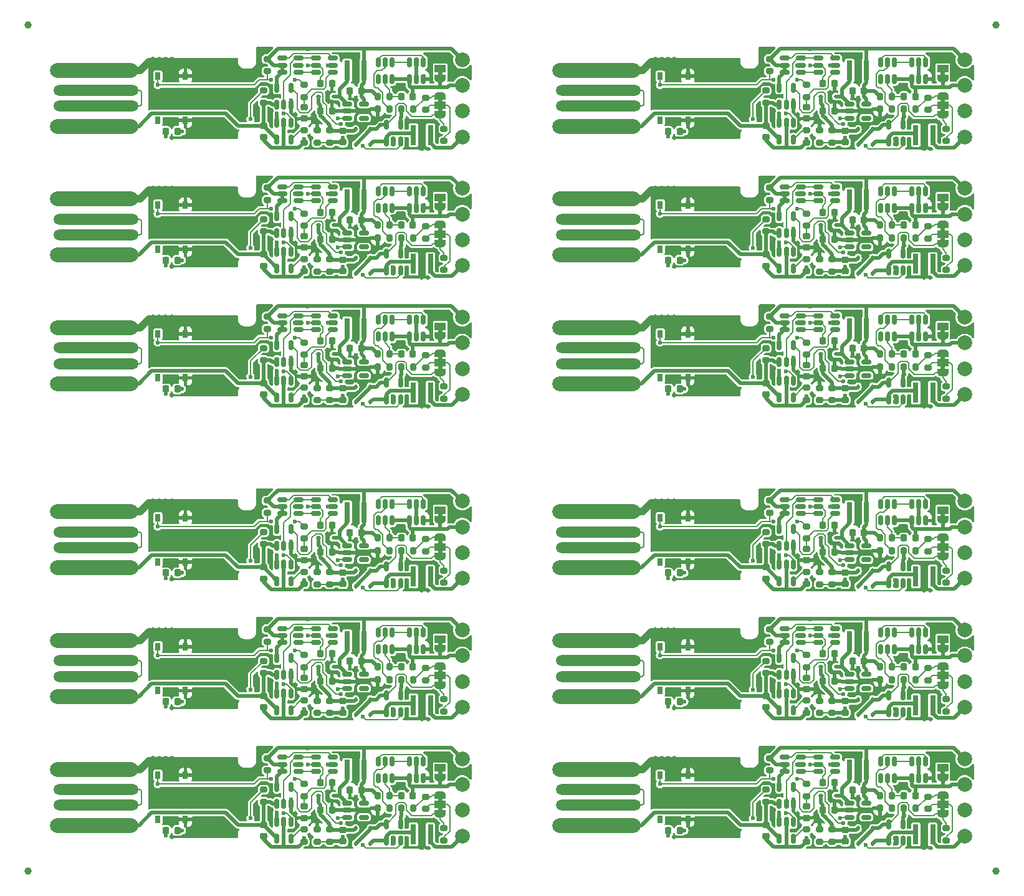
<source format=gtl>
G04 #@! TF.GenerationSoftware,KiCad,Pcbnew,8.0.1*
G04 #@! TF.CreationDate,2025-05-23T10:36:23+02:00*
G04 #@! TF.ProjectId,panel-12,70616e65-6c2d-4313-922e-6b696361645f,F*
G04 #@! TF.SameCoordinates,Original*
G04 #@! TF.FileFunction,Copper,L1,Top*
G04 #@! TF.FilePolarity,Positive*
%FSLAX46Y46*%
G04 Gerber Fmt 4.6, Leading zero omitted, Abs format (unit mm)*
G04 Created by KiCad (PCBNEW 8.0.1) date 2025-05-23 10:36:23*
%MOMM*%
%LPD*%
G01*
G04 APERTURE LIST*
G04 Aperture macros list*
%AMRoundRect*
0 Rectangle with rounded corners*
0 $1 Rounding radius*
0 $2 $3 $4 $5 $6 $7 $8 $9 X,Y pos of 4 corners*
0 Add a 4 corners polygon primitive as box body*
4,1,4,$2,$3,$4,$5,$6,$7,$8,$9,$2,$3,0*
0 Add four circle primitives for the rounded corners*
1,1,$1+$1,$2,$3*
1,1,$1+$1,$4,$5*
1,1,$1+$1,$6,$7*
1,1,$1+$1,$8,$9*
0 Add four rect primitives between the rounded corners*
20,1,$1+$1,$2,$3,$4,$5,0*
20,1,$1+$1,$4,$5,$6,$7,0*
20,1,$1+$1,$6,$7,$8,$9,0*
20,1,$1+$1,$8,$9,$2,$3,0*%
%AMFreePoly0*
4,1,19,0.550000,-0.750000,0.000000,-0.750000,0.000000,-0.744911,-0.071157,-0.744911,-0.207708,-0.704816,-0.327430,-0.627875,-0.420627,-0.520320,-0.479746,-0.390866,-0.500000,-0.250000,-0.500000,0.250000,-0.479746,0.390866,-0.420627,0.520320,-0.327430,0.627875,-0.207708,0.704816,-0.071157,0.744911,0.000000,0.744911,0.000000,0.750000,0.550000,0.750000,0.550000,-0.750000,0.550000,-0.750000,
$1*%
%AMFreePoly1*
4,1,19,0.000000,0.744911,0.071157,0.744911,0.207708,0.704816,0.327430,0.627875,0.420627,0.520320,0.479746,0.390866,0.500000,0.250000,0.500000,-0.250000,0.479746,-0.390866,0.420627,-0.520320,0.327430,-0.627875,0.207708,-0.704816,0.071157,-0.744911,0.000000,-0.744911,0.000000,-0.750000,-0.550000,-0.750000,-0.550000,0.750000,0.000000,0.750000,0.000000,0.744911,0.000000,0.744911,
$1*%
G04 Aperture macros list end*
G04 #@! TA.AperFunction,EtchedComponent*
%ADD10C,0.000000*%
G04 #@! TD*
G04 #@! TA.AperFunction,SMDPad,CuDef*
%ADD11RoundRect,0.225000X-0.225000X-0.250000X0.225000X-0.250000X0.225000X0.250000X-0.225000X0.250000X0*%
G04 #@! TD*
G04 #@! TA.AperFunction,SMDPad,CuDef*
%ADD12R,0.800000X2.700000*%
G04 #@! TD*
G04 #@! TA.AperFunction,SMDPad,CuDef*
%ADD13RoundRect,0.225000X-0.250000X0.225000X-0.250000X-0.225000X0.250000X-0.225000X0.250000X0.225000X0*%
G04 #@! TD*
G04 #@! TA.AperFunction,SMDPad,CuDef*
%ADD14RoundRect,0.150000X0.150000X-0.512500X0.150000X0.512500X-0.150000X0.512500X-0.150000X-0.512500X0*%
G04 #@! TD*
G04 #@! TA.AperFunction,SMDPad,CuDef*
%ADD15RoundRect,0.150000X-0.512500X-0.150000X0.512500X-0.150000X0.512500X0.150000X-0.512500X0.150000X0*%
G04 #@! TD*
G04 #@! TA.AperFunction,SMDPad,CuDef*
%ADD16RoundRect,0.150000X0.512500X0.150000X-0.512500X0.150000X-0.512500X-0.150000X0.512500X-0.150000X0*%
G04 #@! TD*
G04 #@! TA.AperFunction,SMDPad,CuDef*
%ADD17RoundRect,0.200000X0.275000X-0.200000X0.275000X0.200000X-0.275000X0.200000X-0.275000X-0.200000X0*%
G04 #@! TD*
G04 #@! TA.AperFunction,SMDPad,CuDef*
%ADD18R,0.750000X1.000000*%
G04 #@! TD*
G04 #@! TA.AperFunction,SMDPad,CuDef*
%ADD19RoundRect,0.112500X0.112500X-0.187500X0.112500X0.187500X-0.112500X0.187500X-0.112500X-0.187500X0*%
G04 #@! TD*
G04 #@! TA.AperFunction,SMDPad,CuDef*
%ADD20FreePoly0,90.000000*%
G04 #@! TD*
G04 #@! TA.AperFunction,SMDPad,CuDef*
%ADD21R,1.500000X1.000000*%
G04 #@! TD*
G04 #@! TA.AperFunction,SMDPad,CuDef*
%ADD22FreePoly1,90.000000*%
G04 #@! TD*
G04 #@! TA.AperFunction,SMDPad,CuDef*
%ADD23RoundRect,0.225000X0.225000X0.250000X-0.225000X0.250000X-0.225000X-0.250000X0.225000X-0.250000X0*%
G04 #@! TD*
G04 #@! TA.AperFunction,SMDPad,CuDef*
%ADD24RoundRect,0.218750X0.218750X0.256250X-0.218750X0.256250X-0.218750X-0.256250X0.218750X-0.256250X0*%
G04 #@! TD*
G04 #@! TA.AperFunction,SMDPad,CuDef*
%ADD25RoundRect,0.150000X-0.150000X0.512500X-0.150000X-0.512500X0.150000X-0.512500X0.150000X0.512500X0*%
G04 #@! TD*
G04 #@! TA.AperFunction,ComponentPad*
%ADD26C,2.000000*%
G04 #@! TD*
G04 #@! TA.AperFunction,SMDPad,CuDef*
%ADD27RoundRect,0.112500X-0.112500X0.187500X-0.112500X-0.187500X0.112500X-0.187500X0.112500X0.187500X0*%
G04 #@! TD*
G04 #@! TA.AperFunction,SMDPad,CuDef*
%ADD28RoundRect,0.200000X0.200000X0.275000X-0.200000X0.275000X-0.200000X-0.275000X0.200000X-0.275000X0*%
G04 #@! TD*
G04 #@! TA.AperFunction,SMDPad,CuDef*
%ADD29RoundRect,0.200000X-0.200000X-0.275000X0.200000X-0.275000X0.200000X0.275000X-0.200000X0.275000X0*%
G04 #@! TD*
G04 #@! TA.AperFunction,SMDPad,CuDef*
%ADD30RoundRect,0.112500X-0.187500X-0.112500X0.187500X-0.112500X0.187500X0.112500X-0.187500X0.112500X0*%
G04 #@! TD*
G04 #@! TA.AperFunction,SMDPad,CuDef*
%ADD31RoundRect,0.225000X0.250000X-0.225000X0.250000X0.225000X-0.250000X0.225000X-0.250000X-0.225000X0*%
G04 #@! TD*
G04 #@! TA.AperFunction,SMDPad,CuDef*
%ADD32RoundRect,0.200000X-0.275000X0.200000X-0.275000X-0.200000X0.275000X-0.200000X0.275000X0.200000X0*%
G04 #@! TD*
G04 #@! TA.AperFunction,SMDPad,CuDef*
%ADD33C,1.000000*%
G04 #@! TD*
G04 #@! TA.AperFunction,SMDPad,CuDef*
%ADD34RoundRect,1.000000X5.000000X-0.000010X5.000000X0.000010X-5.000000X0.000010X-5.000000X-0.000010X0*%
G04 #@! TD*
G04 #@! TA.AperFunction,SMDPad,CuDef*
%ADD35RoundRect,0.750000X5.000000X-0.000010X5.000000X0.000010X-5.000000X0.000010X-5.000000X-0.000010X0*%
G04 #@! TD*
G04 #@! TA.AperFunction,ViaPad*
%ADD36C,0.600000*%
G04 #@! TD*
G04 #@! TA.AperFunction,Conductor*
%ADD37C,0.500000*%
G04 #@! TD*
G04 #@! TA.AperFunction,Conductor*
%ADD38C,0.200000*%
G04 #@! TD*
G04 #@! TA.AperFunction,Conductor*
%ADD39C,1.000000*%
G04 #@! TD*
G04 APERTURE END LIST*
D10*
G04 #@! TA.AperFunction,EtchedComponent*
G04 #@! TO.C,6-JP1*
G36*
X60800000Y-71400000D02*
G01*
X60200000Y-71400000D01*
X60200000Y-70900000D01*
X60800000Y-70900000D01*
X60800000Y-71400000D01*
G37*
G04 #@! TD.AperFunction*
G04 #@! TA.AperFunction,EtchedComponent*
G04 #@! TO.C,2-JP4*
G36*
X60800000Y-33850000D02*
G01*
X60200000Y-33850000D01*
X60200000Y-32050000D01*
X60800000Y-32050000D01*
X60800000Y-33850000D01*
G37*
G04 #@! TD.AperFunction*
G04 #@! TA.AperFunction,EtchedComponent*
G04 #@! TO.C,6-JP4*
G36*
X60800000Y-76350000D02*
G01*
X60200000Y-76350000D01*
X60200000Y-74550000D01*
X60800000Y-74550000D01*
X60800000Y-76350000D01*
G37*
G04 #@! TD.AperFunction*
G04 #@! TA.AperFunction,EtchedComponent*
G04 #@! TO.C,1-JP1*
G36*
X129050000Y-11400000D02*
G01*
X128450000Y-11400000D01*
X128450000Y-10900000D01*
X129050000Y-10900000D01*
X129050000Y-11400000D01*
G37*
G04 #@! TD.AperFunction*
G04 #@! TA.AperFunction,EtchedComponent*
G04 #@! TO.C,9-JP1*
G36*
X129050000Y-88900000D02*
G01*
X128450000Y-88900000D01*
X128450000Y-88400000D01*
X129050000Y-88400000D01*
X129050000Y-88900000D01*
G37*
G04 #@! TD.AperFunction*
G04 #@! TA.AperFunction,EtchedComponent*
G04 #@! TO.C,8-JP1*
G36*
X60800000Y-88900000D02*
G01*
X60200000Y-88900000D01*
X60200000Y-88400000D01*
X60800000Y-88400000D01*
X60800000Y-88900000D01*
G37*
G04 #@! TD.AperFunction*
G04 #@! TA.AperFunction,EtchedComponent*
G04 #@! TO.C,1-JP4*
G36*
X129050000Y-16350000D02*
G01*
X128450000Y-16350000D01*
X128450000Y-14550000D01*
X129050000Y-14550000D01*
X129050000Y-16350000D01*
G37*
G04 #@! TD.AperFunction*
G04 #@! TA.AperFunction,EtchedComponent*
G04 #@! TO.C,7-JP4*
G36*
X129050000Y-76350000D02*
G01*
X128450000Y-76350000D01*
X128450000Y-74550000D01*
X129050000Y-74550000D01*
X129050000Y-76350000D01*
G37*
G04 #@! TD.AperFunction*
G04 #@! TA.AperFunction,EtchedComponent*
G04 #@! TO.C,3-JP4*
G36*
X129050000Y-33850000D02*
G01*
X128450000Y-33850000D01*
X128450000Y-32050000D01*
X129050000Y-32050000D01*
X129050000Y-33850000D01*
G37*
G04 #@! TD.AperFunction*
G04 #@! TA.AperFunction,EtchedComponent*
G04 #@! TO.C,5-JP1*
G36*
X129050000Y-46400000D02*
G01*
X128450000Y-46400000D01*
X128450000Y-45900000D01*
X129050000Y-45900000D01*
X129050000Y-46400000D01*
G37*
G04 #@! TD.AperFunction*
G04 #@! TA.AperFunction,EtchedComponent*
G04 #@! TO.C,0-JP1*
G36*
X60800000Y-11400000D02*
G01*
X60200000Y-11400000D01*
X60200000Y-10900000D01*
X60800000Y-10900000D01*
X60800000Y-11400000D01*
G37*
G04 #@! TD.AperFunction*
G04 #@! TA.AperFunction,EtchedComponent*
G04 #@! TO.C,9-JP4*
G36*
X129050000Y-93850000D02*
G01*
X128450000Y-93850000D01*
X128450000Y-92050000D01*
X129050000Y-92050000D01*
X129050000Y-93850000D01*
G37*
G04 #@! TD.AperFunction*
G04 #@! TA.AperFunction,EtchedComponent*
G04 #@! TO.C,4-JP4*
G36*
X60800000Y-51350000D02*
G01*
X60200000Y-51350000D01*
X60200000Y-49550000D01*
X60800000Y-49550000D01*
X60800000Y-51350000D01*
G37*
G04 #@! TD.AperFunction*
G04 #@! TA.AperFunction,EtchedComponent*
G04 #@! TO.C,10-JP1*
G36*
X60800000Y-106400000D02*
G01*
X60200000Y-106400000D01*
X60200000Y-105900000D01*
X60800000Y-105900000D01*
X60800000Y-106400000D01*
G37*
G04 #@! TD.AperFunction*
G04 #@! TA.AperFunction,EtchedComponent*
G04 #@! TO.C,7-JP1*
G36*
X129050000Y-71400000D02*
G01*
X128450000Y-71400000D01*
X128450000Y-70900000D01*
X129050000Y-70900000D01*
X129050000Y-71400000D01*
G37*
G04 #@! TD.AperFunction*
G04 #@! TA.AperFunction,EtchedComponent*
G04 #@! TO.C,11-JP1*
G36*
X129050000Y-106400000D02*
G01*
X128450000Y-106400000D01*
X128450000Y-105900000D01*
X129050000Y-105900000D01*
X129050000Y-106400000D01*
G37*
G04 #@! TD.AperFunction*
G04 #@! TA.AperFunction,EtchedComponent*
G04 #@! TO.C,10-JP4*
G36*
X60800000Y-111350000D02*
G01*
X60200000Y-111350000D01*
X60200000Y-109550000D01*
X60800000Y-109550000D01*
X60800000Y-111350000D01*
G37*
G04 #@! TD.AperFunction*
G04 #@! TA.AperFunction,EtchedComponent*
G04 #@! TO.C,0-JP4*
G36*
X60800000Y-16350000D02*
G01*
X60200000Y-16350000D01*
X60200000Y-14550000D01*
X60800000Y-14550000D01*
X60800000Y-16350000D01*
G37*
G04 #@! TD.AperFunction*
G04 #@! TA.AperFunction,EtchedComponent*
G04 #@! TO.C,3-JP1*
G36*
X129050000Y-28900000D02*
G01*
X128450000Y-28900000D01*
X128450000Y-28400000D01*
X129050000Y-28400000D01*
X129050000Y-28900000D01*
G37*
G04 #@! TD.AperFunction*
G04 #@! TA.AperFunction,EtchedComponent*
G04 #@! TO.C,2-JP1*
G36*
X60800000Y-28900000D02*
G01*
X60200000Y-28900000D01*
X60200000Y-28400000D01*
X60800000Y-28400000D01*
X60800000Y-28900000D01*
G37*
G04 #@! TD.AperFunction*
G04 #@! TA.AperFunction,EtchedComponent*
G04 #@! TO.C,11-JP4*
G36*
X129050000Y-111350000D02*
G01*
X128450000Y-111350000D01*
X128450000Y-109550000D01*
X129050000Y-109550000D01*
X129050000Y-111350000D01*
G37*
G04 #@! TD.AperFunction*
G04 #@! TA.AperFunction,EtchedComponent*
G04 #@! TO.C,4-JP1*
G36*
X60800000Y-46400000D02*
G01*
X60200000Y-46400000D01*
X60200000Y-45900000D01*
X60800000Y-45900000D01*
X60800000Y-46400000D01*
G37*
G04 #@! TD.AperFunction*
G04 #@! TA.AperFunction,EtchedComponent*
G04 #@! TO.C,8-JP4*
G36*
X60800000Y-93850000D02*
G01*
X60200000Y-93850000D01*
X60200000Y-92050000D01*
X60800000Y-92050000D01*
X60800000Y-93850000D01*
G37*
G04 #@! TD.AperFunction*
G04 #@! TA.AperFunction,EtchedComponent*
G04 #@! TO.C,5-JP4*
G36*
X129050000Y-51350000D02*
G01*
X128450000Y-51350000D01*
X128450000Y-49550000D01*
X129050000Y-49550000D01*
X129050000Y-51350000D01*
G37*
G04 #@! TD.AperFunction*
G04 #@! TD*
D11*
G04 #@! TO.P,2-C3,1*
G04 #@! TO.N,2-Net-(D4-K)*
X44225000Y-33700000D03*
G04 #@! TO.P,2-C3,2*
G04 #@! TO.N,2-GND*
X45775000Y-33700000D03*
G04 #@! TD*
D12*
G04 #@! TO.P,0-L1,1,1*
G04 #@! TO.N,0--LED*
X59150000Y-19500000D03*
G04 #@! TO.P,0-L1,2,2*
G04 #@! TO.N,0-Net-(D3-A)*
X56850000Y-19500000D03*
G04 #@! TD*
D13*
G04 #@! TO.P,3-C2,1*
G04 #@! TO.N,3-VCC*
X104750000Y-35725000D03*
G04 #@! TO.P,3-C2,2*
G04 #@! TO.N,3-GND1*
X104750000Y-37275000D03*
G04 #@! TD*
D14*
G04 #@! TO.P,7-U7,1*
G04 #@! TO.N,7-VCC*
X106550000Y-75337500D03*
G04 #@! TO.P,7-U7,2*
G04 #@! TO.N,7-Net-(U5-D)*
X107500000Y-75337500D03*
G04 #@! TO.P,7-U7,3,GND*
G04 #@! TO.N,7-GND*
X108450000Y-75337500D03*
G04 #@! TO.P,7-U7,4*
G04 #@! TO.N,7-Net-(U3-EN)*
X108450000Y-73062500D03*
G04 #@! TO.P,7-U7,5,VCC*
G04 #@! TO.N,7-+BATT*
X106550000Y-73062500D03*
G04 #@! TD*
G04 #@! TO.P,6-U6,1,SW*
G04 #@! TO.N,6-Net-(D3-A)*
X53200000Y-80400000D03*
G04 #@! TO.P,6-U6,2,GND*
G04 #@! TO.N,6-GND*
X54150000Y-80400000D03*
G04 #@! TO.P,6-U6,3,CTRL*
G04 #@! TO.N,6-Net-(U3-EN)*
X55100000Y-80400000D03*
G04 #@! TO.P,6-U6,4,SET*
G04 #@! TO.N,6-+LED*
X55100000Y-78125000D03*
G04 #@! TO.P,6-U6,5,VIN*
G04 #@! TO.N,6-Net-(D3-K)*
X53200000Y-78125000D03*
G04 #@! TD*
D15*
G04 #@! TO.P,4-U3,1,SW*
G04 #@! TO.N,4-Net-(D4-A)*
X47862500Y-50300000D03*
G04 #@! TO.P,4-U3,2,GND*
G04 #@! TO.N,4-GND*
X47862500Y-51250000D03*
G04 #@! TO.P,4-U3,3,FB*
G04 #@! TO.N,4-Net-(U3-FB)*
X47862500Y-52200000D03*
G04 #@! TO.P,4-U3,4,EN*
G04 #@! TO.N,4-Net-(U3-EN)*
X50137500Y-52200000D03*
G04 #@! TO.P,4-U3,5,VIN*
G04 #@! TO.N,4-+BATT*
X50137500Y-50300000D03*
G04 #@! TD*
D13*
G04 #@! TO.P,9-C2,1*
G04 #@! TO.N,9-VCC*
X104750000Y-95725000D03*
G04 #@! TO.P,9-C2,2*
G04 #@! TO.N,9-GND1*
X104750000Y-97275000D03*
G04 #@! TD*
D16*
G04 #@! TO.P,9-U4,1*
G04 #@! TO.N,9-Net-(C6-Pad2)*
X114137500Y-88450000D03*
G04 #@! TO.P,9-U4,2,GND*
G04 #@! TO.N,9-GND*
X114137500Y-87500000D03*
G04 #@! TO.P,9-U4,3*
G04 #@! TO.N,9-Net-(U5-Q)*
X114137500Y-86550000D03*
G04 #@! TO.P,9-U4,4*
G04 #@! TO.N,9-Net-(U5-D)*
X111862500Y-86550000D03*
G04 #@! TO.P,9-U4,5,VCC*
G04 #@! TO.N,9-+BATT*
X111862500Y-87500000D03*
G04 #@! TO.P,9-U4,6*
G04 #@! TO.N,9-Net-(U5-C)*
X111862500Y-88450000D03*
G04 #@! TD*
D17*
G04 #@! TO.P,5-R2,1*
G04 #@! TO.N,5-GND1*
X110250000Y-55500000D03*
G04 #@! TO.P,5-R2,2*
G04 #@! TO.N,5-Net-(U2-PROG)*
X110250000Y-53850000D03*
G04 #@! TD*
G04 #@! TO.P,8-R2,1*
G04 #@! TO.N,8-GND1*
X42000000Y-98000000D03*
G04 #@! TO.P,8-R2,2*
G04 #@! TO.N,8-Net-(U2-PROG)*
X42000000Y-96350000D03*
G04 #@! TD*
D18*
G04 #@! TO.P,3-SW1,1,1*
G04 #@! TO.N,3-GND*
X94125000Y-29000000D03*
X94125000Y-35000000D03*
G04 #@! TO.P,3-SW1,2,2*
G04 #@! TO.N,3-Net-(R5-Pad1)*
X90375000Y-29000000D03*
X90375000Y-35000000D03*
G04 #@! TD*
D19*
G04 #@! TO.P,1-D5,1,K*
G04 #@! TO.N,1-Net-(D3-K)*
X117250000Y-20800000D03*
G04 #@! TO.P,1-D5,2,A*
G04 #@! TO.N,1-Net-(D4-K)*
X117250000Y-18700000D03*
G04 #@! TD*
D15*
G04 #@! TO.P,2-U3,1,SW*
G04 #@! TO.N,2-Net-(D4-A)*
X47862500Y-32800000D03*
G04 #@! TO.P,2-U3,2,GND*
G04 #@! TO.N,2-GND*
X47862500Y-33750000D03*
G04 #@! TO.P,2-U3,3,FB*
G04 #@! TO.N,2-Net-(U3-FB)*
X47862500Y-34700000D03*
G04 #@! TO.P,2-U3,4,EN*
G04 #@! TO.N,2-Net-(U3-EN)*
X50137500Y-34700000D03*
G04 #@! TO.P,2-U3,5,VIN*
G04 #@! TO.N,2-+BATT*
X50137500Y-32800000D03*
G04 #@! TD*
D17*
G04 #@! TO.P,7-R9,1*
G04 #@! TO.N,7-Net-(C6-Pad2)*
X110250000Y-74325000D03*
G04 #@! TO.P,7-R9,2*
G04 #@! TO.N,7-Net-(R5-Pad1)*
X110250000Y-72675000D03*
G04 #@! TD*
D20*
G04 #@! TO.P,6-JP1,1,A*
G04 #@! TO.N,6--BATT*
X60500000Y-71800000D03*
D21*
G04 #@! TO.P,6-JP1,2,C*
G04 #@! TO.N,6-GND1*
X60500000Y-70500000D03*
D22*
G04 #@! TO.P,6-JP1,3,B*
G04 #@! TO.N,6-GND*
X60500000Y-69200000D03*
G04 #@! TD*
D17*
G04 #@! TO.P,4-R7,1*
G04 #@! TO.N,4-Net-(U3-FB)*
X43750000Y-55525000D03*
G04 #@! TO.P,4-R7,2*
G04 #@! TO.N,4-GND*
X43750000Y-53875000D03*
G04 #@! TD*
D23*
G04 #@! TO.P,7-C5,1*
G04 #@! TO.N,7-+BATT*
X118025000Y-73500000D03*
G04 #@! TO.P,7-C5,2*
G04 #@! TO.N,7-GND*
X116475000Y-73500000D03*
G04 #@! TD*
D14*
G04 #@! TO.P,2-U7,1*
G04 #@! TO.N,2-VCC*
X38300000Y-32837500D03*
G04 #@! TO.P,2-U7,2*
G04 #@! TO.N,2-Net-(U5-D)*
X39250000Y-32837500D03*
G04 #@! TO.P,2-U7,3,GND*
G04 #@! TO.N,2-GND*
X40200000Y-32837500D03*
G04 #@! TO.P,2-U7,4*
G04 #@! TO.N,2-Net-(U3-EN)*
X40200000Y-30562500D03*
G04 #@! TO.P,2-U7,5,VCC*
G04 #@! TO.N,2-+BATT*
X38300000Y-30562500D03*
G04 #@! TD*
D24*
G04 #@! TO.P,4-D2,1,K*
G04 #@! TO.N,4-Net-(D2-K)*
X24787500Y-54000000D03*
G04 #@! TO.P,4-D2,2,A*
G04 #@! TO.N,4-Net-(D2-A)*
X23212500Y-54000000D03*
G04 #@! TD*
D12*
G04 #@! TO.P,7-L2,1,1*
G04 #@! TO.N,7-+BATT*
X118400000Y-70750000D03*
G04 #@! TO.P,7-L2,2,2*
G04 #@! TO.N,7-Net-(D4-A)*
X116100000Y-70750000D03*
G04 #@! TD*
D25*
G04 #@! TO.P,2-U1,1,OD*
G04 #@! TO.N,2-Net-(Q1A-G1)*
X53950000Y-27112500D03*
G04 #@! TO.P,2-U1,2,CS*
G04 #@! TO.N,2-Net-(U1-CS)*
X53000000Y-27112500D03*
G04 #@! TO.P,2-U1,3,OC*
G04 #@! TO.N,2-Net-(Q1B-G2)*
X52050000Y-27112500D03*
G04 #@! TO.P,2-U1,4,TD*
G04 #@! TO.N,2-unconnected-(U1-TD-Pad4)*
X52050000Y-29387500D03*
G04 #@! TO.P,2-U1,5,VCC*
G04 #@! TO.N,2-Net-(U1-VCC)*
X53000000Y-29387500D03*
G04 #@! TO.P,2-U1,6,GND*
G04 #@! TO.N,2--BATT*
X53950000Y-29387500D03*
G04 #@! TD*
D12*
G04 #@! TO.P,1-L1,1,1*
G04 #@! TO.N,1--LED*
X127400000Y-19500000D03*
G04 #@! TO.P,1-L1,2,2*
G04 #@! TO.N,1-Net-(D3-A)*
X125100000Y-19500000D03*
G04 #@! TD*
D26*
G04 #@! TO.P,7-J3,1,Pin_1*
G04 #@! TO.N,7--BATT*
X131750000Y-72750000D03*
G04 #@! TD*
D27*
G04 #@! TO.P,2-D3,1,K*
G04 #@! TO.N,2-Net-(D3-K)*
X51000000Y-36200000D03*
G04 #@! TO.P,2-D3,2,A*
G04 #@! TO.N,2-Net-(D3-A)*
X51000000Y-38300000D03*
G04 #@! TD*
D25*
G04 #@! TO.P,5-U1,1,OD*
G04 #@! TO.N,5-Net-(Q1A-G1)*
X122200000Y-44612500D03*
G04 #@! TO.P,5-U1,2,CS*
G04 #@! TO.N,5-Net-(U1-CS)*
X121250000Y-44612500D03*
G04 #@! TO.P,5-U1,3,OC*
G04 #@! TO.N,5-Net-(Q1B-G2)*
X120300000Y-44612500D03*
G04 #@! TO.P,5-U1,4,TD*
G04 #@! TO.N,5-unconnected-(U1-TD-Pad4)*
X120300000Y-46887500D03*
G04 #@! TO.P,5-U1,5,VCC*
G04 #@! TO.N,5-Net-(U1-VCC)*
X121250000Y-46887500D03*
G04 #@! TO.P,5-U1,6,GND*
G04 #@! TO.N,5--BATT*
X122200000Y-46887500D03*
G04 #@! TD*
D27*
G04 #@! TO.P,1-D3,1,K*
G04 #@! TO.N,1-Net-(D3-K)*
X119250000Y-18700000D03*
G04 #@! TO.P,1-D3,2,A*
G04 #@! TO.N,1-Net-(D3-A)*
X119250000Y-20800000D03*
G04 #@! TD*
D16*
G04 #@! TO.P,5-U4,1*
G04 #@! TO.N,5-Net-(C6-Pad2)*
X114137500Y-45950000D03*
G04 #@! TO.P,5-U4,2,GND*
G04 #@! TO.N,5-GND*
X114137500Y-45000000D03*
G04 #@! TO.P,5-U4,3*
G04 #@! TO.N,5-Net-(U5-Q)*
X114137500Y-44050000D03*
G04 #@! TO.P,5-U4,4*
G04 #@! TO.N,5-Net-(U5-D)*
X111862500Y-44050000D03*
G04 #@! TO.P,5-U4,5,VCC*
G04 #@! TO.N,5-+BATT*
X111862500Y-45000000D03*
G04 #@! TO.P,5-U4,6*
G04 #@! TO.N,5-Net-(U5-C)*
X111862500Y-45950000D03*
G04 #@! TD*
D23*
G04 #@! TO.P,3-C7,1*
G04 #@! TO.N,3-GND*
X114025000Y-30000000D03*
G04 #@! TO.P,3-C7,2*
G04 #@! TO.N,3-+BATT*
X112475000Y-30000000D03*
G04 #@! TD*
D25*
G04 #@! TO.P,11-U2,1,~{CHRG}*
G04 #@! TO.N,11-Net-(D2-K)*
X108450000Y-112862500D03*
G04 #@! TO.P,11-U2,2,GND*
G04 #@! TO.N,11-GND1*
X107500000Y-112862500D03*
G04 #@! TO.P,11-U2,3,BAT*
G04 #@! TO.N,11-+BATT*
X106550000Y-112862500D03*
G04 #@! TO.P,11-U2,4,V_{CC}*
G04 #@! TO.N,11-VCC*
X106550000Y-115137500D03*
G04 #@! TO.P,11-U2,5,PROG*
G04 #@! TO.N,11-Net-(U2-PROG)*
X108450000Y-115137500D03*
G04 #@! TD*
D28*
G04 #@! TO.P,4-R3,1*
G04 #@! TO.N,4-Net-(U1-CS)*
X53625000Y-51000000D03*
G04 #@! TO.P,4-R3,2*
G04 #@! TO.N,4-GND*
X51975000Y-51000000D03*
G04 #@! TD*
D13*
G04 #@! TO.P,10-C2,1*
G04 #@! TO.N,10-VCC*
X36500000Y-113225000D03*
G04 #@! TO.P,10-C2,2*
G04 #@! TO.N,10-GND1*
X36500000Y-114775000D03*
G04 #@! TD*
D29*
G04 #@! TO.P,10-R4,1*
G04 #@! TO.N,10-+BATT*
X51975000Y-109250000D03*
G04 #@! TO.P,10-R4,2*
G04 #@! TO.N,10-Net-(U1-VCC)*
X53625000Y-109250000D03*
G04 #@! TD*
D25*
G04 #@! TO.P,3-U2,1,~{CHRG}*
G04 #@! TO.N,3-Net-(D2-K)*
X108450000Y-35362500D03*
G04 #@! TO.P,3-U2,2,GND*
G04 #@! TO.N,3-GND1*
X107500000Y-35362500D03*
G04 #@! TO.P,3-U2,3,BAT*
G04 #@! TO.N,3-+BATT*
X106550000Y-35362500D03*
G04 #@! TO.P,3-U2,4,V_{CC}*
G04 #@! TO.N,3-VCC*
X106550000Y-37637500D03*
G04 #@! TO.P,3-U2,5,PROG*
G04 #@! TO.N,3-Net-(U2-PROG)*
X108450000Y-37637500D03*
G04 #@! TD*
D30*
G04 #@! TO.P,6-D4,1,K*
G04 #@! TO.N,6-Net-(D4-K)*
X43950000Y-74250000D03*
G04 #@! TO.P,6-D4,2,A*
G04 #@! TO.N,6-Net-(D4-A)*
X46050000Y-74250000D03*
G04 #@! TD*
D26*
G04 #@! TO.P,2-J5,1,Pin_1*
G04 #@! TO.N,2--LED*
X63500000Y-37250000D03*
G04 #@! TD*
D16*
G04 #@! TO.P,6-U5,1,C*
G04 #@! TO.N,6-Net-(U5-C)*
X41275000Y-70950000D03*
G04 #@! TO.P,6-U5,2,GND*
G04 #@! TO.N,6-GND*
X41275000Y-70000000D03*
G04 #@! TO.P,6-U5,3,D*
G04 #@! TO.N,6-Net-(U5-D)*
X41275000Y-69050000D03*
G04 #@! TO.P,6-U5,4,Q*
G04 #@! TO.N,6-Net-(U5-Q)*
X39000000Y-69050000D03*
G04 #@! TO.P,6-U5,5,VCC*
G04 #@! TO.N,6-+BATT*
X39000000Y-70000000D03*
G04 #@! TO.P,6-U5,6,~{CLR}*
X39000000Y-70950000D03*
G04 #@! TD*
D17*
G04 #@! TO.P,5-R8,1*
G04 #@! TO.N,5-Net-(U3-FB)*
X113750000Y-55525000D03*
G04 #@! TO.P,5-R8,2*
G04 #@! TO.N,5-Net-(D4-K)*
X113750000Y-53875000D03*
G04 #@! TD*
D14*
G04 #@! TO.P,11-Q1,1,S1*
G04 #@! TO.N,11--BATT*
X124550000Y-106887500D03*
G04 #@! TO.P,11-Q1,2,D1*
G04 #@! TO.N,11-Net-(Q1A-D1)*
X125500000Y-106887500D03*
G04 #@! TO.P,11-Q1,3,S2*
G04 #@! TO.N,11-GND*
X126450000Y-106887500D03*
G04 #@! TO.P,11-Q1,4,G2*
G04 #@! TO.N,11-Net-(Q1B-G2)*
X126450000Y-104612500D03*
G04 #@! TO.P,11-Q1,5,D2*
G04 #@! TO.N,11-Net-(Q1A-D1)*
X125500000Y-104612500D03*
G04 #@! TO.P,11-Q1,6,G1*
G04 #@! TO.N,11-Net-(Q1A-G1)*
X124550000Y-104612500D03*
G04 #@! TD*
D31*
G04 #@! TO.P,10-C6,1*
G04 #@! TO.N,10-GND*
X42000000Y-112275000D03*
G04 #@! TO.P,10-C6,2*
G04 #@! TO.N,10-Net-(C6-Pad2)*
X42000000Y-110725000D03*
G04 #@! TD*
D11*
G04 #@! TO.P,3-C1,1*
G04 #@! TO.N,3-Net-(U1-VCC)*
X123475000Y-31750000D03*
G04 #@! TO.P,3-C1,2*
G04 #@! TO.N,3--BATT*
X125025000Y-31750000D03*
G04 #@! TD*
D16*
G04 #@! TO.P,7-U5,1,C*
G04 #@! TO.N,7-Net-(U5-C)*
X109525000Y-70950000D03*
G04 #@! TO.P,7-U5,2,GND*
G04 #@! TO.N,7-GND*
X109525000Y-70000000D03*
G04 #@! TO.P,7-U5,3,D*
G04 #@! TO.N,7-Net-(U5-D)*
X109525000Y-69050000D03*
G04 #@! TO.P,7-U5,4,Q*
G04 #@! TO.N,7-Net-(U5-Q)*
X107250000Y-69050000D03*
G04 #@! TO.P,7-U5,5,VCC*
G04 #@! TO.N,7-+BATT*
X107250000Y-70000000D03*
G04 #@! TO.P,7-U5,6,~{CLR}*
X107250000Y-70950000D03*
G04 #@! TD*
D20*
G04 #@! TO.P,2-JP4,1,A*
G04 #@! TO.N,2-Net-(D3-K)*
X60500000Y-34250000D03*
D21*
G04 #@! TO.P,2-JP4,2,C*
G04 #@! TO.N,2-Net-(JP4-C)*
X60500000Y-32950000D03*
D22*
G04 #@! TO.P,2-JP4,3,B*
G04 #@! TO.N,2-Net-(JP4-B)*
X60500000Y-31650000D03*
G04 #@! TD*
D23*
G04 #@! TO.P,6-C5,1*
G04 #@! TO.N,6-+BATT*
X49775000Y-73500000D03*
G04 #@! TO.P,6-C5,2*
G04 #@! TO.N,6-GND*
X48225000Y-73500000D03*
G04 #@! TD*
D11*
G04 #@! TO.P,7-C3,1*
G04 #@! TO.N,7-Net-(D4-K)*
X112475000Y-76200000D03*
G04 #@! TO.P,7-C3,2*
G04 #@! TO.N,7-GND*
X114025000Y-76200000D03*
G04 #@! TD*
D27*
G04 #@! TO.P,0-D3,1,K*
G04 #@! TO.N,0-Net-(D3-K)*
X51000000Y-18700000D03*
G04 #@! TO.P,0-D3,2,A*
G04 #@! TO.N,0-Net-(D3-A)*
X51000000Y-20800000D03*
G04 #@! TD*
D13*
G04 #@! TO.P,2-C4,1*
G04 #@! TO.N,2-Net-(D4-K)*
X47250000Y-36425000D03*
G04 #@! TO.P,2-C4,2*
G04 #@! TO.N,2-Net-(U3-FB)*
X47250000Y-37975000D03*
G04 #@! TD*
D23*
G04 #@! TO.P,1-C7,1*
G04 #@! TO.N,1-GND*
X114025000Y-12500000D03*
G04 #@! TO.P,1-C7,2*
G04 #@! TO.N,1-+BATT*
X112475000Y-12500000D03*
G04 #@! TD*
D31*
G04 #@! TO.P,9-C6,1*
G04 #@! TO.N,9-GND*
X110250000Y-94775000D03*
G04 #@! TO.P,9-C6,2*
G04 #@! TO.N,9-Net-(C6-Pad2)*
X110250000Y-93225000D03*
G04 #@! TD*
D29*
G04 #@! TO.P,4-R4,1*
G04 #@! TO.N,4-+BATT*
X51975000Y-49250000D03*
G04 #@! TO.P,4-R4,2*
G04 #@! TO.N,4-Net-(U1-VCC)*
X53625000Y-49250000D03*
G04 #@! TD*
G04 #@! TO.P,2-R4,1*
G04 #@! TO.N,2-+BATT*
X51975000Y-31750000D03*
G04 #@! TO.P,2-R4,2*
G04 #@! TO.N,2-Net-(U1-VCC)*
X53625000Y-31750000D03*
G04 #@! TD*
D17*
G04 #@! TO.P,1-R7,1*
G04 #@! TO.N,1-Net-(U3-FB)*
X112000000Y-20525000D03*
G04 #@! TO.P,1-R7,2*
G04 #@! TO.N,1-GND*
X112000000Y-18875000D03*
G04 #@! TD*
D20*
G04 #@! TO.P,6-JP4,1,A*
G04 #@! TO.N,6-Net-(D3-K)*
X60500000Y-76750000D03*
D21*
G04 #@! TO.P,6-JP4,2,C*
G04 #@! TO.N,6-Net-(JP4-C)*
X60500000Y-75450000D03*
D22*
G04 #@! TO.P,6-JP4,3,B*
G04 #@! TO.N,6-Net-(JP4-B)*
X60500000Y-74150000D03*
G04 #@! TD*
D26*
G04 #@! TO.P,1-J3,1,Pin_1*
G04 #@! TO.N,1--BATT*
X131750000Y-12750000D03*
G04 #@! TD*
D17*
G04 #@! TO.P,10-R11,1*
G04 #@! TO.N,10-Net-(JP4-C)*
X58500000Y-111075000D03*
G04 #@! TO.P,10-R11,2*
G04 #@! TO.N,10-Net-(JP4-B)*
X58500000Y-109425000D03*
G04 #@! TD*
G04 #@! TO.P,10-R8,1*
G04 #@! TO.N,10-Net-(U3-FB)*
X45500000Y-115525000D03*
G04 #@! TO.P,10-R8,2*
G04 #@! TO.N,10-Net-(D4-K)*
X45500000Y-113875000D03*
G04 #@! TD*
D12*
G04 #@! TO.P,0-L2,1,1*
G04 #@! TO.N,0-+BATT*
X50150000Y-10750000D03*
G04 #@! TO.P,0-L2,2,2*
G04 #@! TO.N,0-Net-(D4-A)*
X47850000Y-10750000D03*
G04 #@! TD*
D16*
G04 #@! TO.P,8-U4,1*
G04 #@! TO.N,8-Net-(C6-Pad2)*
X45887500Y-88450000D03*
G04 #@! TO.P,8-U4,2,GND*
G04 #@! TO.N,8-GND*
X45887500Y-87500000D03*
G04 #@! TO.P,8-U4,3*
G04 #@! TO.N,8-Net-(U5-Q)*
X45887500Y-86550000D03*
G04 #@! TO.P,8-U4,4*
G04 #@! TO.N,8-Net-(U5-D)*
X43612500Y-86550000D03*
G04 #@! TO.P,8-U4,5,VCC*
G04 #@! TO.N,8-+BATT*
X43612500Y-87500000D03*
G04 #@! TO.P,8-U4,6*
G04 #@! TO.N,8-Net-(U5-C)*
X43612500Y-88450000D03*
G04 #@! TD*
D28*
G04 #@! TO.P,11-R3,1*
G04 #@! TO.N,11-Net-(U1-CS)*
X121875000Y-111000000D03*
G04 #@! TO.P,11-R3,2*
G04 #@! TO.N,11-GND*
X120225000Y-111000000D03*
G04 #@! TD*
D12*
G04 #@! TO.P,11-L2,1,1*
G04 #@! TO.N,11-+BATT*
X118400000Y-105750000D03*
G04 #@! TO.P,11-L2,2,2*
G04 #@! TO.N,11-Net-(D4-A)*
X116100000Y-105750000D03*
G04 #@! TD*
G04 #@! TO.P,7-L1,1,1*
G04 #@! TO.N,7--LED*
X127400000Y-79500000D03*
G04 #@! TO.P,7-L1,2,2*
G04 #@! TO.N,7-Net-(D3-A)*
X125100000Y-79500000D03*
G04 #@! TD*
D17*
G04 #@! TO.P,7-R7,1*
G04 #@! TO.N,7-Net-(U3-FB)*
X112000000Y-80525000D03*
G04 #@! TO.P,7-R7,2*
G04 #@! TO.N,7-GND*
X112000000Y-78875000D03*
G04 #@! TD*
G04 #@! TO.P,3-R11,1*
G04 #@! TO.N,3-Net-(JP4-C)*
X126750000Y-33575000D03*
G04 #@! TO.P,3-R11,2*
G04 #@! TO.N,3-Net-(JP4-B)*
X126750000Y-31925000D03*
G04 #@! TD*
D13*
G04 #@! TO.P,8-C4,1*
G04 #@! TO.N,8-Net-(D4-K)*
X47250000Y-96425000D03*
G04 #@! TO.P,8-C4,2*
G04 #@! TO.N,8-Net-(U3-FB)*
X47250000Y-97975000D03*
G04 #@! TD*
D11*
G04 #@! TO.P,10-C3,1*
G04 #@! TO.N,10-Net-(D4-K)*
X44225000Y-111200000D03*
G04 #@! TO.P,10-C3,2*
G04 #@! TO.N,10-GND*
X45775000Y-111200000D03*
G04 #@! TD*
G04 #@! TO.P,11-C1,1*
G04 #@! TO.N,11-Net-(U1-VCC)*
X123475000Y-109250000D03*
G04 #@! TO.P,11-C1,2*
G04 #@! TO.N,11--BATT*
X125025000Y-109250000D03*
G04 #@! TD*
G04 #@! TO.P,3-C3,1*
G04 #@! TO.N,3-Net-(D4-K)*
X112475000Y-33700000D03*
G04 #@! TO.P,3-C3,2*
G04 #@! TO.N,3-GND*
X114025000Y-33700000D03*
G04 #@! TD*
D28*
G04 #@! TO.P,7-R6,1*
G04 #@! TO.N,7-Net-(JP4-B)*
X125075000Y-76000000D03*
G04 #@! TO.P,7-R6,2*
G04 #@! TO.N,7-+LED*
X123425000Y-76000000D03*
G04 #@! TD*
D11*
G04 #@! TO.P,0-C1,1*
G04 #@! TO.N,0-Net-(U1-VCC)*
X55225000Y-14250000D03*
G04 #@! TO.P,0-C1,2*
G04 #@! TO.N,0--BATT*
X56775000Y-14250000D03*
G04 #@! TD*
D23*
G04 #@! TO.P,2-C5,1*
G04 #@! TO.N,2-+BATT*
X49775000Y-31000000D03*
G04 #@! TO.P,2-C5,2*
G04 #@! TO.N,2-GND*
X48225000Y-31000000D03*
G04 #@! TD*
D32*
G04 #@! TO.P,7-R10,1*
G04 #@! TO.N,7-Net-(D3-K)*
X129250000Y-78675000D03*
G04 #@! TO.P,7-R10,2*
G04 #@! TO.N,7-Net-(JP4-C)*
X129250000Y-80325000D03*
G04 #@! TD*
D17*
G04 #@! TO.P,9-R11,1*
G04 #@! TO.N,9-Net-(JP4-C)*
X126750000Y-93575000D03*
G04 #@! TO.P,9-R11,2*
G04 #@! TO.N,9-Net-(JP4-B)*
X126750000Y-91925000D03*
G04 #@! TD*
D29*
G04 #@! TO.P,5-R4,1*
G04 #@! TO.N,5-+BATT*
X120225000Y-49250000D03*
G04 #@! TO.P,5-R4,2*
G04 #@! TO.N,5-Net-(U1-VCC)*
X121875000Y-49250000D03*
G04 #@! TD*
D23*
G04 #@! TO.P,5-C5,1*
G04 #@! TO.N,5-+BATT*
X118025000Y-48500000D03*
G04 #@! TO.P,5-C5,2*
G04 #@! TO.N,5-GND*
X116475000Y-48500000D03*
G04 #@! TD*
D12*
G04 #@! TO.P,6-L2,1,1*
G04 #@! TO.N,6-+BATT*
X50150000Y-70750000D03*
G04 #@! TO.P,6-L2,2,2*
G04 #@! TO.N,6-Net-(D4-A)*
X47850000Y-70750000D03*
G04 #@! TD*
D17*
G04 #@! TO.P,3-R8,1*
G04 #@! TO.N,3-Net-(U3-FB)*
X113750000Y-38025000D03*
G04 #@! TO.P,3-R8,2*
G04 #@! TO.N,3-Net-(D4-K)*
X113750000Y-36375000D03*
G04 #@! TD*
D14*
G04 #@! TO.P,5-U6,1,SW*
G04 #@! TO.N,5-Net-(D3-A)*
X121450000Y-55400000D03*
G04 #@! TO.P,5-U6,2,GND*
G04 #@! TO.N,5-GND*
X122400000Y-55400000D03*
G04 #@! TO.P,5-U6,3,CTRL*
G04 #@! TO.N,5-Net-(U3-EN)*
X123350000Y-55400000D03*
G04 #@! TO.P,5-U6,4,SET*
G04 #@! TO.N,5-+LED*
X123350000Y-53125000D03*
G04 #@! TO.P,5-U6,5,VIN*
G04 #@! TO.N,5-Net-(D3-K)*
X121450000Y-53125000D03*
G04 #@! TD*
D29*
G04 #@! TO.P,11-R4,1*
G04 #@! TO.N,11-+BATT*
X120225000Y-109250000D03*
G04 #@! TO.P,11-R4,2*
G04 #@! TO.N,11-Net-(U1-VCC)*
X121875000Y-109250000D03*
G04 #@! TD*
D23*
G04 #@! TO.P,8-C7,1*
G04 #@! TO.N,8-GND*
X45775000Y-90000000D03*
G04 #@! TO.P,8-C7,2*
G04 #@! TO.N,8-+BATT*
X44225000Y-90000000D03*
G04 #@! TD*
D17*
G04 #@! TO.P,11-R7,1*
G04 #@! TO.N,11-Net-(U3-FB)*
X112000000Y-115525000D03*
G04 #@! TO.P,11-R7,2*
G04 #@! TO.N,11-GND*
X112000000Y-113875000D03*
G04 #@! TD*
D26*
G04 #@! TO.P,10-J5,1,Pin_1*
G04 #@! TO.N,10--LED*
X63500000Y-114750000D03*
G04 #@! TD*
D24*
G04 #@! TO.P,11-D2,1,K*
G04 #@! TO.N,11-Net-(D2-K)*
X93037500Y-114000000D03*
G04 #@! TO.P,11-D2,2,A*
G04 #@! TO.N,11-Net-(D2-A)*
X91462500Y-114000000D03*
G04 #@! TD*
D14*
G04 #@! TO.P,10-U7,1*
G04 #@! TO.N,10-VCC*
X38300000Y-110337500D03*
G04 #@! TO.P,10-U7,2*
G04 #@! TO.N,10-Net-(U5-D)*
X39250000Y-110337500D03*
G04 #@! TO.P,10-U7,3,GND*
G04 #@! TO.N,10-GND*
X40200000Y-110337500D03*
G04 #@! TO.P,10-U7,4*
G04 #@! TO.N,10-Net-(U3-EN)*
X40200000Y-108062500D03*
G04 #@! TO.P,10-U7,5,VCC*
G04 #@! TO.N,10-+BATT*
X38300000Y-108062500D03*
G04 #@! TD*
D17*
G04 #@! TO.P,3-R9,1*
G04 #@! TO.N,3-Net-(C6-Pad2)*
X110250000Y-31825000D03*
G04 #@! TO.P,3-R9,2*
G04 #@! TO.N,3-Net-(R5-Pad1)*
X110250000Y-30175000D03*
G04 #@! TD*
D31*
G04 #@! TO.P,2-C6,1*
G04 #@! TO.N,2-GND*
X42000000Y-34775000D03*
G04 #@! TO.P,2-C6,2*
G04 #@! TO.N,2-Net-(C6-Pad2)*
X42000000Y-33225000D03*
G04 #@! TD*
D17*
G04 #@! TO.P,9-R5,1*
G04 #@! TO.N,9-Net-(R5-Pad1)*
X105250000Y-88325000D03*
G04 #@! TO.P,9-R5,2*
G04 #@! TO.N,9-+BATT*
X105250000Y-86675000D03*
G04 #@! TD*
D31*
G04 #@! TO.P,8-C6,1*
G04 #@! TO.N,8-GND*
X42000000Y-94775000D03*
G04 #@! TO.P,8-C6,2*
G04 #@! TO.N,8-Net-(C6-Pad2)*
X42000000Y-93225000D03*
G04 #@! TD*
D30*
G04 #@! TO.P,7-D4,1,K*
G04 #@! TO.N,7-Net-(D4-K)*
X112200000Y-74250000D03*
G04 #@! TO.P,7-D4,2,A*
G04 #@! TO.N,7-Net-(D4-A)*
X114300000Y-74250000D03*
G04 #@! TD*
D23*
G04 #@! TO.P,0-C7,1*
G04 #@! TO.N,0-GND*
X45775000Y-12500000D03*
G04 #@! TO.P,0-C7,2*
G04 #@! TO.N,0-+BATT*
X44225000Y-12500000D03*
G04 #@! TD*
D17*
G04 #@! TO.P,1-R2,1*
G04 #@! TO.N,1-GND1*
X110250000Y-20500000D03*
G04 #@! TO.P,1-R2,2*
G04 #@! TO.N,1-Net-(U2-PROG)*
X110250000Y-18850000D03*
G04 #@! TD*
G04 #@! TO.P,11-R2,1*
G04 #@! TO.N,11-GND1*
X110250000Y-115500000D03*
G04 #@! TO.P,11-R2,2*
G04 #@! TO.N,11-Net-(U2-PROG)*
X110250000Y-113850000D03*
G04 #@! TD*
D12*
G04 #@! TO.P,9-L2,1,1*
G04 #@! TO.N,9-+BATT*
X118400000Y-88250000D03*
G04 #@! TO.P,9-L2,2,2*
G04 #@! TO.N,9-Net-(D4-A)*
X116100000Y-88250000D03*
G04 #@! TD*
D30*
G04 #@! TO.P,3-D4,1,K*
G04 #@! TO.N,3-Net-(D4-K)*
X112200000Y-31750000D03*
G04 #@! TO.P,3-D4,2,A*
G04 #@! TO.N,3-Net-(D4-A)*
X114300000Y-31750000D03*
G04 #@! TD*
D17*
G04 #@! TO.P,6-R7,1*
G04 #@! TO.N,6-Net-(U3-FB)*
X43750000Y-80525000D03*
G04 #@! TO.P,6-R7,2*
G04 #@! TO.N,6-GND*
X43750000Y-78875000D03*
G04 #@! TD*
D26*
G04 #@! TO.P,9-J4,1,Pin_1*
G04 #@! TO.N,9-+LED*
X131750000Y-93750000D03*
G04 #@! TD*
D16*
G04 #@! TO.P,9-U5,1,C*
G04 #@! TO.N,9-Net-(U5-C)*
X109525000Y-88450000D03*
G04 #@! TO.P,9-U5,2,GND*
G04 #@! TO.N,9-GND*
X109525000Y-87500000D03*
G04 #@! TO.P,9-U5,3,D*
G04 #@! TO.N,9-Net-(U5-D)*
X109525000Y-86550000D03*
G04 #@! TO.P,9-U5,4,Q*
G04 #@! TO.N,9-Net-(U5-Q)*
X107250000Y-86550000D03*
G04 #@! TO.P,9-U5,5,VCC*
G04 #@! TO.N,9-+BATT*
X107250000Y-87500000D03*
G04 #@! TO.P,9-U5,6,~{CLR}*
X107250000Y-88450000D03*
G04 #@! TD*
D33*
G04 #@! TO.P,KiKit_FID_T_2,*
G04 #@! TO.N,*
X136000000Y-4500000D03*
G04 #@! TD*
D12*
G04 #@! TO.P,3-L1,1,1*
G04 #@! TO.N,3--LED*
X127400000Y-37000000D03*
G04 #@! TO.P,3-L1,2,2*
G04 #@! TO.N,3-Net-(D3-A)*
X125100000Y-37000000D03*
G04 #@! TD*
D17*
G04 #@! TO.P,5-R1,1*
G04 #@! TO.N,5-VCC*
X104750000Y-50100000D03*
G04 #@! TO.P,5-R1,2*
G04 #@! TO.N,5-Net-(D2-A)*
X104750000Y-48450000D03*
G04 #@! TD*
D26*
G04 #@! TO.P,2-J4,1,Pin_1*
G04 #@! TO.N,2-+LED*
X63500000Y-33750000D03*
G04 #@! TD*
D17*
G04 #@! TO.P,0-R9,1*
G04 #@! TO.N,0-Net-(C6-Pad2)*
X42000000Y-14325000D03*
G04 #@! TO.P,0-R9,2*
G04 #@! TO.N,0-Net-(R5-Pad1)*
X42000000Y-12675000D03*
G04 #@! TD*
D34*
G04 #@! TO.P,1-J1,1,VBUS*
G04 #@! TO.N,1-VCC*
X81750000Y-18310000D03*
D35*
G04 #@! TO.P,1-J1,2,D-*
G04 #@! TO.N,1-Net-(J1-D+)*
X82000000Y-15580000D03*
G04 #@! TO.P,1-J1,3,D+*
X82000000Y-13420000D03*
D34*
G04 #@! TO.P,1-J1,4,GND*
G04 #@! TO.N,1-GND*
X81750000Y-10690000D03*
G04 #@! TD*
D27*
G04 #@! TO.P,4-D3,1,K*
G04 #@! TO.N,4-Net-(D3-K)*
X51000000Y-53700000D03*
G04 #@! TO.P,4-D3,2,A*
G04 #@! TO.N,4-Net-(D3-A)*
X51000000Y-55800000D03*
G04 #@! TD*
D14*
G04 #@! TO.P,0-U7,1*
G04 #@! TO.N,0-VCC*
X38300000Y-15337500D03*
G04 #@! TO.P,0-U7,2*
G04 #@! TO.N,0-Net-(U5-D)*
X39250000Y-15337500D03*
G04 #@! TO.P,0-U7,3,GND*
G04 #@! TO.N,0-GND*
X40200000Y-15337500D03*
G04 #@! TO.P,0-U7,4*
G04 #@! TO.N,0-Net-(U3-EN)*
X40200000Y-13062500D03*
G04 #@! TO.P,0-U7,5,VCC*
G04 #@! TO.N,0-+BATT*
X38300000Y-13062500D03*
G04 #@! TD*
D20*
G04 #@! TO.P,1-JP1,1,A*
G04 #@! TO.N,1--BATT*
X128750000Y-11800000D03*
D21*
G04 #@! TO.P,1-JP1,2,C*
G04 #@! TO.N,1-GND1*
X128750000Y-10500000D03*
D22*
G04 #@! TO.P,1-JP1,3,B*
G04 #@! TO.N,1-GND*
X128750000Y-9200000D03*
G04 #@! TD*
D14*
G04 #@! TO.P,2-Q1,1,S1*
G04 #@! TO.N,2--BATT*
X56300000Y-29387500D03*
G04 #@! TO.P,2-Q1,2,D1*
G04 #@! TO.N,2-Net-(Q1A-D1)*
X57250000Y-29387500D03*
G04 #@! TO.P,2-Q1,3,S2*
G04 #@! TO.N,2-GND*
X58200000Y-29387500D03*
G04 #@! TO.P,2-Q1,4,G2*
G04 #@! TO.N,2-Net-(Q1B-G2)*
X58200000Y-27112500D03*
G04 #@! TO.P,2-Q1,5,D2*
G04 #@! TO.N,2-Net-(Q1A-D1)*
X57250000Y-27112500D03*
G04 #@! TO.P,2-Q1,6,G1*
G04 #@! TO.N,2-Net-(Q1A-G1)*
X56300000Y-27112500D03*
G04 #@! TD*
D19*
G04 #@! TO.P,4-D5,1,K*
G04 #@! TO.N,4-Net-(D3-K)*
X49000000Y-55800000D03*
G04 #@! TO.P,4-D5,2,A*
G04 #@! TO.N,4-Net-(D4-K)*
X49000000Y-53700000D03*
G04 #@! TD*
G04 #@! TO.P,2-D5,1,K*
G04 #@! TO.N,2-Net-(D3-K)*
X49000000Y-38300000D03*
G04 #@! TO.P,2-D5,2,A*
G04 #@! TO.N,2-Net-(D4-K)*
X49000000Y-36200000D03*
G04 #@! TD*
D15*
G04 #@! TO.P,0-U3,1,SW*
G04 #@! TO.N,0-Net-(D4-A)*
X47862500Y-15300000D03*
G04 #@! TO.P,0-U3,2,GND*
G04 #@! TO.N,0-GND*
X47862500Y-16250000D03*
G04 #@! TO.P,0-U3,3,FB*
G04 #@! TO.N,0-Net-(U3-FB)*
X47862500Y-17200000D03*
G04 #@! TO.P,0-U3,4,EN*
G04 #@! TO.N,0-Net-(U3-EN)*
X50137500Y-17200000D03*
G04 #@! TO.P,0-U3,5,VIN*
G04 #@! TO.N,0-+BATT*
X50137500Y-15300000D03*
G04 #@! TD*
D26*
G04 #@! TO.P,1-J5,1,Pin_1*
G04 #@! TO.N,1--LED*
X131750000Y-19750000D03*
G04 #@! TD*
D17*
G04 #@! TO.P,2-R8,1*
G04 #@! TO.N,2-Net-(U3-FB)*
X45500000Y-38025000D03*
G04 #@! TO.P,2-R8,2*
G04 #@! TO.N,2-Net-(D4-K)*
X45500000Y-36375000D03*
G04 #@! TD*
D30*
G04 #@! TO.P,0-D4,1,K*
G04 #@! TO.N,0-Net-(D4-K)*
X43950000Y-14250000D03*
G04 #@! TO.P,0-D4,2,A*
G04 #@! TO.N,0-Net-(D4-A)*
X46050000Y-14250000D03*
G04 #@! TD*
D18*
G04 #@! TO.P,10-SW1,1,1*
G04 #@! TO.N,10-GND*
X25875000Y-106500000D03*
X25875000Y-112500000D03*
G04 #@! TO.P,10-SW1,2,2*
G04 #@! TO.N,10-Net-(R5-Pad1)*
X22125000Y-106500000D03*
X22125000Y-112500000D03*
G04 #@! TD*
D17*
G04 #@! TO.P,5-R9,1*
G04 #@! TO.N,5-Net-(C6-Pad2)*
X110250000Y-49325000D03*
G04 #@! TO.P,5-R9,2*
G04 #@! TO.N,5-Net-(R5-Pad1)*
X110250000Y-47675000D03*
G04 #@! TD*
G04 #@! TO.P,0-R5,1*
G04 #@! TO.N,0-Net-(R5-Pad1)*
X37000000Y-10825000D03*
G04 #@! TO.P,0-R5,2*
G04 #@! TO.N,0-+BATT*
X37000000Y-9175000D03*
G04 #@! TD*
D32*
G04 #@! TO.P,3-R10,1*
G04 #@! TO.N,3-Net-(D3-K)*
X129250000Y-36175000D03*
G04 #@! TO.P,3-R10,2*
G04 #@! TO.N,3-Net-(JP4-C)*
X129250000Y-37825000D03*
G04 #@! TD*
D12*
G04 #@! TO.P,5-L2,1,1*
G04 #@! TO.N,5-+BATT*
X118400000Y-45750000D03*
G04 #@! TO.P,5-L2,2,2*
G04 #@! TO.N,5-Net-(D4-A)*
X116100000Y-45750000D03*
G04 #@! TD*
D26*
G04 #@! TO.P,0-J4,1,Pin_1*
G04 #@! TO.N,0-+LED*
X63500000Y-16250000D03*
G04 #@! TD*
D14*
G04 #@! TO.P,11-U7,1*
G04 #@! TO.N,11-VCC*
X106550000Y-110337500D03*
G04 #@! TO.P,11-U7,2*
G04 #@! TO.N,11-Net-(U5-D)*
X107500000Y-110337500D03*
G04 #@! TO.P,11-U7,3,GND*
G04 #@! TO.N,11-GND*
X108450000Y-110337500D03*
G04 #@! TO.P,11-U7,4*
G04 #@! TO.N,11-Net-(U3-EN)*
X108450000Y-108062500D03*
G04 #@! TO.P,11-U7,5,VCC*
G04 #@! TO.N,11-+BATT*
X106550000Y-108062500D03*
G04 #@! TD*
D28*
G04 #@! TO.P,2-R6,1*
G04 #@! TO.N,2-Net-(JP4-B)*
X56825000Y-33500000D03*
G04 #@! TO.P,2-R6,2*
G04 #@! TO.N,2-+LED*
X55175000Y-33500000D03*
G04 #@! TD*
D17*
G04 #@! TO.P,0-R11,1*
G04 #@! TO.N,0-Net-(JP4-C)*
X58500000Y-16075000D03*
G04 #@! TO.P,0-R11,2*
G04 #@! TO.N,0-Net-(JP4-B)*
X58500000Y-14425000D03*
G04 #@! TD*
D23*
G04 #@! TO.P,4-C5,1*
G04 #@! TO.N,4-+BATT*
X49775000Y-48500000D03*
G04 #@! TO.P,4-C5,2*
G04 #@! TO.N,4-GND*
X48225000Y-48500000D03*
G04 #@! TD*
D28*
G04 #@! TO.P,5-R6,1*
G04 #@! TO.N,5-Net-(JP4-B)*
X125075000Y-51000000D03*
G04 #@! TO.P,5-R6,2*
G04 #@! TO.N,5-+LED*
X123425000Y-51000000D03*
G04 #@! TD*
D23*
G04 #@! TO.P,5-C7,1*
G04 #@! TO.N,5-GND*
X114025000Y-47500000D03*
G04 #@! TO.P,5-C7,2*
G04 #@! TO.N,5-+BATT*
X112475000Y-47500000D03*
G04 #@! TD*
D26*
G04 #@! TO.P,9-J5,1,Pin_1*
G04 #@! TO.N,9--LED*
X131750000Y-97250000D03*
G04 #@! TD*
D33*
G04 #@! TO.P,KiKit_FID_T_4,*
G04 #@! TO.N,*
X136000000Y-119500000D03*
G04 #@! TD*
D34*
G04 #@! TO.P,5-J1,1,VBUS*
G04 #@! TO.N,5-VCC*
X81750000Y-53310000D03*
D35*
G04 #@! TO.P,5-J1,2,D-*
G04 #@! TO.N,5-Net-(J1-D+)*
X82000000Y-50580000D03*
G04 #@! TO.P,5-J1,3,D+*
X82000000Y-48420000D03*
D34*
G04 #@! TO.P,5-J1,4,GND*
G04 #@! TO.N,5-GND*
X81750000Y-45690000D03*
G04 #@! TD*
D27*
G04 #@! TO.P,3-D3,1,K*
G04 #@! TO.N,3-Net-(D3-K)*
X119250000Y-36200000D03*
G04 #@! TO.P,3-D3,2,A*
G04 #@! TO.N,3-Net-(D3-A)*
X119250000Y-38300000D03*
G04 #@! TD*
D20*
G04 #@! TO.P,9-JP1,1,A*
G04 #@! TO.N,9--BATT*
X128750000Y-89300000D03*
D21*
G04 #@! TO.P,9-JP1,2,C*
G04 #@! TO.N,9-GND1*
X128750000Y-88000000D03*
D22*
G04 #@! TO.P,9-JP1,3,B*
G04 #@! TO.N,9-GND*
X128750000Y-86700000D03*
G04 #@! TD*
D17*
G04 #@! TO.P,4-R9,1*
G04 #@! TO.N,4-Net-(C6-Pad2)*
X42000000Y-49325000D03*
G04 #@! TO.P,4-R9,2*
G04 #@! TO.N,4-Net-(R5-Pad1)*
X42000000Y-47675000D03*
G04 #@! TD*
D12*
G04 #@! TO.P,4-L1,1,1*
G04 #@! TO.N,4--LED*
X59150000Y-54500000D03*
G04 #@! TO.P,4-L1,2,2*
G04 #@! TO.N,4-Net-(D3-A)*
X56850000Y-54500000D03*
G04 #@! TD*
D34*
G04 #@! TO.P,6-J1,1,VBUS*
G04 #@! TO.N,6-VCC*
X13500000Y-78310000D03*
D35*
G04 #@! TO.P,6-J1,2,D-*
G04 #@! TO.N,6-Net-(J1-D+)*
X13750000Y-75580000D03*
G04 #@! TO.P,6-J1,3,D+*
X13750000Y-73420000D03*
D34*
G04 #@! TO.P,6-J1,4,GND*
G04 #@! TO.N,6-GND*
X13500000Y-70690000D03*
G04 #@! TD*
D17*
G04 #@! TO.P,1-R5,1*
G04 #@! TO.N,1-Net-(R5-Pad1)*
X105250000Y-10825000D03*
G04 #@! TO.P,1-R5,2*
G04 #@! TO.N,1-+BATT*
X105250000Y-9175000D03*
G04 #@! TD*
D13*
G04 #@! TO.P,7-C2,1*
G04 #@! TO.N,7-VCC*
X104750000Y-78225000D03*
G04 #@! TO.P,7-C2,2*
G04 #@! TO.N,7-GND1*
X104750000Y-79775000D03*
G04 #@! TD*
D11*
G04 #@! TO.P,5-C1,1*
G04 #@! TO.N,5-Net-(U1-VCC)*
X123475000Y-49250000D03*
G04 #@! TO.P,5-C1,2*
G04 #@! TO.N,5--BATT*
X125025000Y-49250000D03*
G04 #@! TD*
D25*
G04 #@! TO.P,10-U2,1,~{CHRG}*
G04 #@! TO.N,10-Net-(D2-K)*
X40200000Y-112862500D03*
G04 #@! TO.P,10-U2,2,GND*
G04 #@! TO.N,10-GND1*
X39250000Y-112862500D03*
G04 #@! TO.P,10-U2,3,BAT*
G04 #@! TO.N,10-+BATT*
X38300000Y-112862500D03*
G04 #@! TO.P,10-U2,4,V_{CC}*
G04 #@! TO.N,10-VCC*
X38300000Y-115137500D03*
G04 #@! TO.P,10-U2,5,PROG*
G04 #@! TO.N,10-Net-(U2-PROG)*
X40200000Y-115137500D03*
G04 #@! TD*
D20*
G04 #@! TO.P,8-JP1,1,A*
G04 #@! TO.N,8--BATT*
X60500000Y-89300000D03*
D21*
G04 #@! TO.P,8-JP1,2,C*
G04 #@! TO.N,8-GND1*
X60500000Y-88000000D03*
D22*
G04 #@! TO.P,8-JP1,3,B*
G04 #@! TO.N,8-GND*
X60500000Y-86700000D03*
G04 #@! TD*
D23*
G04 #@! TO.P,3-C5,1*
G04 #@! TO.N,3-+BATT*
X118025000Y-31000000D03*
G04 #@! TO.P,3-C5,2*
G04 #@! TO.N,3-GND*
X116475000Y-31000000D03*
G04 #@! TD*
D25*
G04 #@! TO.P,1-U1,1,OD*
G04 #@! TO.N,1-Net-(Q1A-G1)*
X122200000Y-9612500D03*
G04 #@! TO.P,1-U1,2,CS*
G04 #@! TO.N,1-Net-(U1-CS)*
X121250000Y-9612500D03*
G04 #@! TO.P,1-U1,3,OC*
G04 #@! TO.N,1-Net-(Q1B-G2)*
X120300000Y-9612500D03*
G04 #@! TO.P,1-U1,4,TD*
G04 #@! TO.N,1-unconnected-(U1-TD-Pad4)*
X120300000Y-11887500D03*
G04 #@! TO.P,1-U1,5,VCC*
G04 #@! TO.N,1-Net-(U1-VCC)*
X121250000Y-11887500D03*
G04 #@! TO.P,1-U1,6,GND*
G04 #@! TO.N,1--BATT*
X122200000Y-11887500D03*
G04 #@! TD*
D29*
G04 #@! TO.P,9-R4,1*
G04 #@! TO.N,9-+BATT*
X120225000Y-91750000D03*
G04 #@! TO.P,9-R4,2*
G04 #@! TO.N,9-Net-(U1-VCC)*
X121875000Y-91750000D03*
G04 #@! TD*
D34*
G04 #@! TO.P,10-J1,1,VBUS*
G04 #@! TO.N,10-VCC*
X13500000Y-113310000D03*
D35*
G04 #@! TO.P,10-J1,2,D-*
G04 #@! TO.N,10-Net-(J1-D+)*
X13750000Y-110580000D03*
G04 #@! TO.P,10-J1,3,D+*
X13750000Y-108420000D03*
D34*
G04 #@! TO.P,10-J1,4,GND*
G04 #@! TO.N,10-GND*
X13500000Y-105690000D03*
G04 #@! TD*
D26*
G04 #@! TO.P,11-J5,1,Pin_1*
G04 #@! TO.N,11--LED*
X131750000Y-114750000D03*
G04 #@! TD*
D28*
G04 #@! TO.P,9-R3,1*
G04 #@! TO.N,9-Net-(U1-CS)*
X121875000Y-93500000D03*
G04 #@! TO.P,9-R3,2*
G04 #@! TO.N,9-GND*
X120225000Y-93500000D03*
G04 #@! TD*
D25*
G04 #@! TO.P,4-U1,1,OD*
G04 #@! TO.N,4-Net-(Q1A-G1)*
X53950000Y-44612500D03*
G04 #@! TO.P,4-U1,2,CS*
G04 #@! TO.N,4-Net-(U1-CS)*
X53000000Y-44612500D03*
G04 #@! TO.P,4-U1,3,OC*
G04 #@! TO.N,4-Net-(Q1B-G2)*
X52050000Y-44612500D03*
G04 #@! TO.P,4-U1,4,TD*
G04 #@! TO.N,4-unconnected-(U1-TD-Pad4)*
X52050000Y-46887500D03*
G04 #@! TO.P,4-U1,5,VCC*
G04 #@! TO.N,4-Net-(U1-VCC)*
X53000000Y-46887500D03*
G04 #@! TO.P,4-U1,6,GND*
G04 #@! TO.N,4--BATT*
X53950000Y-46887500D03*
G04 #@! TD*
D20*
G04 #@! TO.P,1-JP4,1,A*
G04 #@! TO.N,1-Net-(D3-K)*
X128750000Y-16750000D03*
D21*
G04 #@! TO.P,1-JP4,2,C*
G04 #@! TO.N,1-Net-(JP4-C)*
X128750000Y-15450000D03*
D22*
G04 #@! TO.P,1-JP4,3,B*
G04 #@! TO.N,1-Net-(JP4-B)*
X128750000Y-14150000D03*
G04 #@! TD*
D34*
G04 #@! TO.P,2-J1,1,VBUS*
G04 #@! TO.N,2-VCC*
X13500000Y-35810000D03*
D35*
G04 #@! TO.P,2-J1,2,D-*
G04 #@! TO.N,2-Net-(J1-D+)*
X13750000Y-33080000D03*
G04 #@! TO.P,2-J1,3,D+*
X13750000Y-30920000D03*
D34*
G04 #@! TO.P,2-J1,4,GND*
G04 #@! TO.N,2-GND*
X13500000Y-28190000D03*
G04 #@! TD*
D17*
G04 #@! TO.P,6-R11,1*
G04 #@! TO.N,6-Net-(JP4-C)*
X58500000Y-76075000D03*
G04 #@! TO.P,6-R11,2*
G04 #@! TO.N,6-Net-(JP4-B)*
X58500000Y-74425000D03*
G04 #@! TD*
D20*
G04 #@! TO.P,7-JP4,1,A*
G04 #@! TO.N,7-Net-(D3-K)*
X128750000Y-76750000D03*
D21*
G04 #@! TO.P,7-JP4,2,C*
G04 #@! TO.N,7-Net-(JP4-C)*
X128750000Y-75450000D03*
D22*
G04 #@! TO.P,7-JP4,3,B*
G04 #@! TO.N,7-Net-(JP4-B)*
X128750000Y-74150000D03*
G04 #@! TD*
D26*
G04 #@! TO.P,10-J3,1,Pin_1*
G04 #@! TO.N,10--BATT*
X63500000Y-107750000D03*
G04 #@! TD*
G04 #@! TO.P,4-J3,1,Pin_1*
G04 #@! TO.N,4--BATT*
X63500000Y-47750000D03*
G04 #@! TD*
D27*
G04 #@! TO.P,9-D3,1,K*
G04 #@! TO.N,9-Net-(D3-K)*
X119250000Y-96200000D03*
G04 #@! TO.P,9-D3,2,A*
G04 #@! TO.N,9-Net-(D3-A)*
X119250000Y-98300000D03*
G04 #@! TD*
D26*
G04 #@! TO.P,2-J2,1,Pin_1*
G04 #@! TO.N,2-+BATT*
X63500000Y-26750000D03*
G04 #@! TD*
D32*
G04 #@! TO.P,4-R10,1*
G04 #@! TO.N,4-Net-(D3-K)*
X61000000Y-53675000D03*
G04 #@! TO.P,4-R10,2*
G04 #@! TO.N,4-Net-(JP4-C)*
X61000000Y-55325000D03*
G04 #@! TD*
D16*
G04 #@! TO.P,3-U4,1*
G04 #@! TO.N,3-Net-(C6-Pad2)*
X114137500Y-28450000D03*
G04 #@! TO.P,3-U4,2,GND*
G04 #@! TO.N,3-GND*
X114137500Y-27500000D03*
G04 #@! TO.P,3-U4,3*
G04 #@! TO.N,3-Net-(U5-Q)*
X114137500Y-26550000D03*
G04 #@! TO.P,3-U4,4*
G04 #@! TO.N,3-Net-(U5-D)*
X111862500Y-26550000D03*
G04 #@! TO.P,3-U4,5,VCC*
G04 #@! TO.N,3-+BATT*
X111862500Y-27500000D03*
G04 #@! TO.P,3-U4,6*
G04 #@! TO.N,3-Net-(U5-C)*
X111862500Y-28450000D03*
G04 #@! TD*
D13*
G04 #@! TO.P,0-C2,1*
G04 #@! TO.N,0-VCC*
X36500000Y-18225000D03*
G04 #@! TO.P,0-C2,2*
G04 #@! TO.N,0-GND1*
X36500000Y-19775000D03*
G04 #@! TD*
D15*
G04 #@! TO.P,1-U3,1,SW*
G04 #@! TO.N,1-Net-(D4-A)*
X116112500Y-15300000D03*
G04 #@! TO.P,1-U3,2,GND*
G04 #@! TO.N,1-GND*
X116112500Y-16250000D03*
G04 #@! TO.P,1-U3,3,FB*
G04 #@! TO.N,1-Net-(U3-FB)*
X116112500Y-17200000D03*
G04 #@! TO.P,1-U3,4,EN*
G04 #@! TO.N,1-Net-(U3-EN)*
X118387500Y-17200000D03*
G04 #@! TO.P,1-U3,5,VIN*
G04 #@! TO.N,1-+BATT*
X118387500Y-15300000D03*
G04 #@! TD*
D17*
G04 #@! TO.P,4-R11,1*
G04 #@! TO.N,4-Net-(JP4-C)*
X58500000Y-51075000D03*
G04 #@! TO.P,4-R11,2*
G04 #@! TO.N,4-Net-(JP4-B)*
X58500000Y-49425000D03*
G04 #@! TD*
D16*
G04 #@! TO.P,10-U4,1*
G04 #@! TO.N,10-Net-(C6-Pad2)*
X45887500Y-105950000D03*
G04 #@! TO.P,10-U4,2,GND*
G04 #@! TO.N,10-GND*
X45887500Y-105000000D03*
G04 #@! TO.P,10-U4,3*
G04 #@! TO.N,10-Net-(U5-Q)*
X45887500Y-104050000D03*
G04 #@! TO.P,10-U4,4*
G04 #@! TO.N,10-Net-(U5-D)*
X43612500Y-104050000D03*
G04 #@! TO.P,10-U4,5,VCC*
G04 #@! TO.N,10-+BATT*
X43612500Y-105000000D03*
G04 #@! TO.P,10-U4,6*
G04 #@! TO.N,10-Net-(U5-C)*
X43612500Y-105950000D03*
G04 #@! TD*
D23*
G04 #@! TO.P,11-C5,1*
G04 #@! TO.N,11-+BATT*
X118025000Y-108500000D03*
G04 #@! TO.P,11-C5,2*
G04 #@! TO.N,11-GND*
X116475000Y-108500000D03*
G04 #@! TD*
D26*
G04 #@! TO.P,8-J4,1,Pin_1*
G04 #@! TO.N,8-+LED*
X63500000Y-93750000D03*
G04 #@! TD*
D17*
G04 #@! TO.P,9-R1,1*
G04 #@! TO.N,9-VCC*
X104750000Y-92600000D03*
G04 #@! TO.P,9-R1,2*
G04 #@! TO.N,9-Net-(D2-A)*
X104750000Y-90950000D03*
G04 #@! TD*
G04 #@! TO.P,3-R2,1*
G04 #@! TO.N,3-GND1*
X110250000Y-38000000D03*
G04 #@! TO.P,3-R2,2*
G04 #@! TO.N,3-Net-(U2-PROG)*
X110250000Y-36350000D03*
G04 #@! TD*
D26*
G04 #@! TO.P,7-J4,1,Pin_1*
G04 #@! TO.N,7-+LED*
X131750000Y-76250000D03*
G04 #@! TD*
G04 #@! TO.P,11-J3,1,Pin_1*
G04 #@! TO.N,11--BATT*
X131750000Y-107750000D03*
G04 #@! TD*
D31*
G04 #@! TO.P,1-C6,1*
G04 #@! TO.N,1-GND*
X110250000Y-17275000D03*
G04 #@! TO.P,1-C6,2*
G04 #@! TO.N,1-Net-(C6-Pad2)*
X110250000Y-15725000D03*
G04 #@! TD*
D11*
G04 #@! TO.P,4-C3,1*
G04 #@! TO.N,4-Net-(D4-K)*
X44225000Y-51200000D03*
G04 #@! TO.P,4-C3,2*
G04 #@! TO.N,4-GND*
X45775000Y-51200000D03*
G04 #@! TD*
D14*
G04 #@! TO.P,7-U6,1,SW*
G04 #@! TO.N,7-Net-(D3-A)*
X121450000Y-80400000D03*
G04 #@! TO.P,7-U6,2,GND*
G04 #@! TO.N,7-GND*
X122400000Y-80400000D03*
G04 #@! TO.P,7-U6,3,CTRL*
G04 #@! TO.N,7-Net-(U3-EN)*
X123350000Y-80400000D03*
G04 #@! TO.P,7-U6,4,SET*
G04 #@! TO.N,7-+LED*
X123350000Y-78125000D03*
G04 #@! TO.P,7-U6,5,VIN*
G04 #@! TO.N,7-Net-(D3-K)*
X121450000Y-78125000D03*
G04 #@! TD*
D16*
G04 #@! TO.P,2-U5,1,C*
G04 #@! TO.N,2-Net-(U5-C)*
X41275000Y-28450000D03*
G04 #@! TO.P,2-U5,2,GND*
G04 #@! TO.N,2-GND*
X41275000Y-27500000D03*
G04 #@! TO.P,2-U5,3,D*
G04 #@! TO.N,2-Net-(U5-D)*
X41275000Y-26550000D03*
G04 #@! TO.P,2-U5,4,Q*
G04 #@! TO.N,2-Net-(U5-Q)*
X39000000Y-26550000D03*
G04 #@! TO.P,2-U5,5,VCC*
G04 #@! TO.N,2-+BATT*
X39000000Y-27500000D03*
G04 #@! TO.P,2-U5,6,~{CLR}*
X39000000Y-28450000D03*
G04 #@! TD*
D17*
G04 #@! TO.P,1-R8,1*
G04 #@! TO.N,1-Net-(U3-FB)*
X113750000Y-20525000D03*
G04 #@! TO.P,1-R8,2*
G04 #@! TO.N,1-Net-(D4-K)*
X113750000Y-18875000D03*
G04 #@! TD*
D18*
G04 #@! TO.P,11-SW1,1,1*
G04 #@! TO.N,11-GND*
X94125000Y-106500000D03*
X94125000Y-112500000D03*
G04 #@! TO.P,11-SW1,2,2*
G04 #@! TO.N,11-Net-(R5-Pad1)*
X90375000Y-106500000D03*
X90375000Y-112500000D03*
G04 #@! TD*
D12*
G04 #@! TO.P,8-L2,1,1*
G04 #@! TO.N,8-+BATT*
X50150000Y-88250000D03*
G04 #@! TO.P,8-L2,2,2*
G04 #@! TO.N,8-Net-(D4-A)*
X47850000Y-88250000D03*
G04 #@! TD*
D19*
G04 #@! TO.P,5-D5,1,K*
G04 #@! TO.N,5-Net-(D3-K)*
X117250000Y-55800000D03*
G04 #@! TO.P,5-D5,2,A*
G04 #@! TO.N,5-Net-(D4-K)*
X117250000Y-53700000D03*
G04 #@! TD*
D17*
G04 #@! TO.P,11-R8,1*
G04 #@! TO.N,11-Net-(U3-FB)*
X113750000Y-115525000D03*
G04 #@! TO.P,11-R8,2*
G04 #@! TO.N,11-Net-(D4-K)*
X113750000Y-113875000D03*
G04 #@! TD*
D20*
G04 #@! TO.P,3-JP4,1,A*
G04 #@! TO.N,3-Net-(D3-K)*
X128750000Y-34250000D03*
D21*
G04 #@! TO.P,3-JP4,2,C*
G04 #@! TO.N,3-Net-(JP4-C)*
X128750000Y-32950000D03*
D22*
G04 #@! TO.P,3-JP4,3,B*
G04 #@! TO.N,3-Net-(JP4-B)*
X128750000Y-31650000D03*
G04 #@! TD*
D24*
G04 #@! TO.P,3-D2,1,K*
G04 #@! TO.N,3-Net-(D2-K)*
X93037500Y-36500000D03*
G04 #@! TO.P,3-D2,2,A*
G04 #@! TO.N,3-Net-(D2-A)*
X91462500Y-36500000D03*
G04 #@! TD*
D11*
G04 #@! TO.P,5-C3,1*
G04 #@! TO.N,5-Net-(D4-K)*
X112475000Y-51200000D03*
G04 #@! TO.P,5-C3,2*
G04 #@! TO.N,5-GND*
X114025000Y-51200000D03*
G04 #@! TD*
D28*
G04 #@! TO.P,4-R6,1*
G04 #@! TO.N,4-Net-(JP4-B)*
X56825000Y-51000000D03*
G04 #@! TO.P,4-R6,2*
G04 #@! TO.N,4-+LED*
X55175000Y-51000000D03*
G04 #@! TD*
D11*
G04 #@! TO.P,2-C1,1*
G04 #@! TO.N,2-Net-(U1-VCC)*
X55225000Y-31750000D03*
G04 #@! TO.P,2-C1,2*
G04 #@! TO.N,2--BATT*
X56775000Y-31750000D03*
G04 #@! TD*
D13*
G04 #@! TO.P,4-C2,1*
G04 #@! TO.N,4-VCC*
X36500000Y-53225000D03*
G04 #@! TO.P,4-C2,2*
G04 #@! TO.N,4-GND1*
X36500000Y-54775000D03*
G04 #@! TD*
D18*
G04 #@! TO.P,5-SW1,1,1*
G04 #@! TO.N,5-GND*
X94125000Y-46500000D03*
X94125000Y-52500000D03*
G04 #@! TO.P,5-SW1,2,2*
G04 #@! TO.N,5-Net-(R5-Pad1)*
X90375000Y-46500000D03*
X90375000Y-52500000D03*
G04 #@! TD*
D15*
G04 #@! TO.P,8-U3,1,SW*
G04 #@! TO.N,8-Net-(D4-A)*
X47862500Y-92800000D03*
G04 #@! TO.P,8-U3,2,GND*
G04 #@! TO.N,8-GND*
X47862500Y-93750000D03*
G04 #@! TO.P,8-U3,3,FB*
G04 #@! TO.N,8-Net-(U3-FB)*
X47862500Y-94700000D03*
G04 #@! TO.P,8-U3,4,EN*
G04 #@! TO.N,8-Net-(U3-EN)*
X50137500Y-94700000D03*
G04 #@! TO.P,8-U3,5,VIN*
G04 #@! TO.N,8-+BATT*
X50137500Y-92800000D03*
G04 #@! TD*
D23*
G04 #@! TO.P,9-C7,1*
G04 #@! TO.N,9-GND*
X114025000Y-90000000D03*
G04 #@! TO.P,9-C7,2*
G04 #@! TO.N,9-+BATT*
X112475000Y-90000000D03*
G04 #@! TD*
D11*
G04 #@! TO.P,1-C3,1*
G04 #@! TO.N,1-Net-(D4-K)*
X112475000Y-16200000D03*
G04 #@! TO.P,1-C3,2*
G04 #@! TO.N,1-GND*
X114025000Y-16200000D03*
G04 #@! TD*
D13*
G04 #@! TO.P,0-C4,1*
G04 #@! TO.N,0-Net-(D4-K)*
X47250000Y-18925000D03*
G04 #@! TO.P,0-C4,2*
G04 #@! TO.N,0-Net-(U3-FB)*
X47250000Y-20475000D03*
G04 #@! TD*
D17*
G04 #@! TO.P,7-R2,1*
G04 #@! TO.N,7-GND1*
X110250000Y-80500000D03*
G04 #@! TO.P,7-R2,2*
G04 #@! TO.N,7-Net-(U2-PROG)*
X110250000Y-78850000D03*
G04 #@! TD*
D11*
G04 #@! TO.P,4-C1,1*
G04 #@! TO.N,4-Net-(U1-VCC)*
X55225000Y-49250000D03*
G04 #@! TO.P,4-C1,2*
G04 #@! TO.N,4--BATT*
X56775000Y-49250000D03*
G04 #@! TD*
D20*
G04 #@! TO.P,5-JP1,1,A*
G04 #@! TO.N,5--BATT*
X128750000Y-46800000D03*
D21*
G04 #@! TO.P,5-JP1,2,C*
G04 #@! TO.N,5-GND1*
X128750000Y-45500000D03*
D22*
G04 #@! TO.P,5-JP1,3,B*
G04 #@! TO.N,5-GND*
X128750000Y-44200000D03*
G04 #@! TD*
D34*
G04 #@! TO.P,0-J1,1,VBUS*
G04 #@! TO.N,0-VCC*
X13500000Y-18310000D03*
D35*
G04 #@! TO.P,0-J1,2,D-*
G04 #@! TO.N,0-Net-(J1-D+)*
X13750000Y-15580000D03*
G04 #@! TO.P,0-J1,3,D+*
X13750000Y-13420000D03*
D34*
G04 #@! TO.P,0-J1,4,GND*
G04 #@! TO.N,0-GND*
X13500000Y-10690000D03*
G04 #@! TD*
D25*
G04 #@! TO.P,10-U1,1,OD*
G04 #@! TO.N,10-Net-(Q1A-G1)*
X53950000Y-104612500D03*
G04 #@! TO.P,10-U1,2,CS*
G04 #@! TO.N,10-Net-(U1-CS)*
X53000000Y-104612500D03*
G04 #@! TO.P,10-U1,3,OC*
G04 #@! TO.N,10-Net-(Q1B-G2)*
X52050000Y-104612500D03*
G04 #@! TO.P,10-U1,4,TD*
G04 #@! TO.N,10-unconnected-(U1-TD-Pad4)*
X52050000Y-106887500D03*
G04 #@! TO.P,10-U1,5,VCC*
G04 #@! TO.N,10-Net-(U1-VCC)*
X53000000Y-106887500D03*
G04 #@! TO.P,10-U1,6,GND*
G04 #@! TO.N,10--BATT*
X53950000Y-106887500D03*
G04 #@! TD*
D26*
G04 #@! TO.P,4-J4,1,Pin_1*
G04 #@! TO.N,4-+LED*
X63500000Y-51250000D03*
G04 #@! TD*
D28*
G04 #@! TO.P,1-R6,1*
G04 #@! TO.N,1-Net-(JP4-B)*
X125075000Y-16000000D03*
G04 #@! TO.P,1-R6,2*
G04 #@! TO.N,1-+LED*
X123425000Y-16000000D03*
G04 #@! TD*
D11*
G04 #@! TO.P,10-C1,1*
G04 #@! TO.N,10-Net-(U1-VCC)*
X55225000Y-109250000D03*
G04 #@! TO.P,10-C1,2*
G04 #@! TO.N,10--BATT*
X56775000Y-109250000D03*
G04 #@! TD*
D16*
G04 #@! TO.P,7-U4,1*
G04 #@! TO.N,7-Net-(C6-Pad2)*
X114137500Y-70950000D03*
G04 #@! TO.P,7-U4,2,GND*
G04 #@! TO.N,7-GND*
X114137500Y-70000000D03*
G04 #@! TO.P,7-U4,3*
G04 #@! TO.N,7-Net-(U5-Q)*
X114137500Y-69050000D03*
G04 #@! TO.P,7-U4,4*
G04 #@! TO.N,7-Net-(U5-D)*
X111862500Y-69050000D03*
G04 #@! TO.P,7-U4,5,VCC*
G04 #@! TO.N,7-+BATT*
X111862500Y-70000000D03*
G04 #@! TO.P,7-U4,6*
G04 #@! TO.N,7-Net-(U5-C)*
X111862500Y-70950000D03*
G04 #@! TD*
D26*
G04 #@! TO.P,4-J5,1,Pin_1*
G04 #@! TO.N,4--LED*
X63500000Y-54750000D03*
G04 #@! TD*
D32*
G04 #@! TO.P,11-R10,1*
G04 #@! TO.N,11-Net-(D3-K)*
X129250000Y-113675000D03*
G04 #@! TO.P,11-R10,2*
G04 #@! TO.N,11-Net-(JP4-C)*
X129250000Y-115325000D03*
G04 #@! TD*
D17*
G04 #@! TO.P,10-R7,1*
G04 #@! TO.N,10-Net-(U3-FB)*
X43750000Y-115525000D03*
G04 #@! TO.P,10-R7,2*
G04 #@! TO.N,10-GND*
X43750000Y-113875000D03*
G04 #@! TD*
D20*
G04 #@! TO.P,0-JP1,1,A*
G04 #@! TO.N,0--BATT*
X60500000Y-11800000D03*
D21*
G04 #@! TO.P,0-JP1,2,C*
G04 #@! TO.N,0-GND1*
X60500000Y-10500000D03*
D22*
G04 #@! TO.P,0-JP1,3,B*
G04 #@! TO.N,0-GND*
X60500000Y-9200000D03*
G04 #@! TD*
D26*
G04 #@! TO.P,9-J2,1,Pin_1*
G04 #@! TO.N,9-+BATT*
X131750000Y-86750000D03*
G04 #@! TD*
G04 #@! TO.P,4-J2,1,Pin_1*
G04 #@! TO.N,4-+BATT*
X63500000Y-44250000D03*
G04 #@! TD*
D32*
G04 #@! TO.P,8-R10,1*
G04 #@! TO.N,8-Net-(D3-K)*
X61000000Y-96175000D03*
G04 #@! TO.P,8-R10,2*
G04 #@! TO.N,8-Net-(JP4-C)*
X61000000Y-97825000D03*
G04 #@! TD*
D17*
G04 #@! TO.P,4-R8,1*
G04 #@! TO.N,4-Net-(U3-FB)*
X45500000Y-55525000D03*
G04 #@! TO.P,4-R8,2*
G04 #@! TO.N,4-Net-(D4-K)*
X45500000Y-53875000D03*
G04 #@! TD*
D12*
G04 #@! TO.P,6-L1,1,1*
G04 #@! TO.N,6--LED*
X59150000Y-79500000D03*
G04 #@! TO.P,6-L1,2,2*
G04 #@! TO.N,6-Net-(D3-A)*
X56850000Y-79500000D03*
G04 #@! TD*
D17*
G04 #@! TO.P,7-R5,1*
G04 #@! TO.N,7-Net-(R5-Pad1)*
X105250000Y-70825000D03*
G04 #@! TO.P,7-R5,2*
G04 #@! TO.N,7-+BATT*
X105250000Y-69175000D03*
G04 #@! TD*
D25*
G04 #@! TO.P,1-U2,1,~{CHRG}*
G04 #@! TO.N,1-Net-(D2-K)*
X108450000Y-17862500D03*
G04 #@! TO.P,1-U2,2,GND*
G04 #@! TO.N,1-GND1*
X107500000Y-17862500D03*
G04 #@! TO.P,1-U2,3,BAT*
G04 #@! TO.N,1-+BATT*
X106550000Y-17862500D03*
G04 #@! TO.P,1-U2,4,V_{CC}*
G04 #@! TO.N,1-VCC*
X106550000Y-20137500D03*
G04 #@! TO.P,1-U2,5,PROG*
G04 #@! TO.N,1-Net-(U2-PROG)*
X108450000Y-20137500D03*
G04 #@! TD*
D14*
G04 #@! TO.P,4-U7,1*
G04 #@! TO.N,4-VCC*
X38300000Y-50337500D03*
G04 #@! TO.P,4-U7,2*
G04 #@! TO.N,4-Net-(U5-D)*
X39250000Y-50337500D03*
G04 #@! TO.P,4-U7,3,GND*
G04 #@! TO.N,4-GND*
X40200000Y-50337500D03*
G04 #@! TO.P,4-U7,4*
G04 #@! TO.N,4-Net-(U3-EN)*
X40200000Y-48062500D03*
G04 #@! TO.P,4-U7,5,VCC*
G04 #@! TO.N,4-+BATT*
X38300000Y-48062500D03*
G04 #@! TD*
D25*
G04 #@! TO.P,7-U1,1,OD*
G04 #@! TO.N,7-Net-(Q1A-G1)*
X122200000Y-69612500D03*
G04 #@! TO.P,7-U1,2,CS*
G04 #@! TO.N,7-Net-(U1-CS)*
X121250000Y-69612500D03*
G04 #@! TO.P,7-U1,3,OC*
G04 #@! TO.N,7-Net-(Q1B-G2)*
X120300000Y-69612500D03*
G04 #@! TO.P,7-U1,4,TD*
G04 #@! TO.N,7-unconnected-(U1-TD-Pad4)*
X120300000Y-71887500D03*
G04 #@! TO.P,7-U1,5,VCC*
G04 #@! TO.N,7-Net-(U1-VCC)*
X121250000Y-71887500D03*
G04 #@! TO.P,7-U1,6,GND*
G04 #@! TO.N,7--BATT*
X122200000Y-71887500D03*
G04 #@! TD*
D19*
G04 #@! TO.P,7-D5,1,K*
G04 #@! TO.N,7-Net-(D3-K)*
X117250000Y-80800000D03*
G04 #@! TO.P,7-D5,2,A*
G04 #@! TO.N,7-Net-(D4-K)*
X117250000Y-78700000D03*
G04 #@! TD*
D17*
G04 #@! TO.P,10-R1,1*
G04 #@! TO.N,10-VCC*
X36500000Y-110100000D03*
G04 #@! TO.P,10-R1,2*
G04 #@! TO.N,10-Net-(D2-A)*
X36500000Y-108450000D03*
G04 #@! TD*
G04 #@! TO.P,8-R8,1*
G04 #@! TO.N,8-Net-(U3-FB)*
X45500000Y-98025000D03*
G04 #@! TO.P,8-R8,2*
G04 #@! TO.N,8-Net-(D4-K)*
X45500000Y-96375000D03*
G04 #@! TD*
D26*
G04 #@! TO.P,5-J3,1,Pin_1*
G04 #@! TO.N,5--BATT*
X131750000Y-47750000D03*
G04 #@! TD*
D25*
G04 #@! TO.P,6-U2,1,~{CHRG}*
G04 #@! TO.N,6-Net-(D2-K)*
X40200000Y-77862500D03*
G04 #@! TO.P,6-U2,2,GND*
G04 #@! TO.N,6-GND1*
X39250000Y-77862500D03*
G04 #@! TO.P,6-U2,3,BAT*
G04 #@! TO.N,6-+BATT*
X38300000Y-77862500D03*
G04 #@! TO.P,6-U2,4,V_{CC}*
G04 #@! TO.N,6-VCC*
X38300000Y-80137500D03*
G04 #@! TO.P,6-U2,5,PROG*
G04 #@! TO.N,6-Net-(U2-PROG)*
X40200000Y-80137500D03*
G04 #@! TD*
D13*
G04 #@! TO.P,6-C2,1*
G04 #@! TO.N,6-VCC*
X36500000Y-78225000D03*
G04 #@! TO.P,6-C2,2*
G04 #@! TO.N,6-GND1*
X36500000Y-79775000D03*
G04 #@! TD*
D17*
G04 #@! TO.P,5-R11,1*
G04 #@! TO.N,5-Net-(JP4-C)*
X126750000Y-51075000D03*
G04 #@! TO.P,5-R11,2*
G04 #@! TO.N,5-Net-(JP4-B)*
X126750000Y-49425000D03*
G04 #@! TD*
G04 #@! TO.P,8-R9,1*
G04 #@! TO.N,8-Net-(C6-Pad2)*
X42000000Y-91825000D03*
G04 #@! TO.P,8-R9,2*
G04 #@! TO.N,8-Net-(R5-Pad1)*
X42000000Y-90175000D03*
G04 #@! TD*
D13*
G04 #@! TO.P,5-C2,1*
G04 #@! TO.N,5-VCC*
X104750000Y-53225000D03*
G04 #@! TO.P,5-C2,2*
G04 #@! TO.N,5-GND1*
X104750000Y-54775000D03*
G04 #@! TD*
D26*
G04 #@! TO.P,5-J4,1,Pin_1*
G04 #@! TO.N,5-+LED*
X131750000Y-51250000D03*
G04 #@! TD*
D27*
G04 #@! TO.P,8-D3,1,K*
G04 #@! TO.N,8-Net-(D3-K)*
X51000000Y-96200000D03*
G04 #@! TO.P,8-D3,2,A*
G04 #@! TO.N,8-Net-(D3-A)*
X51000000Y-98300000D03*
G04 #@! TD*
D14*
G04 #@! TO.P,6-U7,1*
G04 #@! TO.N,6-VCC*
X38300000Y-75337500D03*
G04 #@! TO.P,6-U7,2*
G04 #@! TO.N,6-Net-(U5-D)*
X39250000Y-75337500D03*
G04 #@! TO.P,6-U7,3,GND*
G04 #@! TO.N,6-GND*
X40200000Y-75337500D03*
G04 #@! TO.P,6-U7,4*
G04 #@! TO.N,6-Net-(U3-EN)*
X40200000Y-73062500D03*
G04 #@! TO.P,6-U7,5,VCC*
G04 #@! TO.N,6-+BATT*
X38300000Y-73062500D03*
G04 #@! TD*
D16*
G04 #@! TO.P,8-U5,1,C*
G04 #@! TO.N,8-Net-(U5-C)*
X41275000Y-88450000D03*
G04 #@! TO.P,8-U5,2,GND*
G04 #@! TO.N,8-GND*
X41275000Y-87500000D03*
G04 #@! TO.P,8-U5,3,D*
G04 #@! TO.N,8-Net-(U5-D)*
X41275000Y-86550000D03*
G04 #@! TO.P,8-U5,4,Q*
G04 #@! TO.N,8-Net-(U5-Q)*
X39000000Y-86550000D03*
G04 #@! TO.P,8-U5,5,VCC*
G04 #@! TO.N,8-+BATT*
X39000000Y-87500000D03*
G04 #@! TO.P,8-U5,6,~{CLR}*
X39000000Y-88450000D03*
G04 #@! TD*
G04 #@! TO.P,6-U4,1*
G04 #@! TO.N,6-Net-(C6-Pad2)*
X45887500Y-70950000D03*
G04 #@! TO.P,6-U4,2,GND*
G04 #@! TO.N,6-GND*
X45887500Y-70000000D03*
G04 #@! TO.P,6-U4,3*
G04 #@! TO.N,6-Net-(U5-Q)*
X45887500Y-69050000D03*
G04 #@! TO.P,6-U4,4*
G04 #@! TO.N,6-Net-(U5-D)*
X43612500Y-69050000D03*
G04 #@! TO.P,6-U4,5,VCC*
G04 #@! TO.N,6-+BATT*
X43612500Y-70000000D03*
G04 #@! TO.P,6-U4,6*
G04 #@! TO.N,6-Net-(U5-C)*
X43612500Y-70950000D03*
G04 #@! TD*
D14*
G04 #@! TO.P,3-U7,1*
G04 #@! TO.N,3-VCC*
X106550000Y-32837500D03*
G04 #@! TO.P,3-U7,2*
G04 #@! TO.N,3-Net-(U5-D)*
X107500000Y-32837500D03*
G04 #@! TO.P,3-U7,3,GND*
G04 #@! TO.N,3-GND*
X108450000Y-32837500D03*
G04 #@! TO.P,3-U7,4*
G04 #@! TO.N,3-Net-(U3-EN)*
X108450000Y-30562500D03*
G04 #@! TO.P,3-U7,5,VCC*
G04 #@! TO.N,3-+BATT*
X106550000Y-30562500D03*
G04 #@! TD*
D24*
G04 #@! TO.P,9-D2,1,K*
G04 #@! TO.N,9-Net-(D2-K)*
X93037500Y-96500000D03*
G04 #@! TO.P,9-D2,2,A*
G04 #@! TO.N,9-Net-(D2-A)*
X91462500Y-96500000D03*
G04 #@! TD*
D32*
G04 #@! TO.P,1-R10,1*
G04 #@! TO.N,1-Net-(D3-K)*
X129250000Y-18675000D03*
G04 #@! TO.P,1-R10,2*
G04 #@! TO.N,1-Net-(JP4-C)*
X129250000Y-20325000D03*
G04 #@! TD*
D17*
G04 #@! TO.P,11-R1,1*
G04 #@! TO.N,11-VCC*
X104750000Y-110100000D03*
G04 #@! TO.P,11-R1,2*
G04 #@! TO.N,11-Net-(D2-A)*
X104750000Y-108450000D03*
G04 #@! TD*
D26*
G04 #@! TO.P,0-J3,1,Pin_1*
G04 #@! TO.N,0--BATT*
X63500000Y-12750000D03*
G04 #@! TD*
D17*
G04 #@! TO.P,10-R2,1*
G04 #@! TO.N,10-GND1*
X42000000Y-115500000D03*
G04 #@! TO.P,10-R2,2*
G04 #@! TO.N,10-Net-(U2-PROG)*
X42000000Y-113850000D03*
G04 #@! TD*
D14*
G04 #@! TO.P,10-Q1,1,S1*
G04 #@! TO.N,10--BATT*
X56300000Y-106887500D03*
G04 #@! TO.P,10-Q1,2,D1*
G04 #@! TO.N,10-Net-(Q1A-D1)*
X57250000Y-106887500D03*
G04 #@! TO.P,10-Q1,3,S2*
G04 #@! TO.N,10-GND*
X58200000Y-106887500D03*
G04 #@! TO.P,10-Q1,4,G2*
G04 #@! TO.N,10-Net-(Q1B-G2)*
X58200000Y-104612500D03*
G04 #@! TO.P,10-Q1,5,D2*
G04 #@! TO.N,10-Net-(Q1A-D1)*
X57250000Y-104612500D03*
G04 #@! TO.P,10-Q1,6,G1*
G04 #@! TO.N,10-Net-(Q1A-G1)*
X56300000Y-104612500D03*
G04 #@! TD*
D24*
G04 #@! TO.P,5-D2,1,K*
G04 #@! TO.N,5-Net-(D2-K)*
X93037500Y-54000000D03*
G04 #@! TO.P,5-D2,2,A*
G04 #@! TO.N,5-Net-(D2-A)*
X91462500Y-54000000D03*
G04 #@! TD*
D17*
G04 #@! TO.P,8-R7,1*
G04 #@! TO.N,8-Net-(U3-FB)*
X43750000Y-98025000D03*
G04 #@! TO.P,8-R7,2*
G04 #@! TO.N,8-GND*
X43750000Y-96375000D03*
G04 #@! TD*
D34*
G04 #@! TO.P,8-J1,1,VBUS*
G04 #@! TO.N,8-VCC*
X13500000Y-95810000D03*
D35*
G04 #@! TO.P,8-J1,2,D-*
G04 #@! TO.N,8-Net-(J1-D+)*
X13750000Y-93080000D03*
G04 #@! TO.P,8-J1,3,D+*
X13750000Y-90920000D03*
D34*
G04 #@! TO.P,8-J1,4,GND*
G04 #@! TO.N,8-GND*
X13500000Y-88190000D03*
G04 #@! TD*
D26*
G04 #@! TO.P,9-J3,1,Pin_1*
G04 #@! TO.N,9--BATT*
X131750000Y-90250000D03*
G04 #@! TD*
G04 #@! TO.P,6-J3,1,Pin_1*
G04 #@! TO.N,6--BATT*
X63500000Y-72750000D03*
G04 #@! TD*
D17*
G04 #@! TO.P,9-R2,1*
G04 #@! TO.N,9-GND1*
X110250000Y-98000000D03*
G04 #@! TO.P,9-R2,2*
G04 #@! TO.N,9-Net-(U2-PROG)*
X110250000Y-96350000D03*
G04 #@! TD*
D11*
G04 #@! TO.P,0-C3,1*
G04 #@! TO.N,0-Net-(D4-K)*
X44225000Y-16200000D03*
G04 #@! TO.P,0-C3,2*
G04 #@! TO.N,0-GND*
X45775000Y-16200000D03*
G04 #@! TD*
D13*
G04 #@! TO.P,9-C4,1*
G04 #@! TO.N,9-Net-(D4-K)*
X115500000Y-96425000D03*
G04 #@! TO.P,9-C4,2*
G04 #@! TO.N,9-Net-(U3-FB)*
X115500000Y-97975000D03*
G04 #@! TD*
D14*
G04 #@! TO.P,4-Q1,1,S1*
G04 #@! TO.N,4--BATT*
X56300000Y-46887500D03*
G04 #@! TO.P,4-Q1,2,D1*
G04 #@! TO.N,4-Net-(Q1A-D1)*
X57250000Y-46887500D03*
G04 #@! TO.P,4-Q1,3,S2*
G04 #@! TO.N,4-GND*
X58200000Y-46887500D03*
G04 #@! TO.P,4-Q1,4,G2*
G04 #@! TO.N,4-Net-(Q1B-G2)*
X58200000Y-44612500D03*
G04 #@! TO.P,4-Q1,5,D2*
G04 #@! TO.N,4-Net-(Q1A-D1)*
X57250000Y-44612500D03*
G04 #@! TO.P,4-Q1,6,G1*
G04 #@! TO.N,4-Net-(Q1A-G1)*
X56300000Y-44612500D03*
G04 #@! TD*
D17*
G04 #@! TO.P,3-R1,1*
G04 #@! TO.N,3-VCC*
X104750000Y-32600000D03*
G04 #@! TO.P,3-R1,2*
G04 #@! TO.N,3-Net-(D2-A)*
X104750000Y-30950000D03*
G04 #@! TD*
D34*
G04 #@! TO.P,11-J1,1,VBUS*
G04 #@! TO.N,11-VCC*
X81750000Y-113310000D03*
D35*
G04 #@! TO.P,11-J1,2,D-*
G04 #@! TO.N,11-Net-(J1-D+)*
X82000000Y-110580000D03*
G04 #@! TO.P,11-J1,3,D+*
X82000000Y-108420000D03*
D34*
G04 #@! TO.P,11-J1,4,GND*
G04 #@! TO.N,11-GND*
X81750000Y-105690000D03*
G04 #@! TD*
D26*
G04 #@! TO.P,2-J3,1,Pin_1*
G04 #@! TO.N,2--BATT*
X63500000Y-30250000D03*
G04 #@! TD*
D14*
G04 #@! TO.P,1-U7,1*
G04 #@! TO.N,1-VCC*
X106550000Y-15337500D03*
G04 #@! TO.P,1-U7,2*
G04 #@! TO.N,1-Net-(U5-D)*
X107500000Y-15337500D03*
G04 #@! TO.P,1-U7,3,GND*
G04 #@! TO.N,1-GND*
X108450000Y-15337500D03*
G04 #@! TO.P,1-U7,4*
G04 #@! TO.N,1-Net-(U3-EN)*
X108450000Y-13062500D03*
G04 #@! TO.P,1-U7,5,VCC*
G04 #@! TO.N,1-+BATT*
X106550000Y-13062500D03*
G04 #@! TD*
D23*
G04 #@! TO.P,10-C5,1*
G04 #@! TO.N,10-+BATT*
X49775000Y-108500000D03*
G04 #@! TO.P,10-C5,2*
G04 #@! TO.N,10-GND*
X48225000Y-108500000D03*
G04 #@! TD*
D31*
G04 #@! TO.P,0-C6,1*
G04 #@! TO.N,0-GND*
X42000000Y-17275000D03*
G04 #@! TO.P,0-C6,2*
G04 #@! TO.N,0-Net-(C6-Pad2)*
X42000000Y-15725000D03*
G04 #@! TD*
D14*
G04 #@! TO.P,2-U6,1,SW*
G04 #@! TO.N,2-Net-(D3-A)*
X53200000Y-37900000D03*
G04 #@! TO.P,2-U6,2,GND*
G04 #@! TO.N,2-GND*
X54150000Y-37900000D03*
G04 #@! TO.P,2-U6,3,CTRL*
G04 #@! TO.N,2-Net-(U3-EN)*
X55100000Y-37900000D03*
G04 #@! TO.P,2-U6,4,SET*
G04 #@! TO.N,2-+LED*
X55100000Y-35625000D03*
G04 #@! TO.P,2-U6,5,VIN*
G04 #@! TO.N,2-Net-(D3-K)*
X53200000Y-35625000D03*
G04 #@! TD*
D19*
G04 #@! TO.P,11-D5,1,K*
G04 #@! TO.N,11-Net-(D3-K)*
X117250000Y-115800000D03*
G04 #@! TO.P,11-D5,2,A*
G04 #@! TO.N,11-Net-(D4-K)*
X117250000Y-113700000D03*
G04 #@! TD*
D12*
G04 #@! TO.P,2-L1,1,1*
G04 #@! TO.N,2--LED*
X59150000Y-37000000D03*
G04 #@! TO.P,2-L1,2,2*
G04 #@! TO.N,2-Net-(D3-A)*
X56850000Y-37000000D03*
G04 #@! TD*
D13*
G04 #@! TO.P,5-C4,1*
G04 #@! TO.N,5-Net-(D4-K)*
X115500000Y-53925000D03*
G04 #@! TO.P,5-C4,2*
G04 #@! TO.N,5-Net-(U3-FB)*
X115500000Y-55475000D03*
G04 #@! TD*
D20*
G04 #@! TO.P,9-JP4,1,A*
G04 #@! TO.N,9-Net-(D3-K)*
X128750000Y-94250000D03*
D21*
G04 #@! TO.P,9-JP4,2,C*
G04 #@! TO.N,9-Net-(JP4-C)*
X128750000Y-92950000D03*
D22*
G04 #@! TO.P,9-JP4,3,B*
G04 #@! TO.N,9-Net-(JP4-B)*
X128750000Y-91650000D03*
G04 #@! TD*
D16*
G04 #@! TO.P,11-U4,1*
G04 #@! TO.N,11-Net-(C6-Pad2)*
X114137500Y-105950000D03*
G04 #@! TO.P,11-U4,2,GND*
G04 #@! TO.N,11-GND*
X114137500Y-105000000D03*
G04 #@! TO.P,11-U4,3*
G04 #@! TO.N,11-Net-(U5-Q)*
X114137500Y-104050000D03*
G04 #@! TO.P,11-U4,4*
G04 #@! TO.N,11-Net-(U5-D)*
X111862500Y-104050000D03*
G04 #@! TO.P,11-U4,5,VCC*
G04 #@! TO.N,11-+BATT*
X111862500Y-105000000D03*
G04 #@! TO.P,11-U4,6*
G04 #@! TO.N,11-Net-(U5-C)*
X111862500Y-105950000D03*
G04 #@! TD*
D15*
G04 #@! TO.P,3-U3,1,SW*
G04 #@! TO.N,3-Net-(D4-A)*
X116112500Y-32800000D03*
G04 #@! TO.P,3-U3,2,GND*
G04 #@! TO.N,3-GND*
X116112500Y-33750000D03*
G04 #@! TO.P,3-U3,3,FB*
G04 #@! TO.N,3-Net-(U3-FB)*
X116112500Y-34700000D03*
G04 #@! TO.P,3-U3,4,EN*
G04 #@! TO.N,3-Net-(U3-EN)*
X118387500Y-34700000D03*
G04 #@! TO.P,3-U3,5,VIN*
G04 #@! TO.N,3-+BATT*
X118387500Y-32800000D03*
G04 #@! TD*
D19*
G04 #@! TO.P,3-D5,1,K*
G04 #@! TO.N,3-Net-(D3-K)*
X117250000Y-38300000D03*
G04 #@! TO.P,3-D5,2,A*
G04 #@! TO.N,3-Net-(D4-K)*
X117250000Y-36200000D03*
G04 #@! TD*
D17*
G04 #@! TO.P,5-R7,1*
G04 #@! TO.N,5-Net-(U3-FB)*
X112000000Y-55525000D03*
G04 #@! TO.P,5-R7,2*
G04 #@! TO.N,5-GND*
X112000000Y-53875000D03*
G04 #@! TD*
D13*
G04 #@! TO.P,4-C4,1*
G04 #@! TO.N,4-Net-(D4-K)*
X47250000Y-53925000D03*
G04 #@! TO.P,4-C4,2*
G04 #@! TO.N,4-Net-(U3-FB)*
X47250000Y-55475000D03*
G04 #@! TD*
D30*
G04 #@! TO.P,11-D4,1,K*
G04 #@! TO.N,11-Net-(D4-K)*
X112200000Y-109250000D03*
G04 #@! TO.P,11-D4,2,A*
G04 #@! TO.N,11-Net-(D4-A)*
X114300000Y-109250000D03*
G04 #@! TD*
D26*
G04 #@! TO.P,6-J5,1,Pin_1*
G04 #@! TO.N,6--LED*
X63500000Y-79750000D03*
G04 #@! TD*
D11*
G04 #@! TO.P,9-C3,1*
G04 #@! TO.N,9-Net-(D4-K)*
X112475000Y-93700000D03*
G04 #@! TO.P,9-C3,2*
G04 #@! TO.N,9-GND*
X114025000Y-93700000D03*
G04 #@! TD*
D20*
G04 #@! TO.P,4-JP4,1,A*
G04 #@! TO.N,4-Net-(D3-K)*
X60500000Y-51750000D03*
D21*
G04 #@! TO.P,4-JP4,2,C*
G04 #@! TO.N,4-Net-(JP4-C)*
X60500000Y-50450000D03*
D22*
G04 #@! TO.P,4-JP4,3,B*
G04 #@! TO.N,4-Net-(JP4-B)*
X60500000Y-49150000D03*
G04 #@! TD*
D24*
G04 #@! TO.P,8-D2,1,K*
G04 #@! TO.N,8-Net-(D2-K)*
X24787500Y-96500000D03*
G04 #@! TO.P,8-D2,2,A*
G04 #@! TO.N,8-Net-(D2-A)*
X23212500Y-96500000D03*
G04 #@! TD*
D28*
G04 #@! TO.P,9-R6,1*
G04 #@! TO.N,9-Net-(JP4-B)*
X125075000Y-93500000D03*
G04 #@! TO.P,9-R6,2*
G04 #@! TO.N,9-+LED*
X123425000Y-93500000D03*
G04 #@! TD*
D13*
G04 #@! TO.P,1-C2,1*
G04 #@! TO.N,1-VCC*
X104750000Y-18225000D03*
G04 #@! TO.P,1-C2,2*
G04 #@! TO.N,1-GND1*
X104750000Y-19775000D03*
G04 #@! TD*
D27*
G04 #@! TO.P,5-D3,1,K*
G04 #@! TO.N,5-Net-(D3-K)*
X119250000Y-53700000D03*
G04 #@! TO.P,5-D3,2,A*
G04 #@! TO.N,5-Net-(D3-A)*
X119250000Y-55800000D03*
G04 #@! TD*
D16*
G04 #@! TO.P,3-U5,1,C*
G04 #@! TO.N,3-Net-(U5-C)*
X109525000Y-28450000D03*
G04 #@! TO.P,3-U5,2,GND*
G04 #@! TO.N,3-GND*
X109525000Y-27500000D03*
G04 #@! TO.P,3-U5,3,D*
G04 #@! TO.N,3-Net-(U5-D)*
X109525000Y-26550000D03*
G04 #@! TO.P,3-U5,4,Q*
G04 #@! TO.N,3-Net-(U5-Q)*
X107250000Y-26550000D03*
G04 #@! TO.P,3-U5,5,VCC*
G04 #@! TO.N,3-+BATT*
X107250000Y-27500000D03*
G04 #@! TO.P,3-U5,6,~{CLR}*
X107250000Y-28450000D03*
G04 #@! TD*
D27*
G04 #@! TO.P,11-D3,1,K*
G04 #@! TO.N,11-Net-(D3-K)*
X119250000Y-113700000D03*
G04 #@! TO.P,11-D3,2,A*
G04 #@! TO.N,11-Net-(D3-A)*
X119250000Y-115800000D03*
G04 #@! TD*
D28*
G04 #@! TO.P,6-R3,1*
G04 #@! TO.N,6-Net-(U1-CS)*
X53625000Y-76000000D03*
G04 #@! TO.P,6-R3,2*
G04 #@! TO.N,6-GND*
X51975000Y-76000000D03*
G04 #@! TD*
D26*
G04 #@! TO.P,5-J2,1,Pin_1*
G04 #@! TO.N,5-+BATT*
X131750000Y-44250000D03*
G04 #@! TD*
D32*
G04 #@! TO.P,5-R10,1*
G04 #@! TO.N,5-Net-(D3-K)*
X129250000Y-53675000D03*
G04 #@! TO.P,5-R10,2*
G04 #@! TO.N,5-Net-(JP4-C)*
X129250000Y-55325000D03*
G04 #@! TD*
D12*
G04 #@! TO.P,8-L1,1,1*
G04 #@! TO.N,8--LED*
X59150000Y-97000000D03*
G04 #@! TO.P,8-L1,2,2*
G04 #@! TO.N,8-Net-(D3-A)*
X56850000Y-97000000D03*
G04 #@! TD*
D16*
G04 #@! TO.P,5-U5,1,C*
G04 #@! TO.N,5-Net-(U5-C)*
X109525000Y-45950000D03*
G04 #@! TO.P,5-U5,2,GND*
G04 #@! TO.N,5-GND*
X109525000Y-45000000D03*
G04 #@! TO.P,5-U5,3,D*
G04 #@! TO.N,5-Net-(U5-D)*
X109525000Y-44050000D03*
G04 #@! TO.P,5-U5,4,Q*
G04 #@! TO.N,5-Net-(U5-Q)*
X107250000Y-44050000D03*
G04 #@! TO.P,5-U5,5,VCC*
G04 #@! TO.N,5-+BATT*
X107250000Y-45000000D03*
G04 #@! TO.P,5-U5,6,~{CLR}*
X107250000Y-45950000D03*
G04 #@! TD*
D20*
G04 #@! TO.P,10-JP1,1,A*
G04 #@! TO.N,10--BATT*
X60500000Y-106800000D03*
D21*
G04 #@! TO.P,10-JP1,2,C*
G04 #@! TO.N,10-GND1*
X60500000Y-105500000D03*
D22*
G04 #@! TO.P,10-JP1,3,B*
G04 #@! TO.N,10-GND*
X60500000Y-104200000D03*
G04 #@! TD*
D28*
G04 #@! TO.P,11-R6,1*
G04 #@! TO.N,11-Net-(JP4-B)*
X125075000Y-111000000D03*
G04 #@! TO.P,11-R6,2*
G04 #@! TO.N,11-+LED*
X123425000Y-111000000D03*
G04 #@! TD*
D33*
G04 #@! TO.P,KiKit_FID_T_1,*
G04 #@! TO.N,*
X4500000Y-4500000D03*
G04 #@! TD*
D11*
G04 #@! TO.P,8-C1,1*
G04 #@! TO.N,8-Net-(U1-VCC)*
X55225000Y-91750000D03*
G04 #@! TO.P,8-C1,2*
G04 #@! TO.N,8--BATT*
X56775000Y-91750000D03*
G04 #@! TD*
D26*
G04 #@! TO.P,3-J4,1,Pin_1*
G04 #@! TO.N,3-+LED*
X131750000Y-33750000D03*
G04 #@! TD*
D14*
G04 #@! TO.P,11-U6,1,SW*
G04 #@! TO.N,11-Net-(D3-A)*
X121450000Y-115400000D03*
G04 #@! TO.P,11-U6,2,GND*
G04 #@! TO.N,11-GND*
X122400000Y-115400000D03*
G04 #@! TO.P,11-U6,3,CTRL*
G04 #@! TO.N,11-Net-(U3-EN)*
X123350000Y-115400000D03*
G04 #@! TO.P,11-U6,4,SET*
G04 #@! TO.N,11-+LED*
X123350000Y-113125000D03*
G04 #@! TO.P,11-U6,5,VIN*
G04 #@! TO.N,11-Net-(D3-K)*
X121450000Y-113125000D03*
G04 #@! TD*
D17*
G04 #@! TO.P,6-R2,1*
G04 #@! TO.N,6-GND1*
X42000000Y-80500000D03*
G04 #@! TO.P,6-R2,2*
G04 #@! TO.N,6-Net-(U2-PROG)*
X42000000Y-78850000D03*
G04 #@! TD*
D13*
G04 #@! TO.P,7-C4,1*
G04 #@! TO.N,7-Net-(D4-K)*
X115500000Y-78925000D03*
G04 #@! TO.P,7-C4,2*
G04 #@! TO.N,7-Net-(U3-FB)*
X115500000Y-80475000D03*
G04 #@! TD*
D31*
G04 #@! TO.P,5-C6,1*
G04 #@! TO.N,5-GND*
X110250000Y-52275000D03*
G04 #@! TO.P,5-C6,2*
G04 #@! TO.N,5-Net-(C6-Pad2)*
X110250000Y-50725000D03*
G04 #@! TD*
D27*
G04 #@! TO.P,6-D3,1,K*
G04 #@! TO.N,6-Net-(D3-K)*
X51000000Y-78700000D03*
G04 #@! TO.P,6-D3,2,A*
G04 #@! TO.N,6-Net-(D3-A)*
X51000000Y-80800000D03*
G04 #@! TD*
D17*
G04 #@! TO.P,3-R5,1*
G04 #@! TO.N,3-Net-(R5-Pad1)*
X105250000Y-28325000D03*
G04 #@! TO.P,3-R5,2*
G04 #@! TO.N,3-+BATT*
X105250000Y-26675000D03*
G04 #@! TD*
D29*
G04 #@! TO.P,3-R4,1*
G04 #@! TO.N,3-+BATT*
X120225000Y-31750000D03*
G04 #@! TO.P,3-R4,2*
G04 #@! TO.N,3-Net-(U1-VCC)*
X121875000Y-31750000D03*
G04 #@! TD*
D16*
G04 #@! TO.P,4-U4,1*
G04 #@! TO.N,4-Net-(C6-Pad2)*
X45887500Y-45950000D03*
G04 #@! TO.P,4-U4,2,GND*
G04 #@! TO.N,4-GND*
X45887500Y-45000000D03*
G04 #@! TO.P,4-U4,3*
G04 #@! TO.N,4-Net-(U5-Q)*
X45887500Y-44050000D03*
G04 #@! TO.P,4-U4,4*
G04 #@! TO.N,4-Net-(U5-D)*
X43612500Y-44050000D03*
G04 #@! TO.P,4-U4,5,VCC*
G04 #@! TO.N,4-+BATT*
X43612500Y-45000000D03*
G04 #@! TO.P,4-U4,6*
G04 #@! TO.N,4-Net-(U5-C)*
X43612500Y-45950000D03*
G04 #@! TD*
D34*
G04 #@! TO.P,7-J1,1,VBUS*
G04 #@! TO.N,7-VCC*
X81750000Y-78310000D03*
D35*
G04 #@! TO.P,7-J1,2,D-*
G04 #@! TO.N,7-Net-(J1-D+)*
X82000000Y-75580000D03*
G04 #@! TO.P,7-J1,3,D+*
X82000000Y-73420000D03*
D34*
G04 #@! TO.P,7-J1,4,GND*
G04 #@! TO.N,7-GND*
X81750000Y-70690000D03*
G04 #@! TD*
D14*
G04 #@! TO.P,4-U6,1,SW*
G04 #@! TO.N,4-Net-(D3-A)*
X53200000Y-55400000D03*
G04 #@! TO.P,4-U6,2,GND*
G04 #@! TO.N,4-GND*
X54150000Y-55400000D03*
G04 #@! TO.P,4-U6,3,CTRL*
G04 #@! TO.N,4-Net-(U3-EN)*
X55100000Y-55400000D03*
G04 #@! TO.P,4-U6,4,SET*
G04 #@! TO.N,4-+LED*
X55100000Y-53125000D03*
G04 #@! TO.P,4-U6,5,VIN*
G04 #@! TO.N,4-Net-(D3-K)*
X53200000Y-53125000D03*
G04 #@! TD*
D17*
G04 #@! TO.P,0-R2,1*
G04 #@! TO.N,0-GND1*
X42000000Y-20500000D03*
G04 #@! TO.P,0-R2,2*
G04 #@! TO.N,0-Net-(U2-PROG)*
X42000000Y-18850000D03*
G04 #@! TD*
D14*
G04 #@! TO.P,8-U6,1,SW*
G04 #@! TO.N,8-Net-(D3-A)*
X53200000Y-97900000D03*
G04 #@! TO.P,8-U6,2,GND*
G04 #@! TO.N,8-GND*
X54150000Y-97900000D03*
G04 #@! TO.P,8-U6,3,CTRL*
G04 #@! TO.N,8-Net-(U3-EN)*
X55100000Y-97900000D03*
G04 #@! TO.P,8-U6,4,SET*
G04 #@! TO.N,8-+LED*
X55100000Y-95625000D03*
G04 #@! TO.P,8-U6,5,VIN*
G04 #@! TO.N,8-Net-(D3-K)*
X53200000Y-95625000D03*
G04 #@! TD*
D25*
G04 #@! TO.P,3-U1,1,OD*
G04 #@! TO.N,3-Net-(Q1A-G1)*
X122200000Y-27112500D03*
G04 #@! TO.P,3-U1,2,CS*
G04 #@! TO.N,3-Net-(U1-CS)*
X121250000Y-27112500D03*
G04 #@! TO.P,3-U1,3,OC*
G04 #@! TO.N,3-Net-(Q1B-G2)*
X120300000Y-27112500D03*
G04 #@! TO.P,3-U1,4,TD*
G04 #@! TO.N,3-unconnected-(U1-TD-Pad4)*
X120300000Y-29387500D03*
G04 #@! TO.P,3-U1,5,VCC*
G04 #@! TO.N,3-Net-(U1-VCC)*
X121250000Y-29387500D03*
G04 #@! TO.P,3-U1,6,GND*
G04 #@! TO.N,3--BATT*
X122200000Y-29387500D03*
G04 #@! TD*
D14*
G04 #@! TO.P,3-U6,1,SW*
G04 #@! TO.N,3-Net-(D3-A)*
X121450000Y-37900000D03*
G04 #@! TO.P,3-U6,2,GND*
G04 #@! TO.N,3-GND*
X122400000Y-37900000D03*
G04 #@! TO.P,3-U6,3,CTRL*
G04 #@! TO.N,3-Net-(U3-EN)*
X123350000Y-37900000D03*
G04 #@! TO.P,3-U6,4,SET*
G04 #@! TO.N,3-+LED*
X123350000Y-35625000D03*
G04 #@! TO.P,3-U6,5,VIN*
G04 #@! TO.N,3-Net-(D3-K)*
X121450000Y-35625000D03*
G04 #@! TD*
D17*
G04 #@! TO.P,1-R9,1*
G04 #@! TO.N,1-Net-(C6-Pad2)*
X110250000Y-14325000D03*
G04 #@! TO.P,1-R9,2*
G04 #@! TO.N,1-Net-(R5-Pad1)*
X110250000Y-12675000D03*
G04 #@! TD*
D25*
G04 #@! TO.P,8-U1,1,OD*
G04 #@! TO.N,8-Net-(Q1A-G1)*
X53950000Y-87112500D03*
G04 #@! TO.P,8-U1,2,CS*
G04 #@! TO.N,8-Net-(U1-CS)*
X53000000Y-87112500D03*
G04 #@! TO.P,8-U1,3,OC*
G04 #@! TO.N,8-Net-(Q1B-G2)*
X52050000Y-87112500D03*
G04 #@! TO.P,8-U1,4,TD*
G04 #@! TO.N,8-unconnected-(U1-TD-Pad4)*
X52050000Y-89387500D03*
G04 #@! TO.P,8-U1,5,VCC*
G04 #@! TO.N,8-Net-(U1-VCC)*
X53000000Y-89387500D03*
G04 #@! TO.P,8-U1,6,GND*
G04 #@! TO.N,8--BATT*
X53950000Y-89387500D03*
G04 #@! TD*
D16*
G04 #@! TO.P,0-U5,1,C*
G04 #@! TO.N,0-Net-(U5-C)*
X41275000Y-10950000D03*
G04 #@! TO.P,0-U5,2,GND*
G04 #@! TO.N,0-GND*
X41275000Y-10000000D03*
G04 #@! TO.P,0-U5,3,D*
G04 #@! TO.N,0-Net-(U5-D)*
X41275000Y-9050000D03*
G04 #@! TO.P,0-U5,4,Q*
G04 #@! TO.N,0-Net-(U5-Q)*
X39000000Y-9050000D03*
G04 #@! TO.P,0-U5,5,VCC*
G04 #@! TO.N,0-+BATT*
X39000000Y-10000000D03*
G04 #@! TO.P,0-U5,6,~{CLR}*
X39000000Y-10950000D03*
G04 #@! TD*
D15*
G04 #@! TO.P,10-U3,1,SW*
G04 #@! TO.N,10-Net-(D4-A)*
X47862500Y-110300000D03*
G04 #@! TO.P,10-U3,2,GND*
G04 #@! TO.N,10-GND*
X47862500Y-111250000D03*
G04 #@! TO.P,10-U3,3,FB*
G04 #@! TO.N,10-Net-(U3-FB)*
X47862500Y-112200000D03*
G04 #@! TO.P,10-U3,4,EN*
G04 #@! TO.N,10-Net-(U3-EN)*
X50137500Y-112200000D03*
G04 #@! TO.P,10-U3,5,VIN*
G04 #@! TO.N,10-+BATT*
X50137500Y-110300000D03*
G04 #@! TD*
D17*
G04 #@! TO.P,4-R5,1*
G04 #@! TO.N,4-Net-(R5-Pad1)*
X37000000Y-45825000D03*
G04 #@! TO.P,4-R5,2*
G04 #@! TO.N,4-+BATT*
X37000000Y-44175000D03*
G04 #@! TD*
D14*
G04 #@! TO.P,10-U6,1,SW*
G04 #@! TO.N,10-Net-(D3-A)*
X53200000Y-115400000D03*
G04 #@! TO.P,10-U6,2,GND*
G04 #@! TO.N,10-GND*
X54150000Y-115400000D03*
G04 #@! TO.P,10-U6,3,CTRL*
G04 #@! TO.N,10-Net-(U3-EN)*
X55100000Y-115400000D03*
G04 #@! TO.P,10-U6,4,SET*
G04 #@! TO.N,10-+LED*
X55100000Y-113125000D03*
G04 #@! TO.P,10-U6,5,VIN*
G04 #@! TO.N,10-Net-(D3-K)*
X53200000Y-113125000D03*
G04 #@! TD*
D32*
G04 #@! TO.P,6-R10,1*
G04 #@! TO.N,6-Net-(D3-K)*
X61000000Y-78675000D03*
G04 #@! TO.P,6-R10,2*
G04 #@! TO.N,6-Net-(JP4-C)*
X61000000Y-80325000D03*
G04 #@! TD*
D17*
G04 #@! TO.P,2-R2,1*
G04 #@! TO.N,2-GND1*
X42000000Y-38000000D03*
G04 #@! TO.P,2-R2,2*
G04 #@! TO.N,2-Net-(U2-PROG)*
X42000000Y-36350000D03*
G04 #@! TD*
D18*
G04 #@! TO.P,0-SW1,1,1*
G04 #@! TO.N,0-GND*
X25875000Y-11500000D03*
X25875000Y-17500000D03*
G04 #@! TO.P,0-SW1,2,2*
G04 #@! TO.N,0-Net-(R5-Pad1)*
X22125000Y-11500000D03*
X22125000Y-17500000D03*
G04 #@! TD*
D26*
G04 #@! TO.P,3-J5,1,Pin_1*
G04 #@! TO.N,3--LED*
X131750000Y-37250000D03*
G04 #@! TD*
D16*
G04 #@! TO.P,11-U5,1,C*
G04 #@! TO.N,11-Net-(U5-C)*
X109525000Y-105950000D03*
G04 #@! TO.P,11-U5,2,GND*
G04 #@! TO.N,11-GND*
X109525000Y-105000000D03*
G04 #@! TO.P,11-U5,3,D*
G04 #@! TO.N,11-Net-(U5-D)*
X109525000Y-104050000D03*
G04 #@! TO.P,11-U5,4,Q*
G04 #@! TO.N,11-Net-(U5-Q)*
X107250000Y-104050000D03*
G04 #@! TO.P,11-U5,5,VCC*
G04 #@! TO.N,11-+BATT*
X107250000Y-105000000D03*
G04 #@! TO.P,11-U5,6,~{CLR}*
X107250000Y-105950000D03*
G04 #@! TD*
D12*
G04 #@! TO.P,9-L1,1,1*
G04 #@! TO.N,9--LED*
X127400000Y-97000000D03*
G04 #@! TO.P,9-L1,2,2*
G04 #@! TO.N,9-Net-(D3-A)*
X125100000Y-97000000D03*
G04 #@! TD*
D19*
G04 #@! TO.P,8-D5,1,K*
G04 #@! TO.N,8-Net-(D3-K)*
X49000000Y-98300000D03*
G04 #@! TO.P,8-D5,2,A*
G04 #@! TO.N,8-Net-(D4-K)*
X49000000Y-96200000D03*
G04 #@! TD*
G04 #@! TO.P,6-D5,1,K*
G04 #@! TO.N,6-Net-(D3-K)*
X49000000Y-80800000D03*
G04 #@! TO.P,6-D5,2,A*
G04 #@! TO.N,6-Net-(D4-K)*
X49000000Y-78700000D03*
G04 #@! TD*
D17*
G04 #@! TO.P,7-R8,1*
G04 #@! TO.N,7-Net-(U3-FB)*
X113750000Y-80525000D03*
G04 #@! TO.P,7-R8,2*
G04 #@! TO.N,7-Net-(D4-K)*
X113750000Y-78875000D03*
G04 #@! TD*
D11*
G04 #@! TO.P,6-C3,1*
G04 #@! TO.N,6-Net-(D4-K)*
X44225000Y-76200000D03*
G04 #@! TO.P,6-C3,2*
G04 #@! TO.N,6-GND*
X45775000Y-76200000D03*
G04 #@! TD*
D15*
G04 #@! TO.P,5-U3,1,SW*
G04 #@! TO.N,5-Net-(D4-A)*
X116112500Y-50300000D03*
G04 #@! TO.P,5-U3,2,GND*
G04 #@! TO.N,5-GND*
X116112500Y-51250000D03*
G04 #@! TO.P,5-U3,3,FB*
G04 #@! TO.N,5-Net-(U3-FB)*
X116112500Y-52200000D03*
G04 #@! TO.P,5-U3,4,EN*
G04 #@! TO.N,5-Net-(U3-EN)*
X118387500Y-52200000D03*
G04 #@! TO.P,5-U3,5,VIN*
G04 #@! TO.N,5-+BATT*
X118387500Y-50300000D03*
G04 #@! TD*
D17*
G04 #@! TO.P,9-R7,1*
G04 #@! TO.N,9-Net-(U3-FB)*
X112000000Y-98025000D03*
G04 #@! TO.P,9-R7,2*
G04 #@! TO.N,9-GND*
X112000000Y-96375000D03*
G04 #@! TD*
D20*
G04 #@! TO.P,7-JP1,1,A*
G04 #@! TO.N,7--BATT*
X128750000Y-71800000D03*
D21*
G04 #@! TO.P,7-JP1,2,C*
G04 #@! TO.N,7-GND1*
X128750000Y-70500000D03*
D22*
G04 #@! TO.P,7-JP1,3,B*
G04 #@! TO.N,7-GND*
X128750000Y-69200000D03*
G04 #@! TD*
D26*
G04 #@! TO.P,8-J5,1,Pin_1*
G04 #@! TO.N,8--LED*
X63500000Y-97250000D03*
G04 #@! TD*
D23*
G04 #@! TO.P,8-C5,1*
G04 #@! TO.N,8-+BATT*
X49775000Y-91000000D03*
G04 #@! TO.P,8-C5,2*
G04 #@! TO.N,8-GND*
X48225000Y-91000000D03*
G04 #@! TD*
D17*
G04 #@! TO.P,2-R1,1*
G04 #@! TO.N,2-VCC*
X36500000Y-32600000D03*
G04 #@! TO.P,2-R1,2*
G04 #@! TO.N,2-Net-(D2-A)*
X36500000Y-30950000D03*
G04 #@! TD*
D28*
G04 #@! TO.P,0-R3,1*
G04 #@! TO.N,0-Net-(U1-CS)*
X53625000Y-16000000D03*
G04 #@! TO.P,0-R3,2*
G04 #@! TO.N,0-GND*
X51975000Y-16000000D03*
G04 #@! TD*
D26*
G04 #@! TO.P,0-J5,1,Pin_1*
G04 #@! TO.N,0--LED*
X63500000Y-19750000D03*
G04 #@! TD*
D11*
G04 #@! TO.P,9-C1,1*
G04 #@! TO.N,9-Net-(U1-VCC)*
X123475000Y-91750000D03*
G04 #@! TO.P,9-C1,2*
G04 #@! TO.N,9--BATT*
X125025000Y-91750000D03*
G04 #@! TD*
D30*
G04 #@! TO.P,8-D4,1,K*
G04 #@! TO.N,8-Net-(D4-K)*
X43950000Y-91750000D03*
G04 #@! TO.P,8-D4,2,A*
G04 #@! TO.N,8-Net-(D4-A)*
X46050000Y-91750000D03*
G04 #@! TD*
D17*
G04 #@! TO.P,6-R8,1*
G04 #@! TO.N,6-Net-(U3-FB)*
X45500000Y-80525000D03*
G04 #@! TO.P,6-R8,2*
G04 #@! TO.N,6-Net-(D4-K)*
X45500000Y-78875000D03*
G04 #@! TD*
G04 #@! TO.P,7-R1,1*
G04 #@! TO.N,7-VCC*
X104750000Y-75100000D03*
G04 #@! TO.P,7-R1,2*
G04 #@! TO.N,7-Net-(D2-A)*
X104750000Y-73450000D03*
G04 #@! TD*
D25*
G04 #@! TO.P,11-U1,1,OD*
G04 #@! TO.N,11-Net-(Q1A-G1)*
X122200000Y-104612500D03*
G04 #@! TO.P,11-U1,2,CS*
G04 #@! TO.N,11-Net-(U1-CS)*
X121250000Y-104612500D03*
G04 #@! TO.P,11-U1,3,OC*
G04 #@! TO.N,11-Net-(Q1B-G2)*
X120300000Y-104612500D03*
G04 #@! TO.P,11-U1,4,TD*
G04 #@! TO.N,11-unconnected-(U1-TD-Pad4)*
X120300000Y-106887500D03*
G04 #@! TO.P,11-U1,5,VCC*
G04 #@! TO.N,11-Net-(U1-VCC)*
X121250000Y-106887500D03*
G04 #@! TO.P,11-U1,6,GND*
G04 #@! TO.N,11--BATT*
X122200000Y-106887500D03*
G04 #@! TD*
D12*
G04 #@! TO.P,10-L1,1,1*
G04 #@! TO.N,10--LED*
X59150000Y-114500000D03*
G04 #@! TO.P,10-L1,2,2*
G04 #@! TO.N,10-Net-(D3-A)*
X56850000Y-114500000D03*
G04 #@! TD*
D17*
G04 #@! TO.P,2-R11,1*
G04 #@! TO.N,2-Net-(JP4-C)*
X58500000Y-33575000D03*
G04 #@! TO.P,2-R11,2*
G04 #@! TO.N,2-Net-(JP4-B)*
X58500000Y-31925000D03*
G04 #@! TD*
D15*
G04 #@! TO.P,9-U3,1,SW*
G04 #@! TO.N,9-Net-(D4-A)*
X116112500Y-92800000D03*
G04 #@! TO.P,9-U3,2,GND*
G04 #@! TO.N,9-GND*
X116112500Y-93750000D03*
G04 #@! TO.P,9-U3,3,FB*
G04 #@! TO.N,9-Net-(U3-FB)*
X116112500Y-94700000D03*
G04 #@! TO.P,9-U3,4,EN*
G04 #@! TO.N,9-Net-(U3-EN)*
X118387500Y-94700000D03*
G04 #@! TO.P,9-U3,5,VIN*
G04 #@! TO.N,9-+BATT*
X118387500Y-92800000D03*
G04 #@! TD*
G04 #@! TO.P,6-U3,1,SW*
G04 #@! TO.N,6-Net-(D4-A)*
X47862500Y-75300000D03*
G04 #@! TO.P,6-U3,2,GND*
G04 #@! TO.N,6-GND*
X47862500Y-76250000D03*
G04 #@! TO.P,6-U3,3,FB*
G04 #@! TO.N,6-Net-(U3-FB)*
X47862500Y-77200000D03*
G04 #@! TO.P,6-U3,4,EN*
G04 #@! TO.N,6-Net-(U3-EN)*
X50137500Y-77200000D03*
G04 #@! TO.P,6-U3,5,VIN*
G04 #@! TO.N,6-+BATT*
X50137500Y-75300000D03*
G04 #@! TD*
D23*
G04 #@! TO.P,6-C7,1*
G04 #@! TO.N,6-GND*
X45775000Y-72500000D03*
G04 #@! TO.P,6-C7,2*
G04 #@! TO.N,6-+BATT*
X44225000Y-72500000D03*
G04 #@! TD*
D20*
G04 #@! TO.P,11-JP1,1,A*
G04 #@! TO.N,11--BATT*
X128750000Y-106800000D03*
D21*
G04 #@! TO.P,11-JP1,2,C*
G04 #@! TO.N,11-GND1*
X128750000Y-105500000D03*
D22*
G04 #@! TO.P,11-JP1,3,B*
G04 #@! TO.N,11-GND*
X128750000Y-104200000D03*
G04 #@! TD*
D17*
G04 #@! TO.P,8-R11,1*
G04 #@! TO.N,8-Net-(JP4-C)*
X58500000Y-93575000D03*
G04 #@! TO.P,8-R11,2*
G04 #@! TO.N,8-Net-(JP4-B)*
X58500000Y-91925000D03*
G04 #@! TD*
D25*
G04 #@! TO.P,0-U1,1,OD*
G04 #@! TO.N,0-Net-(Q1A-G1)*
X53950000Y-9612500D03*
G04 #@! TO.P,0-U1,2,CS*
G04 #@! TO.N,0-Net-(U1-CS)*
X53000000Y-9612500D03*
G04 #@! TO.P,0-U1,3,OC*
G04 #@! TO.N,0-Net-(Q1B-G2)*
X52050000Y-9612500D03*
G04 #@! TO.P,0-U1,4,TD*
G04 #@! TO.N,0-unconnected-(U1-TD-Pad4)*
X52050000Y-11887500D03*
G04 #@! TO.P,0-U1,5,VCC*
G04 #@! TO.N,0-Net-(U1-VCC)*
X53000000Y-11887500D03*
G04 #@! TO.P,0-U1,6,GND*
G04 #@! TO.N,0--BATT*
X53950000Y-11887500D03*
G04 #@! TD*
D26*
G04 #@! TO.P,10-J2,1,Pin_1*
G04 #@! TO.N,10-+BATT*
X63500000Y-104250000D03*
G04 #@! TD*
D32*
G04 #@! TO.P,2-R10,1*
G04 #@! TO.N,2-Net-(D3-K)*
X61000000Y-36175000D03*
G04 #@! TO.P,2-R10,2*
G04 #@! TO.N,2-Net-(JP4-C)*
X61000000Y-37825000D03*
G04 #@! TD*
D26*
G04 #@! TO.P,6-J2,1,Pin_1*
G04 #@! TO.N,6-+BATT*
X63500000Y-69250000D03*
G04 #@! TD*
D14*
G04 #@! TO.P,5-U7,1*
G04 #@! TO.N,5-VCC*
X106550000Y-50337500D03*
G04 #@! TO.P,5-U7,2*
G04 #@! TO.N,5-Net-(U5-D)*
X107500000Y-50337500D03*
G04 #@! TO.P,5-U7,3,GND*
G04 #@! TO.N,5-GND*
X108450000Y-50337500D03*
G04 #@! TO.P,5-U7,4*
G04 #@! TO.N,5-Net-(U3-EN)*
X108450000Y-48062500D03*
G04 #@! TO.P,5-U7,5,VCC*
G04 #@! TO.N,5-+BATT*
X106550000Y-48062500D03*
G04 #@! TD*
D26*
G04 #@! TO.P,7-J2,1,Pin_1*
G04 #@! TO.N,7-+BATT*
X131750000Y-69250000D03*
G04 #@! TD*
D18*
G04 #@! TO.P,4-SW1,1,1*
G04 #@! TO.N,4-GND*
X25875000Y-46500000D03*
X25875000Y-52500000D03*
G04 #@! TO.P,4-SW1,2,2*
G04 #@! TO.N,4-Net-(R5-Pad1)*
X22125000Y-46500000D03*
X22125000Y-52500000D03*
G04 #@! TD*
D17*
G04 #@! TO.P,2-R7,1*
G04 #@! TO.N,2-Net-(U3-FB)*
X43750000Y-38025000D03*
G04 #@! TO.P,2-R7,2*
G04 #@! TO.N,2-GND*
X43750000Y-36375000D03*
G04 #@! TD*
D31*
G04 #@! TO.P,7-C6,1*
G04 #@! TO.N,7-GND*
X110250000Y-77275000D03*
G04 #@! TO.P,7-C6,2*
G04 #@! TO.N,7-Net-(C6-Pad2)*
X110250000Y-75725000D03*
G04 #@! TD*
D12*
G04 #@! TO.P,1-L2,1,1*
G04 #@! TO.N,1-+BATT*
X118400000Y-10750000D03*
G04 #@! TO.P,1-L2,2,2*
G04 #@! TO.N,1-Net-(D4-A)*
X116100000Y-10750000D03*
G04 #@! TD*
D17*
G04 #@! TO.P,0-R1,1*
G04 #@! TO.N,0-VCC*
X36500000Y-15100000D03*
G04 #@! TO.P,0-R1,2*
G04 #@! TO.N,0-Net-(D2-A)*
X36500000Y-13450000D03*
G04 #@! TD*
D12*
G04 #@! TO.P,5-L1,1,1*
G04 #@! TO.N,5--LED*
X127400000Y-54500000D03*
G04 #@! TO.P,5-L1,2,2*
G04 #@! TO.N,5-Net-(D3-A)*
X125100000Y-54500000D03*
G04 #@! TD*
D18*
G04 #@! TO.P,7-SW1,1,1*
G04 #@! TO.N,7-GND*
X94125000Y-71500000D03*
X94125000Y-77500000D03*
G04 #@! TO.P,7-SW1,2,2*
G04 #@! TO.N,7-Net-(R5-Pad1)*
X90375000Y-71500000D03*
X90375000Y-77500000D03*
G04 #@! TD*
D30*
G04 #@! TO.P,10-D4,1,K*
G04 #@! TO.N,10-Net-(D4-K)*
X43950000Y-109250000D03*
G04 #@! TO.P,10-D4,2,A*
G04 #@! TO.N,10-Net-(D4-A)*
X46050000Y-109250000D03*
G04 #@! TD*
D29*
G04 #@! TO.P,7-R4,1*
G04 #@! TO.N,7-+BATT*
X120225000Y-74250000D03*
G04 #@! TO.P,7-R4,2*
G04 #@! TO.N,7-Net-(U1-VCC)*
X121875000Y-74250000D03*
G04 #@! TD*
D17*
G04 #@! TO.P,2-R5,1*
G04 #@! TO.N,2-Net-(R5-Pad1)*
X37000000Y-28325000D03*
G04 #@! TO.P,2-R5,2*
G04 #@! TO.N,2-+BATT*
X37000000Y-26675000D03*
G04 #@! TD*
D18*
G04 #@! TO.P,8-SW1,1,1*
G04 #@! TO.N,8-GND*
X25875000Y-89000000D03*
X25875000Y-95000000D03*
G04 #@! TO.P,8-SW1,2,2*
G04 #@! TO.N,8-Net-(R5-Pad1)*
X22125000Y-89000000D03*
X22125000Y-95000000D03*
G04 #@! TD*
D28*
G04 #@! TO.P,8-R3,1*
G04 #@! TO.N,8-Net-(U1-CS)*
X53625000Y-93500000D03*
G04 #@! TO.P,8-R3,2*
G04 #@! TO.N,8-GND*
X51975000Y-93500000D03*
G04 #@! TD*
D17*
G04 #@! TO.P,6-R5,1*
G04 #@! TO.N,6-Net-(R5-Pad1)*
X37000000Y-70825000D03*
G04 #@! TO.P,6-R5,2*
G04 #@! TO.N,6-+BATT*
X37000000Y-69175000D03*
G04 #@! TD*
D23*
G04 #@! TO.P,9-C5,1*
G04 #@! TO.N,9-+BATT*
X118025000Y-91000000D03*
G04 #@! TO.P,9-C5,2*
G04 #@! TO.N,9-GND*
X116475000Y-91000000D03*
G04 #@! TD*
D24*
G04 #@! TO.P,10-D2,1,K*
G04 #@! TO.N,10-Net-(D2-K)*
X24787500Y-114000000D03*
G04 #@! TO.P,10-D2,2,A*
G04 #@! TO.N,10-Net-(D2-A)*
X23212500Y-114000000D03*
G04 #@! TD*
D32*
G04 #@! TO.P,0-R10,1*
G04 #@! TO.N,0-Net-(D3-K)*
X61000000Y-18675000D03*
G04 #@! TO.P,0-R10,2*
G04 #@! TO.N,0-Net-(JP4-C)*
X61000000Y-20325000D03*
G04 #@! TD*
D26*
G04 #@! TO.P,3-J3,1,Pin_1*
G04 #@! TO.N,3--BATT*
X131750000Y-30250000D03*
G04 #@! TD*
D25*
G04 #@! TO.P,4-U2,1,~{CHRG}*
G04 #@! TO.N,4-Net-(D2-K)*
X40200000Y-52862500D03*
G04 #@! TO.P,4-U2,2,GND*
G04 #@! TO.N,4-GND1*
X39250000Y-52862500D03*
G04 #@! TO.P,4-U2,3,BAT*
G04 #@! TO.N,4-+BATT*
X38300000Y-52862500D03*
G04 #@! TO.P,4-U2,4,V_{CC}*
G04 #@! TO.N,4-VCC*
X38300000Y-55137500D03*
G04 #@! TO.P,4-U2,5,PROG*
G04 #@! TO.N,4-Net-(U2-PROG)*
X40200000Y-55137500D03*
G04 #@! TD*
D14*
G04 #@! TO.P,3-Q1,1,S1*
G04 #@! TO.N,3--BATT*
X124550000Y-29387500D03*
G04 #@! TO.P,3-Q1,2,D1*
G04 #@! TO.N,3-Net-(Q1A-D1)*
X125500000Y-29387500D03*
G04 #@! TO.P,3-Q1,3,S2*
G04 #@! TO.N,3-GND*
X126450000Y-29387500D03*
G04 #@! TO.P,3-Q1,4,G2*
G04 #@! TO.N,3-Net-(Q1B-G2)*
X126450000Y-27112500D03*
G04 #@! TO.P,3-Q1,5,D2*
G04 #@! TO.N,3-Net-(Q1A-D1)*
X125500000Y-27112500D03*
G04 #@! TO.P,3-Q1,6,G1*
G04 #@! TO.N,3-Net-(Q1A-G1)*
X124550000Y-27112500D03*
G04 #@! TD*
D30*
G04 #@! TO.P,2-D4,1,K*
G04 #@! TO.N,2-Net-(D4-K)*
X43950000Y-31750000D03*
G04 #@! TO.P,2-D4,2,A*
G04 #@! TO.N,2-Net-(D4-A)*
X46050000Y-31750000D03*
G04 #@! TD*
D26*
G04 #@! TO.P,8-J2,1,Pin_1*
G04 #@! TO.N,8-+BATT*
X63500000Y-86750000D03*
G04 #@! TD*
D28*
G04 #@! TO.P,6-R6,1*
G04 #@! TO.N,6-Net-(JP4-B)*
X56825000Y-76000000D03*
G04 #@! TO.P,6-R6,2*
G04 #@! TO.N,6-+LED*
X55175000Y-76000000D03*
G04 #@! TD*
D25*
G04 #@! TO.P,7-U2,1,~{CHRG}*
G04 #@! TO.N,7-Net-(D2-K)*
X108450000Y-77862500D03*
G04 #@! TO.P,7-U2,2,GND*
G04 #@! TO.N,7-GND1*
X107500000Y-77862500D03*
G04 #@! TO.P,7-U2,3,BAT*
G04 #@! TO.N,7-+BATT*
X106550000Y-77862500D03*
G04 #@! TO.P,7-U2,4,V_{CC}*
G04 #@! TO.N,7-VCC*
X106550000Y-80137500D03*
G04 #@! TO.P,7-U2,5,PROG*
G04 #@! TO.N,7-Net-(U2-PROG)*
X108450000Y-80137500D03*
G04 #@! TD*
G04 #@! TO.P,8-U2,1,~{CHRG}*
G04 #@! TO.N,8-Net-(D2-K)*
X40200000Y-95362500D03*
G04 #@! TO.P,8-U2,2,GND*
G04 #@! TO.N,8-GND1*
X39250000Y-95362500D03*
G04 #@! TO.P,8-U2,3,BAT*
G04 #@! TO.N,8-+BATT*
X38300000Y-95362500D03*
G04 #@! TO.P,8-U2,4,V_{CC}*
G04 #@! TO.N,8-VCC*
X38300000Y-97637500D03*
G04 #@! TO.P,8-U2,5,PROG*
G04 #@! TO.N,8-Net-(U2-PROG)*
X40200000Y-97637500D03*
G04 #@! TD*
D34*
G04 #@! TO.P,9-J1,1,VBUS*
G04 #@! TO.N,9-VCC*
X81750000Y-95810000D03*
D35*
G04 #@! TO.P,9-J1,2,D-*
G04 #@! TO.N,9-Net-(J1-D+)*
X82000000Y-93080000D03*
G04 #@! TO.P,9-J1,3,D+*
X82000000Y-90920000D03*
D34*
G04 #@! TO.P,9-J1,4,GND*
G04 #@! TO.N,9-GND*
X81750000Y-88190000D03*
G04 #@! TD*
D13*
G04 #@! TO.P,1-C4,1*
G04 #@! TO.N,1-Net-(D4-K)*
X115500000Y-18925000D03*
G04 #@! TO.P,1-C4,2*
G04 #@! TO.N,1-Net-(U3-FB)*
X115500000Y-20475000D03*
G04 #@! TD*
D24*
G04 #@! TO.P,1-D2,1,K*
G04 #@! TO.N,1-Net-(D2-K)*
X93037500Y-19000000D03*
G04 #@! TO.P,1-D2,2,A*
G04 #@! TO.N,1-Net-(D2-A)*
X91462500Y-19000000D03*
G04 #@! TD*
D29*
G04 #@! TO.P,8-R4,1*
G04 #@! TO.N,8-+BATT*
X51975000Y-91750000D03*
G04 #@! TO.P,8-R4,2*
G04 #@! TO.N,8-Net-(U1-VCC)*
X53625000Y-91750000D03*
G04 #@! TD*
D17*
G04 #@! TO.P,5-R5,1*
G04 #@! TO.N,5-Net-(R5-Pad1)*
X105250000Y-45825000D03*
G04 #@! TO.P,5-R5,2*
G04 #@! TO.N,5-+BATT*
X105250000Y-44175000D03*
G04 #@! TD*
D13*
G04 #@! TO.P,8-C2,1*
G04 #@! TO.N,8-VCC*
X36500000Y-95725000D03*
G04 #@! TO.P,8-C2,2*
G04 #@! TO.N,8-GND1*
X36500000Y-97275000D03*
G04 #@! TD*
D17*
G04 #@! TO.P,1-R1,1*
G04 #@! TO.N,1-VCC*
X104750000Y-15100000D03*
G04 #@! TO.P,1-R1,2*
G04 #@! TO.N,1-Net-(D2-A)*
X104750000Y-13450000D03*
G04 #@! TD*
D11*
G04 #@! TO.P,11-C3,1*
G04 #@! TO.N,11-Net-(D4-K)*
X112475000Y-111200000D03*
G04 #@! TO.P,11-C3,2*
G04 #@! TO.N,11-GND*
X114025000Y-111200000D03*
G04 #@! TD*
D17*
G04 #@! TO.P,6-R9,1*
G04 #@! TO.N,6-Net-(C6-Pad2)*
X42000000Y-74325000D03*
G04 #@! TO.P,6-R9,2*
G04 #@! TO.N,6-Net-(R5-Pad1)*
X42000000Y-72675000D03*
G04 #@! TD*
D25*
G04 #@! TO.P,9-U2,1,~{CHRG}*
G04 #@! TO.N,9-Net-(D2-K)*
X108450000Y-95362500D03*
G04 #@! TO.P,9-U2,2,GND*
G04 #@! TO.N,9-GND1*
X107500000Y-95362500D03*
G04 #@! TO.P,9-U2,3,BAT*
G04 #@! TO.N,9-+BATT*
X106550000Y-95362500D03*
G04 #@! TO.P,9-U2,4,V_{CC}*
G04 #@! TO.N,9-VCC*
X106550000Y-97637500D03*
G04 #@! TO.P,9-U2,5,PROG*
G04 #@! TO.N,9-Net-(U2-PROG)*
X108450000Y-97637500D03*
G04 #@! TD*
D28*
G04 #@! TO.P,7-R3,1*
G04 #@! TO.N,7-Net-(U1-CS)*
X121875000Y-76000000D03*
G04 #@! TO.P,7-R3,2*
G04 #@! TO.N,7-GND*
X120225000Y-76000000D03*
G04 #@! TD*
D31*
G04 #@! TO.P,4-C6,1*
G04 #@! TO.N,4-GND*
X42000000Y-52275000D03*
G04 #@! TO.P,4-C6,2*
G04 #@! TO.N,4-Net-(C6-Pad2)*
X42000000Y-50725000D03*
G04 #@! TD*
D14*
G04 #@! TO.P,8-Q1,1,S1*
G04 #@! TO.N,8--BATT*
X56300000Y-89387500D03*
G04 #@! TO.P,8-Q1,2,D1*
G04 #@! TO.N,8-Net-(Q1A-D1)*
X57250000Y-89387500D03*
G04 #@! TO.P,8-Q1,3,S2*
G04 #@! TO.N,8-GND*
X58200000Y-89387500D03*
G04 #@! TO.P,8-Q1,4,G2*
G04 #@! TO.N,8-Net-(Q1B-G2)*
X58200000Y-87112500D03*
G04 #@! TO.P,8-Q1,5,D2*
G04 #@! TO.N,8-Net-(Q1A-D1)*
X57250000Y-87112500D03*
G04 #@! TO.P,8-Q1,6,G1*
G04 #@! TO.N,8-Net-(Q1A-G1)*
X56300000Y-87112500D03*
G04 #@! TD*
D26*
G04 #@! TO.P,1-J4,1,Pin_1*
G04 #@! TO.N,1-+LED*
X131750000Y-16250000D03*
G04 #@! TD*
D12*
G04 #@! TO.P,10-L2,1,1*
G04 #@! TO.N,10-+BATT*
X50150000Y-105750000D03*
G04 #@! TO.P,10-L2,2,2*
G04 #@! TO.N,10-Net-(D4-A)*
X47850000Y-105750000D03*
G04 #@! TD*
D17*
G04 #@! TO.P,4-R1,1*
G04 #@! TO.N,4-VCC*
X36500000Y-50100000D03*
G04 #@! TO.P,4-R1,2*
G04 #@! TO.N,4-Net-(D2-A)*
X36500000Y-48450000D03*
G04 #@! TD*
D28*
G04 #@! TO.P,3-R6,1*
G04 #@! TO.N,3-Net-(JP4-B)*
X125075000Y-33500000D03*
G04 #@! TO.P,3-R6,2*
G04 #@! TO.N,3-+LED*
X123425000Y-33500000D03*
G04 #@! TD*
D24*
G04 #@! TO.P,6-D2,1,K*
G04 #@! TO.N,6-Net-(D2-K)*
X24787500Y-79000000D03*
G04 #@! TO.P,6-D2,2,A*
G04 #@! TO.N,6-Net-(D2-A)*
X23212500Y-79000000D03*
G04 #@! TD*
D20*
G04 #@! TO.P,10-JP4,1,A*
G04 #@! TO.N,10-Net-(D3-K)*
X60500000Y-111750000D03*
D21*
G04 #@! TO.P,10-JP4,2,C*
G04 #@! TO.N,10-Net-(JP4-C)*
X60500000Y-110450000D03*
D22*
G04 #@! TO.P,10-JP4,3,B*
G04 #@! TO.N,10-Net-(JP4-B)*
X60500000Y-109150000D03*
G04 #@! TD*
D12*
G04 #@! TO.P,2-L2,1,1*
G04 #@! TO.N,2-+BATT*
X50150000Y-28250000D03*
G04 #@! TO.P,2-L2,2,2*
G04 #@! TO.N,2-Net-(D4-A)*
X47850000Y-28250000D03*
G04 #@! TD*
D23*
G04 #@! TO.P,11-C7,1*
G04 #@! TO.N,11-GND*
X114025000Y-107500000D03*
G04 #@! TO.P,11-C7,2*
G04 #@! TO.N,11-+BATT*
X112475000Y-107500000D03*
G04 #@! TD*
D28*
G04 #@! TO.P,0-R6,1*
G04 #@! TO.N,0-Net-(JP4-B)*
X56825000Y-16000000D03*
G04 #@! TO.P,0-R6,2*
G04 #@! TO.N,0-+LED*
X55175000Y-16000000D03*
G04 #@! TD*
D23*
G04 #@! TO.P,10-C7,1*
G04 #@! TO.N,10-GND*
X45775000Y-107500000D03*
G04 #@! TO.P,10-C7,2*
G04 #@! TO.N,10-+BATT*
X44225000Y-107500000D03*
G04 #@! TD*
D30*
G04 #@! TO.P,1-D4,1,K*
G04 #@! TO.N,1-Net-(D4-K)*
X112200000Y-14250000D03*
G04 #@! TO.P,1-D4,2,A*
G04 #@! TO.N,1-Net-(D4-A)*
X114300000Y-14250000D03*
G04 #@! TD*
D20*
G04 #@! TO.P,0-JP4,1,A*
G04 #@! TO.N,0-Net-(D3-K)*
X60500000Y-16750000D03*
D21*
G04 #@! TO.P,0-JP4,2,C*
G04 #@! TO.N,0-Net-(JP4-C)*
X60500000Y-15450000D03*
D22*
G04 #@! TO.P,0-JP4,3,B*
G04 #@! TO.N,0-Net-(JP4-B)*
X60500000Y-14150000D03*
G04 #@! TD*
D31*
G04 #@! TO.P,11-C6,1*
G04 #@! TO.N,11-GND*
X110250000Y-112275000D03*
G04 #@! TO.P,11-C6,2*
G04 #@! TO.N,11-Net-(C6-Pad2)*
X110250000Y-110725000D03*
G04 #@! TD*
D12*
G04 #@! TO.P,11-L1,1,1*
G04 #@! TO.N,11--LED*
X127400000Y-114500000D03*
G04 #@! TO.P,11-L1,2,2*
G04 #@! TO.N,11-Net-(D3-A)*
X125100000Y-114500000D03*
G04 #@! TD*
D25*
G04 #@! TO.P,6-U1,1,OD*
G04 #@! TO.N,6-Net-(Q1A-G1)*
X53950000Y-69612500D03*
G04 #@! TO.P,6-U1,2,CS*
G04 #@! TO.N,6-Net-(U1-CS)*
X53000000Y-69612500D03*
G04 #@! TO.P,6-U1,3,OC*
G04 #@! TO.N,6-Net-(Q1B-G2)*
X52050000Y-69612500D03*
G04 #@! TO.P,6-U1,4,TD*
G04 #@! TO.N,6-unconnected-(U1-TD-Pad4)*
X52050000Y-71887500D03*
G04 #@! TO.P,6-U1,5,VCC*
G04 #@! TO.N,6-Net-(U1-VCC)*
X53000000Y-71887500D03*
G04 #@! TO.P,6-U1,6,GND*
G04 #@! TO.N,6--BATT*
X53950000Y-71887500D03*
G04 #@! TD*
D11*
G04 #@! TO.P,7-C1,1*
G04 #@! TO.N,7-Net-(U1-VCC)*
X123475000Y-74250000D03*
G04 #@! TO.P,7-C1,2*
G04 #@! TO.N,7--BATT*
X125025000Y-74250000D03*
G04 #@! TD*
D24*
G04 #@! TO.P,7-D2,1,K*
G04 #@! TO.N,7-Net-(D2-K)*
X93037500Y-79000000D03*
G04 #@! TO.P,7-D2,2,A*
G04 #@! TO.N,7-Net-(D2-A)*
X91462500Y-79000000D03*
G04 #@! TD*
D15*
G04 #@! TO.P,11-U3,1,SW*
G04 #@! TO.N,11-Net-(D4-A)*
X116112500Y-110300000D03*
G04 #@! TO.P,11-U3,2,GND*
G04 #@! TO.N,11-GND*
X116112500Y-111250000D03*
G04 #@! TO.P,11-U3,3,FB*
G04 #@! TO.N,11-Net-(U3-FB)*
X116112500Y-112200000D03*
G04 #@! TO.P,11-U3,4,EN*
G04 #@! TO.N,11-Net-(U3-EN)*
X118387500Y-112200000D03*
G04 #@! TO.P,11-U3,5,VIN*
G04 #@! TO.N,11-+BATT*
X118387500Y-110300000D03*
G04 #@! TD*
D16*
G04 #@! TO.P,1-U5,1,C*
G04 #@! TO.N,1-Net-(U5-C)*
X109525000Y-10950000D03*
G04 #@! TO.P,1-U5,2,GND*
G04 #@! TO.N,1-GND*
X109525000Y-10000000D03*
G04 #@! TO.P,1-U5,3,D*
G04 #@! TO.N,1-Net-(U5-D)*
X109525000Y-9050000D03*
G04 #@! TO.P,1-U5,4,Q*
G04 #@! TO.N,1-Net-(U5-Q)*
X107250000Y-9050000D03*
G04 #@! TO.P,1-U5,5,VCC*
G04 #@! TO.N,1-+BATT*
X107250000Y-10000000D03*
G04 #@! TO.P,1-U5,6,~{CLR}*
X107250000Y-10950000D03*
G04 #@! TD*
D26*
G04 #@! TO.P,8-J3,1,Pin_1*
G04 #@! TO.N,8--BATT*
X63500000Y-90250000D03*
G04 #@! TD*
D13*
G04 #@! TO.P,11-C4,1*
G04 #@! TO.N,11-Net-(D4-K)*
X115500000Y-113925000D03*
G04 #@! TO.P,11-C4,2*
G04 #@! TO.N,11-Net-(U3-FB)*
X115500000Y-115475000D03*
G04 #@! TD*
D27*
G04 #@! TO.P,10-D3,1,K*
G04 #@! TO.N,10-Net-(D3-K)*
X51000000Y-113700000D03*
G04 #@! TO.P,10-D3,2,A*
G04 #@! TO.N,10-Net-(D3-A)*
X51000000Y-115800000D03*
G04 #@! TD*
D12*
G04 #@! TO.P,3-L2,1,1*
G04 #@! TO.N,3-+BATT*
X118400000Y-28250000D03*
G04 #@! TO.P,3-L2,2,2*
G04 #@! TO.N,3-Net-(D4-A)*
X116100000Y-28250000D03*
G04 #@! TD*
D26*
G04 #@! TO.P,6-J4,1,Pin_1*
G04 #@! TO.N,6-+LED*
X63500000Y-76250000D03*
G04 #@! TD*
D16*
G04 #@! TO.P,1-U4,1*
G04 #@! TO.N,1-Net-(C6-Pad2)*
X114137500Y-10950000D03*
G04 #@! TO.P,1-U4,2,GND*
G04 #@! TO.N,1-GND*
X114137500Y-10000000D03*
G04 #@! TO.P,1-U4,3*
G04 #@! TO.N,1-Net-(U5-Q)*
X114137500Y-9050000D03*
G04 #@! TO.P,1-U4,4*
G04 #@! TO.N,1-Net-(U5-D)*
X111862500Y-9050000D03*
G04 #@! TO.P,1-U4,5,VCC*
G04 #@! TO.N,1-+BATT*
X111862500Y-10000000D03*
G04 #@! TO.P,1-U4,6*
G04 #@! TO.N,1-Net-(U5-C)*
X111862500Y-10950000D03*
G04 #@! TD*
D34*
G04 #@! TO.P,4-J1,1,VBUS*
G04 #@! TO.N,4-VCC*
X13500000Y-53310000D03*
D35*
G04 #@! TO.P,4-J1,2,D-*
G04 #@! TO.N,4-Net-(J1-D+)*
X13750000Y-50580000D03*
G04 #@! TO.P,4-J1,3,D+*
X13750000Y-48420000D03*
D34*
G04 #@! TO.P,4-J1,4,GND*
G04 #@! TO.N,4-GND*
X13500000Y-45690000D03*
G04 #@! TD*
D28*
G04 #@! TO.P,10-R3,1*
G04 #@! TO.N,10-Net-(U1-CS)*
X53625000Y-111000000D03*
G04 #@! TO.P,10-R3,2*
G04 #@! TO.N,10-GND*
X51975000Y-111000000D03*
G04 #@! TD*
D26*
G04 #@! TO.P,3-J2,1,Pin_1*
G04 #@! TO.N,3-+BATT*
X131750000Y-26750000D03*
G04 #@! TD*
D14*
G04 #@! TO.P,6-Q1,1,S1*
G04 #@! TO.N,6--BATT*
X56300000Y-71887500D03*
G04 #@! TO.P,6-Q1,2,D1*
G04 #@! TO.N,6-Net-(Q1A-D1)*
X57250000Y-71887500D03*
G04 #@! TO.P,6-Q1,3,S2*
G04 #@! TO.N,6-GND*
X58200000Y-71887500D03*
G04 #@! TO.P,6-Q1,4,G2*
G04 #@! TO.N,6-Net-(Q1B-G2)*
X58200000Y-69612500D03*
G04 #@! TO.P,6-Q1,5,D2*
G04 #@! TO.N,6-Net-(Q1A-D1)*
X57250000Y-69612500D03*
G04 #@! TO.P,6-Q1,6,G1*
G04 #@! TO.N,6-Net-(Q1A-G1)*
X56300000Y-69612500D03*
G04 #@! TD*
G04 #@! TO.P,8-U7,1*
G04 #@! TO.N,8-VCC*
X38300000Y-92837500D03*
G04 #@! TO.P,8-U7,2*
G04 #@! TO.N,8-Net-(U5-D)*
X39250000Y-92837500D03*
G04 #@! TO.P,8-U7,3,GND*
G04 #@! TO.N,8-GND*
X40200000Y-92837500D03*
G04 #@! TO.P,8-U7,4*
G04 #@! TO.N,8-Net-(U3-EN)*
X40200000Y-90562500D03*
G04 #@! TO.P,8-U7,5,VCC*
G04 #@! TO.N,8-+BATT*
X38300000Y-90562500D03*
G04 #@! TD*
D26*
G04 #@! TO.P,7-J5,1,Pin_1*
G04 #@! TO.N,7--LED*
X131750000Y-79750000D03*
G04 #@! TD*
D17*
G04 #@! TO.P,0-R8,1*
G04 #@! TO.N,0-Net-(U3-FB)*
X45500000Y-20525000D03*
G04 #@! TO.P,0-R8,2*
G04 #@! TO.N,0-Net-(D4-K)*
X45500000Y-18875000D03*
G04 #@! TD*
D14*
G04 #@! TO.P,0-Q1,1,S1*
G04 #@! TO.N,0--BATT*
X56300000Y-11887500D03*
G04 #@! TO.P,0-Q1,2,D1*
G04 #@! TO.N,0-Net-(Q1A-D1)*
X57250000Y-11887500D03*
G04 #@! TO.P,0-Q1,3,S2*
G04 #@! TO.N,0-GND*
X58200000Y-11887500D03*
G04 #@! TO.P,0-Q1,4,G2*
G04 #@! TO.N,0-Net-(Q1B-G2)*
X58200000Y-9612500D03*
G04 #@! TO.P,0-Q1,5,D2*
G04 #@! TO.N,0-Net-(Q1A-D1)*
X57250000Y-9612500D03*
G04 #@! TO.P,0-Q1,6,G1*
G04 #@! TO.N,0-Net-(Q1A-G1)*
X56300000Y-9612500D03*
G04 #@! TD*
D18*
G04 #@! TO.P,9-SW1,1,1*
G04 #@! TO.N,9-GND*
X94125000Y-89000000D03*
X94125000Y-95000000D03*
G04 #@! TO.P,9-SW1,2,2*
G04 #@! TO.N,9-Net-(R5-Pad1)*
X90375000Y-89000000D03*
X90375000Y-95000000D03*
G04 #@! TD*
D32*
G04 #@! TO.P,10-R10,1*
G04 #@! TO.N,10-Net-(D3-K)*
X61000000Y-113675000D03*
G04 #@! TO.P,10-R10,2*
G04 #@! TO.N,10-Net-(JP4-C)*
X61000000Y-115325000D03*
G04 #@! TD*
D23*
G04 #@! TO.P,0-C5,1*
G04 #@! TO.N,0-+BATT*
X49775000Y-13500000D03*
G04 #@! TO.P,0-C5,2*
G04 #@! TO.N,0-GND*
X48225000Y-13500000D03*
G04 #@! TD*
D24*
G04 #@! TO.P,2-D2,1,K*
G04 #@! TO.N,2-Net-(D2-K)*
X24787500Y-36500000D03*
G04 #@! TO.P,2-D2,2,A*
G04 #@! TO.N,2-Net-(D2-A)*
X23212500Y-36500000D03*
G04 #@! TD*
D14*
G04 #@! TO.P,1-Q1,1,S1*
G04 #@! TO.N,1--BATT*
X124550000Y-11887500D03*
G04 #@! TO.P,1-Q1,2,D1*
G04 #@! TO.N,1-Net-(Q1A-D1)*
X125500000Y-11887500D03*
G04 #@! TO.P,1-Q1,3,S2*
G04 #@! TO.N,1-GND*
X126450000Y-11887500D03*
G04 #@! TO.P,1-Q1,4,G2*
G04 #@! TO.N,1-Net-(Q1B-G2)*
X126450000Y-9612500D03*
G04 #@! TO.P,1-Q1,5,D2*
G04 #@! TO.N,1-Net-(Q1A-D1)*
X125500000Y-9612500D03*
G04 #@! TO.P,1-Q1,6,G1*
G04 #@! TO.N,1-Net-(Q1A-G1)*
X124550000Y-9612500D03*
G04 #@! TD*
D25*
G04 #@! TO.P,2-U2,1,~{CHRG}*
G04 #@! TO.N,2-Net-(D2-K)*
X40200000Y-35362500D03*
G04 #@! TO.P,2-U2,2,GND*
G04 #@! TO.N,2-GND1*
X39250000Y-35362500D03*
G04 #@! TO.P,2-U2,3,BAT*
G04 #@! TO.N,2-+BATT*
X38300000Y-35362500D03*
G04 #@! TO.P,2-U2,4,V_{CC}*
G04 #@! TO.N,2-VCC*
X38300000Y-37637500D03*
G04 #@! TO.P,2-U2,5,PROG*
G04 #@! TO.N,2-Net-(U2-PROG)*
X40200000Y-37637500D03*
G04 #@! TD*
D17*
G04 #@! TO.P,2-R9,1*
G04 #@! TO.N,2-Net-(C6-Pad2)*
X42000000Y-31825000D03*
G04 #@! TO.P,2-R9,2*
G04 #@! TO.N,2-Net-(R5-Pad1)*
X42000000Y-30175000D03*
G04 #@! TD*
D11*
G04 #@! TO.P,8-C3,1*
G04 #@! TO.N,8-Net-(D4-K)*
X44225000Y-93700000D03*
G04 #@! TO.P,8-C3,2*
G04 #@! TO.N,8-GND*
X45775000Y-93700000D03*
G04 #@! TD*
D19*
G04 #@! TO.P,0-D5,1,K*
G04 #@! TO.N,0-Net-(D3-K)*
X49000000Y-20800000D03*
G04 #@! TO.P,0-D5,2,A*
G04 #@! TO.N,0-Net-(D4-K)*
X49000000Y-18700000D03*
G04 #@! TD*
D17*
G04 #@! TO.P,7-R11,1*
G04 #@! TO.N,7-Net-(JP4-C)*
X126750000Y-76075000D03*
G04 #@! TO.P,7-R11,2*
G04 #@! TO.N,7-Net-(JP4-B)*
X126750000Y-74425000D03*
G04 #@! TD*
G04 #@! TO.P,0-R7,1*
G04 #@! TO.N,0-Net-(U3-FB)*
X43750000Y-20525000D03*
G04 #@! TO.P,0-R7,2*
G04 #@! TO.N,0-GND*
X43750000Y-18875000D03*
G04 #@! TD*
D11*
G04 #@! TO.P,6-C1,1*
G04 #@! TO.N,6-Net-(U1-VCC)*
X55225000Y-74250000D03*
G04 #@! TO.P,6-C1,2*
G04 #@! TO.N,6--BATT*
X56775000Y-74250000D03*
G04 #@! TD*
D25*
G04 #@! TO.P,5-U2,1,~{CHRG}*
G04 #@! TO.N,5-Net-(D2-K)*
X108450000Y-52862500D03*
G04 #@! TO.P,5-U2,2,GND*
G04 #@! TO.N,5-GND1*
X107500000Y-52862500D03*
G04 #@! TO.P,5-U2,3,BAT*
G04 #@! TO.N,5-+BATT*
X106550000Y-52862500D03*
G04 #@! TO.P,5-U2,4,V_{CC}*
G04 #@! TO.N,5-VCC*
X106550000Y-55137500D03*
G04 #@! TO.P,5-U2,5,PROG*
G04 #@! TO.N,5-Net-(U2-PROG)*
X108450000Y-55137500D03*
G04 #@! TD*
D17*
G04 #@! TO.P,3-R7,1*
G04 #@! TO.N,3-Net-(U3-FB)*
X112000000Y-38025000D03*
G04 #@! TO.P,3-R7,2*
G04 #@! TO.N,3-GND*
X112000000Y-36375000D03*
G04 #@! TD*
D20*
G04 #@! TO.P,3-JP1,1,A*
G04 #@! TO.N,3--BATT*
X128750000Y-29300000D03*
D21*
G04 #@! TO.P,3-JP1,2,C*
G04 #@! TO.N,3-GND1*
X128750000Y-28000000D03*
D22*
G04 #@! TO.P,3-JP1,3,B*
G04 #@! TO.N,3-GND*
X128750000Y-26700000D03*
G04 #@! TD*
D17*
G04 #@! TO.P,8-R1,1*
G04 #@! TO.N,8-VCC*
X36500000Y-92600000D03*
G04 #@! TO.P,8-R1,2*
G04 #@! TO.N,8-Net-(D2-A)*
X36500000Y-90950000D03*
G04 #@! TD*
D13*
G04 #@! TO.P,6-C4,1*
G04 #@! TO.N,6-Net-(D4-K)*
X47250000Y-78925000D03*
G04 #@! TO.P,6-C4,2*
G04 #@! TO.N,6-Net-(U3-FB)*
X47250000Y-80475000D03*
G04 #@! TD*
G04 #@! TO.P,2-C2,1*
G04 #@! TO.N,2-VCC*
X36500000Y-35725000D03*
G04 #@! TO.P,2-C2,2*
G04 #@! TO.N,2-GND1*
X36500000Y-37275000D03*
G04 #@! TD*
D23*
G04 #@! TO.P,4-C7,1*
G04 #@! TO.N,4-GND*
X45775000Y-47500000D03*
G04 #@! TO.P,4-C7,2*
G04 #@! TO.N,4-+BATT*
X44225000Y-47500000D03*
G04 #@! TD*
D16*
G04 #@! TO.P,0-U4,1*
G04 #@! TO.N,0-Net-(C6-Pad2)*
X45887500Y-10950000D03*
G04 #@! TO.P,0-U4,2,GND*
G04 #@! TO.N,0-GND*
X45887500Y-10000000D03*
G04 #@! TO.P,0-U4,3*
G04 #@! TO.N,0-Net-(U5-Q)*
X45887500Y-9050000D03*
G04 #@! TO.P,0-U4,4*
G04 #@! TO.N,0-Net-(U5-D)*
X43612500Y-9050000D03*
G04 #@! TO.P,0-U4,5,VCC*
G04 #@! TO.N,0-+BATT*
X43612500Y-10000000D03*
G04 #@! TO.P,0-U4,6*
G04 #@! TO.N,0-Net-(U5-C)*
X43612500Y-10950000D03*
G04 #@! TD*
D31*
G04 #@! TO.P,3-C6,1*
G04 #@! TO.N,3-GND*
X110250000Y-34775000D03*
G04 #@! TO.P,3-C6,2*
G04 #@! TO.N,3-Net-(C6-Pad2)*
X110250000Y-33225000D03*
G04 #@! TD*
D29*
G04 #@! TO.P,6-R4,1*
G04 #@! TO.N,6-+BATT*
X51975000Y-74250000D03*
G04 #@! TO.P,6-R4,2*
G04 #@! TO.N,6-Net-(U1-VCC)*
X53625000Y-74250000D03*
G04 #@! TD*
D17*
G04 #@! TO.P,6-R1,1*
G04 #@! TO.N,6-VCC*
X36500000Y-75100000D03*
G04 #@! TO.P,6-R1,2*
G04 #@! TO.N,6-Net-(D2-A)*
X36500000Y-73450000D03*
G04 #@! TD*
D14*
G04 #@! TO.P,9-Q1,1,S1*
G04 #@! TO.N,9--BATT*
X124550000Y-89387500D03*
G04 #@! TO.P,9-Q1,2,D1*
G04 #@! TO.N,9-Net-(Q1A-D1)*
X125500000Y-89387500D03*
G04 #@! TO.P,9-Q1,3,S2*
G04 #@! TO.N,9-GND*
X126450000Y-89387500D03*
G04 #@! TO.P,9-Q1,4,G2*
G04 #@! TO.N,9-Net-(Q1B-G2)*
X126450000Y-87112500D03*
G04 #@! TO.P,9-Q1,5,D2*
G04 #@! TO.N,9-Net-(Q1A-D1)*
X125500000Y-87112500D03*
G04 #@! TO.P,9-Q1,6,G1*
G04 #@! TO.N,9-Net-(Q1A-G1)*
X124550000Y-87112500D03*
G04 #@! TD*
G04 #@! TO.P,7-Q1,1,S1*
G04 #@! TO.N,7--BATT*
X124550000Y-71887500D03*
G04 #@! TO.P,7-Q1,2,D1*
G04 #@! TO.N,7-Net-(Q1A-D1)*
X125500000Y-71887500D03*
G04 #@! TO.P,7-Q1,3,S2*
G04 #@! TO.N,7-GND*
X126450000Y-71887500D03*
G04 #@! TO.P,7-Q1,4,G2*
G04 #@! TO.N,7-Net-(Q1B-G2)*
X126450000Y-69612500D03*
G04 #@! TO.P,7-Q1,5,D2*
G04 #@! TO.N,7-Net-(Q1A-D1)*
X125500000Y-69612500D03*
G04 #@! TO.P,7-Q1,6,G1*
G04 #@! TO.N,7-Net-(Q1A-G1)*
X124550000Y-69612500D03*
G04 #@! TD*
D31*
G04 #@! TO.P,6-C6,1*
G04 #@! TO.N,6-GND*
X42000000Y-77275000D03*
G04 #@! TO.P,6-C6,2*
G04 #@! TO.N,6-Net-(C6-Pad2)*
X42000000Y-75725000D03*
G04 #@! TD*
D14*
G04 #@! TO.P,5-Q1,1,S1*
G04 #@! TO.N,5--BATT*
X124550000Y-46887500D03*
G04 #@! TO.P,5-Q1,2,D1*
G04 #@! TO.N,5-Net-(Q1A-D1)*
X125500000Y-46887500D03*
G04 #@! TO.P,5-Q1,3,S2*
G04 #@! TO.N,5-GND*
X126450000Y-46887500D03*
G04 #@! TO.P,5-Q1,4,G2*
G04 #@! TO.N,5-Net-(Q1B-G2)*
X126450000Y-44612500D03*
G04 #@! TO.P,5-Q1,5,D2*
G04 #@! TO.N,5-Net-(Q1A-D1)*
X125500000Y-44612500D03*
G04 #@! TO.P,5-Q1,6,G1*
G04 #@! TO.N,5-Net-(Q1A-G1)*
X124550000Y-44612500D03*
G04 #@! TD*
G04 #@! TO.P,9-U6,1,SW*
G04 #@! TO.N,9-Net-(D3-A)*
X121450000Y-97900000D03*
G04 #@! TO.P,9-U6,2,GND*
G04 #@! TO.N,9-GND*
X122400000Y-97900000D03*
G04 #@! TO.P,9-U6,3,CTRL*
G04 #@! TO.N,9-Net-(U3-EN)*
X123350000Y-97900000D03*
G04 #@! TO.P,9-U6,4,SET*
G04 #@! TO.N,9-+LED*
X123350000Y-95625000D03*
G04 #@! TO.P,9-U6,5,VIN*
G04 #@! TO.N,9-Net-(D3-K)*
X121450000Y-95625000D03*
G04 #@! TD*
D26*
G04 #@! TO.P,11-J4,1,Pin_1*
G04 #@! TO.N,11-+LED*
X131750000Y-111250000D03*
G04 #@! TD*
D28*
G04 #@! TO.P,1-R3,1*
G04 #@! TO.N,1-Net-(U1-CS)*
X121875000Y-16000000D03*
G04 #@! TO.P,1-R3,2*
G04 #@! TO.N,1-GND*
X120225000Y-16000000D03*
G04 #@! TD*
D26*
G04 #@! TO.P,1-J2,1,Pin_1*
G04 #@! TO.N,1-+BATT*
X131750000Y-9250000D03*
G04 #@! TD*
D28*
G04 #@! TO.P,2-R3,1*
G04 #@! TO.N,2-Net-(U1-CS)*
X53625000Y-33500000D03*
G04 #@! TO.P,2-R3,2*
G04 #@! TO.N,2-GND*
X51975000Y-33500000D03*
G04 #@! TD*
D23*
G04 #@! TO.P,2-C7,1*
G04 #@! TO.N,2-GND*
X45775000Y-30000000D03*
G04 #@! TO.P,2-C7,2*
G04 #@! TO.N,2-+BATT*
X44225000Y-30000000D03*
G04 #@! TD*
D17*
G04 #@! TO.P,10-R5,1*
G04 #@! TO.N,10-Net-(R5-Pad1)*
X37000000Y-105825000D03*
G04 #@! TO.P,10-R5,2*
G04 #@! TO.N,10-+BATT*
X37000000Y-104175000D03*
G04 #@! TD*
D24*
G04 #@! TO.P,0-D2,1,K*
G04 #@! TO.N,0-Net-(D2-K)*
X24787500Y-19000000D03*
G04 #@! TO.P,0-D2,2,A*
G04 #@! TO.N,0-Net-(D2-A)*
X23212500Y-19000000D03*
G04 #@! TD*
D17*
G04 #@! TO.P,8-R5,1*
G04 #@! TO.N,8-Net-(R5-Pad1)*
X37000000Y-88325000D03*
G04 #@! TO.P,8-R5,2*
G04 #@! TO.N,8-+BATT*
X37000000Y-86675000D03*
G04 #@! TD*
D20*
G04 #@! TO.P,2-JP1,1,A*
G04 #@! TO.N,2--BATT*
X60500000Y-29300000D03*
D21*
G04 #@! TO.P,2-JP1,2,C*
G04 #@! TO.N,2-GND1*
X60500000Y-28000000D03*
D22*
G04 #@! TO.P,2-JP1,3,B*
G04 #@! TO.N,2-GND*
X60500000Y-26700000D03*
G04 #@! TD*
D30*
G04 #@! TO.P,5-D4,1,K*
G04 #@! TO.N,5-Net-(D4-K)*
X112200000Y-49250000D03*
G04 #@! TO.P,5-D4,2,A*
G04 #@! TO.N,5-Net-(D4-A)*
X114300000Y-49250000D03*
G04 #@! TD*
D17*
G04 #@! TO.P,9-R8,1*
G04 #@! TO.N,9-Net-(U3-FB)*
X113750000Y-98025000D03*
G04 #@! TO.P,9-R8,2*
G04 #@! TO.N,9-Net-(D4-K)*
X113750000Y-96375000D03*
G04 #@! TD*
G04 #@! TO.P,11-R11,1*
G04 #@! TO.N,11-Net-(JP4-C)*
X126750000Y-111075000D03*
G04 #@! TO.P,11-R11,2*
G04 #@! TO.N,11-Net-(JP4-B)*
X126750000Y-109425000D03*
G04 #@! TD*
G04 #@! TO.P,11-R9,1*
G04 #@! TO.N,11-Net-(C6-Pad2)*
X110250000Y-109325000D03*
G04 #@! TO.P,11-R9,2*
G04 #@! TO.N,11-Net-(R5-Pad1)*
X110250000Y-107675000D03*
G04 #@! TD*
G04 #@! TO.P,1-R11,1*
G04 #@! TO.N,1-Net-(JP4-C)*
X126750000Y-16075000D03*
G04 #@! TO.P,1-R11,2*
G04 #@! TO.N,1-Net-(JP4-B)*
X126750000Y-14425000D03*
G04 #@! TD*
D11*
G04 #@! TO.P,1-C1,1*
G04 #@! TO.N,1-Net-(U1-VCC)*
X123475000Y-14250000D03*
G04 #@! TO.P,1-C1,2*
G04 #@! TO.N,1--BATT*
X125025000Y-14250000D03*
G04 #@! TD*
D16*
G04 #@! TO.P,4-U5,1,C*
G04 #@! TO.N,4-Net-(U5-C)*
X41275000Y-45950000D03*
G04 #@! TO.P,4-U5,2,GND*
G04 #@! TO.N,4-GND*
X41275000Y-45000000D03*
G04 #@! TO.P,4-U5,3,D*
G04 #@! TO.N,4-Net-(U5-D)*
X41275000Y-44050000D03*
G04 #@! TO.P,4-U5,4,Q*
G04 #@! TO.N,4-Net-(U5-Q)*
X39000000Y-44050000D03*
G04 #@! TO.P,4-U5,5,VCC*
G04 #@! TO.N,4-+BATT*
X39000000Y-45000000D03*
G04 #@! TO.P,4-U5,6,~{CLR}*
X39000000Y-45950000D03*
G04 #@! TD*
D20*
G04 #@! TO.P,11-JP4,1,A*
G04 #@! TO.N,11-Net-(D3-K)*
X128750000Y-111750000D03*
D21*
G04 #@! TO.P,11-JP4,2,C*
G04 #@! TO.N,11-Net-(JP4-C)*
X128750000Y-110450000D03*
D22*
G04 #@! TO.P,11-JP4,3,B*
G04 #@! TO.N,11-Net-(JP4-B)*
X128750000Y-109150000D03*
G04 #@! TD*
D14*
G04 #@! TO.P,1-U6,1,SW*
G04 #@! TO.N,1-Net-(D3-A)*
X121450000Y-20400000D03*
G04 #@! TO.P,1-U6,2,GND*
G04 #@! TO.N,1-GND*
X122400000Y-20400000D03*
G04 #@! TO.P,1-U6,3,CTRL*
G04 #@! TO.N,1-Net-(U3-EN)*
X123350000Y-20400000D03*
G04 #@! TO.P,1-U6,4,SET*
G04 #@! TO.N,1-+LED*
X123350000Y-18125000D03*
G04 #@! TO.P,1-U6,5,VIN*
G04 #@! TO.N,1-Net-(D3-K)*
X121450000Y-18125000D03*
G04 #@! TD*
D29*
G04 #@! TO.P,0-R4,1*
G04 #@! TO.N,0-+BATT*
X51975000Y-14250000D03*
G04 #@! TO.P,0-R4,2*
G04 #@! TO.N,0-Net-(U1-VCC)*
X53625000Y-14250000D03*
G04 #@! TD*
D20*
G04 #@! TO.P,4-JP1,1,A*
G04 #@! TO.N,4--BATT*
X60500000Y-46800000D03*
D21*
G04 #@! TO.P,4-JP1,2,C*
G04 #@! TO.N,4-GND1*
X60500000Y-45500000D03*
D22*
G04 #@! TO.P,4-JP1,3,B*
G04 #@! TO.N,4-GND*
X60500000Y-44200000D03*
G04 #@! TD*
D25*
G04 #@! TO.P,0-U2,1,~{CHRG}*
G04 #@! TO.N,0-Net-(D2-K)*
X40200000Y-17862500D03*
G04 #@! TO.P,0-U2,2,GND*
G04 #@! TO.N,0-GND1*
X39250000Y-17862500D03*
G04 #@! TO.P,0-U2,3,BAT*
G04 #@! TO.N,0-+BATT*
X38300000Y-17862500D03*
G04 #@! TO.P,0-U2,4,V_{CC}*
G04 #@! TO.N,0-VCC*
X38300000Y-20137500D03*
G04 #@! TO.P,0-U2,5,PROG*
G04 #@! TO.N,0-Net-(U2-PROG)*
X40200000Y-20137500D03*
G04 #@! TD*
D18*
G04 #@! TO.P,2-SW1,1,1*
G04 #@! TO.N,2-GND*
X25875000Y-29000000D03*
X25875000Y-35000000D03*
G04 #@! TO.P,2-SW1,2,2*
G04 #@! TO.N,2-Net-(R5-Pad1)*
X22125000Y-29000000D03*
X22125000Y-35000000D03*
G04 #@! TD*
D26*
G04 #@! TO.P,0-J2,1,Pin_1*
G04 #@! TO.N,0-+BATT*
X63500000Y-9250000D03*
G04 #@! TD*
D15*
G04 #@! TO.P,7-U3,1,SW*
G04 #@! TO.N,7-Net-(D4-A)*
X116112500Y-75300000D03*
G04 #@! TO.P,7-U3,2,GND*
G04 #@! TO.N,7-GND*
X116112500Y-76250000D03*
G04 #@! TO.P,7-U3,3,FB*
G04 #@! TO.N,7-Net-(U3-FB)*
X116112500Y-77200000D03*
G04 #@! TO.P,7-U3,4,EN*
G04 #@! TO.N,7-Net-(U3-EN)*
X118387500Y-77200000D03*
G04 #@! TO.P,7-U3,5,VIN*
G04 #@! TO.N,7-+BATT*
X118387500Y-75300000D03*
G04 #@! TD*
D16*
G04 #@! TO.P,10-U5,1,C*
G04 #@! TO.N,10-Net-(U5-C)*
X41275000Y-105950000D03*
G04 #@! TO.P,10-U5,2,GND*
G04 #@! TO.N,10-GND*
X41275000Y-105000000D03*
G04 #@! TO.P,10-U5,3,D*
G04 #@! TO.N,10-Net-(U5-D)*
X41275000Y-104050000D03*
G04 #@! TO.P,10-U5,4,Q*
G04 #@! TO.N,10-Net-(U5-Q)*
X39000000Y-104050000D03*
G04 #@! TO.P,10-U5,5,VCC*
G04 #@! TO.N,10-+BATT*
X39000000Y-105000000D03*
G04 #@! TO.P,10-U5,6,~{CLR}*
X39000000Y-105950000D03*
G04 #@! TD*
D12*
G04 #@! TO.P,4-L2,1,1*
G04 #@! TO.N,4-+BATT*
X50150000Y-45750000D03*
G04 #@! TO.P,4-L2,2,2*
G04 #@! TO.N,4-Net-(D4-A)*
X47850000Y-45750000D03*
G04 #@! TD*
D17*
G04 #@! TO.P,9-R9,1*
G04 #@! TO.N,9-Net-(C6-Pad2)*
X110250000Y-91825000D03*
G04 #@! TO.P,9-R9,2*
G04 #@! TO.N,9-Net-(R5-Pad1)*
X110250000Y-90175000D03*
G04 #@! TD*
D14*
G04 #@! TO.P,9-U7,1*
G04 #@! TO.N,9-VCC*
X106550000Y-92837500D03*
G04 #@! TO.P,9-U7,2*
G04 #@! TO.N,9-Net-(U5-D)*
X107500000Y-92837500D03*
G04 #@! TO.P,9-U7,3,GND*
G04 #@! TO.N,9-GND*
X108450000Y-92837500D03*
G04 #@! TO.P,9-U7,4*
G04 #@! TO.N,9-Net-(U3-EN)*
X108450000Y-90562500D03*
G04 #@! TO.P,9-U7,5,VCC*
G04 #@! TO.N,9-+BATT*
X106550000Y-90562500D03*
G04 #@! TD*
D25*
G04 #@! TO.P,9-U1,1,OD*
G04 #@! TO.N,9-Net-(Q1A-G1)*
X122200000Y-87112500D03*
G04 #@! TO.P,9-U1,2,CS*
G04 #@! TO.N,9-Net-(U1-CS)*
X121250000Y-87112500D03*
G04 #@! TO.P,9-U1,3,OC*
G04 #@! TO.N,9-Net-(Q1B-G2)*
X120300000Y-87112500D03*
G04 #@! TO.P,9-U1,4,TD*
G04 #@! TO.N,9-unconnected-(U1-TD-Pad4)*
X120300000Y-89387500D03*
G04 #@! TO.P,9-U1,5,VCC*
G04 #@! TO.N,9-Net-(U1-VCC)*
X121250000Y-89387500D03*
G04 #@! TO.P,9-U1,6,GND*
G04 #@! TO.N,9--BATT*
X122200000Y-89387500D03*
G04 #@! TD*
D18*
G04 #@! TO.P,1-SW1,1,1*
G04 #@! TO.N,1-GND*
X94125000Y-11500000D03*
X94125000Y-17500000D03*
G04 #@! TO.P,1-SW1,2,2*
G04 #@! TO.N,1-Net-(R5-Pad1)*
X90375000Y-11500000D03*
X90375000Y-17500000D03*
G04 #@! TD*
D26*
G04 #@! TO.P,5-J5,1,Pin_1*
G04 #@! TO.N,5--LED*
X131750000Y-54750000D03*
G04 #@! TD*
D18*
G04 #@! TO.P,6-SW1,1,1*
G04 #@! TO.N,6-GND*
X25875000Y-71500000D03*
X25875000Y-77500000D03*
G04 #@! TO.P,6-SW1,2,2*
G04 #@! TO.N,6-Net-(R5-Pad1)*
X22125000Y-71500000D03*
X22125000Y-77500000D03*
G04 #@! TD*
D13*
G04 #@! TO.P,3-C4,1*
G04 #@! TO.N,3-Net-(D4-K)*
X115500000Y-36425000D03*
G04 #@! TO.P,3-C4,2*
G04 #@! TO.N,3-Net-(U3-FB)*
X115500000Y-37975000D03*
G04 #@! TD*
D29*
G04 #@! TO.P,1-R4,1*
G04 #@! TO.N,1-+BATT*
X120225000Y-14250000D03*
G04 #@! TO.P,1-R4,2*
G04 #@! TO.N,1-Net-(U1-VCC)*
X121875000Y-14250000D03*
G04 #@! TD*
D30*
G04 #@! TO.P,4-D4,1,K*
G04 #@! TO.N,4-Net-(D4-K)*
X43950000Y-49250000D03*
G04 #@! TO.P,4-D4,2,A*
G04 #@! TO.N,4-Net-(D4-A)*
X46050000Y-49250000D03*
G04 #@! TD*
D19*
G04 #@! TO.P,10-D5,1,K*
G04 #@! TO.N,10-Net-(D3-K)*
X49000000Y-115800000D03*
G04 #@! TO.P,10-D5,2,A*
G04 #@! TO.N,10-Net-(D4-K)*
X49000000Y-113700000D03*
G04 #@! TD*
D23*
G04 #@! TO.P,7-C7,1*
G04 #@! TO.N,7-GND*
X114025000Y-72500000D03*
G04 #@! TO.P,7-C7,2*
G04 #@! TO.N,7-+BATT*
X112475000Y-72500000D03*
G04 #@! TD*
G04 #@! TO.P,1-C5,1*
G04 #@! TO.N,1-+BATT*
X118025000Y-13500000D03*
G04 #@! TO.P,1-C5,2*
G04 #@! TO.N,1-GND*
X116475000Y-13500000D03*
G04 #@! TD*
D14*
G04 #@! TO.P,0-U6,1,SW*
G04 #@! TO.N,0-Net-(D3-A)*
X53200000Y-20400000D03*
G04 #@! TO.P,0-U6,2,GND*
G04 #@! TO.N,0-GND*
X54150000Y-20400000D03*
G04 #@! TO.P,0-U6,3,CTRL*
G04 #@! TO.N,0-Net-(U3-EN)*
X55100000Y-20400000D03*
G04 #@! TO.P,0-U6,4,SET*
G04 #@! TO.N,0-+LED*
X55100000Y-18125000D03*
G04 #@! TO.P,0-U6,5,VIN*
G04 #@! TO.N,0-Net-(D3-K)*
X53200000Y-18125000D03*
G04 #@! TD*
D20*
G04 #@! TO.P,8-JP4,1,A*
G04 #@! TO.N,8-Net-(D3-K)*
X60500000Y-94250000D03*
D21*
G04 #@! TO.P,8-JP4,2,C*
G04 #@! TO.N,8-Net-(JP4-C)*
X60500000Y-92950000D03*
D22*
G04 #@! TO.P,8-JP4,3,B*
G04 #@! TO.N,8-Net-(JP4-B)*
X60500000Y-91650000D03*
G04 #@! TD*
D17*
G04 #@! TO.P,11-R5,1*
G04 #@! TO.N,11-Net-(R5-Pad1)*
X105250000Y-105825000D03*
G04 #@! TO.P,11-R5,2*
G04 #@! TO.N,11-+BATT*
X105250000Y-104175000D03*
G04 #@! TD*
D26*
G04 #@! TO.P,10-J4,1,Pin_1*
G04 #@! TO.N,10-+LED*
X63500000Y-111250000D03*
G04 #@! TD*
D27*
G04 #@! TO.P,7-D3,1,K*
G04 #@! TO.N,7-Net-(D3-K)*
X119250000Y-78700000D03*
G04 #@! TO.P,7-D3,2,A*
G04 #@! TO.N,7-Net-(D3-A)*
X119250000Y-80800000D03*
G04 #@! TD*
D13*
G04 #@! TO.P,10-C4,1*
G04 #@! TO.N,10-Net-(D4-K)*
X47250000Y-113925000D03*
G04 #@! TO.P,10-C4,2*
G04 #@! TO.N,10-Net-(U3-FB)*
X47250000Y-115475000D03*
G04 #@! TD*
D20*
G04 #@! TO.P,5-JP4,1,A*
G04 #@! TO.N,5-Net-(D3-K)*
X128750000Y-51750000D03*
D21*
G04 #@! TO.P,5-JP4,2,C*
G04 #@! TO.N,5-Net-(JP4-C)*
X128750000Y-50450000D03*
D22*
G04 #@! TO.P,5-JP4,3,B*
G04 #@! TO.N,5-Net-(JP4-B)*
X128750000Y-49150000D03*
G04 #@! TD*
D17*
G04 #@! TO.P,4-R2,1*
G04 #@! TO.N,4-GND1*
X42000000Y-55500000D03*
G04 #@! TO.P,4-R2,2*
G04 #@! TO.N,4-Net-(U2-PROG)*
X42000000Y-53850000D03*
G04 #@! TD*
D34*
G04 #@! TO.P,3-J1,1,VBUS*
G04 #@! TO.N,3-VCC*
X81750000Y-35810000D03*
D35*
G04 #@! TO.P,3-J1,2,D-*
G04 #@! TO.N,3-Net-(J1-D+)*
X82000000Y-33080000D03*
G04 #@! TO.P,3-J1,3,D+*
X82000000Y-30920000D03*
D34*
G04 #@! TO.P,3-J1,4,GND*
G04 #@! TO.N,3-GND*
X81750000Y-28190000D03*
G04 #@! TD*
D19*
G04 #@! TO.P,9-D5,1,K*
G04 #@! TO.N,9-Net-(D3-K)*
X117250000Y-98300000D03*
G04 #@! TO.P,9-D5,2,A*
G04 #@! TO.N,9-Net-(D4-K)*
X117250000Y-96200000D03*
G04 #@! TD*
D28*
G04 #@! TO.P,10-R6,1*
G04 #@! TO.N,10-Net-(JP4-B)*
X56825000Y-111000000D03*
G04 #@! TO.P,10-R6,2*
G04 #@! TO.N,10-+LED*
X55175000Y-111000000D03*
G04 #@! TD*
D17*
G04 #@! TO.P,10-R9,1*
G04 #@! TO.N,10-Net-(C6-Pad2)*
X42000000Y-109325000D03*
G04 #@! TO.P,10-R9,2*
G04 #@! TO.N,10-Net-(R5-Pad1)*
X42000000Y-107675000D03*
G04 #@! TD*
D13*
G04 #@! TO.P,11-C2,1*
G04 #@! TO.N,11-VCC*
X104750000Y-113225000D03*
G04 #@! TO.P,11-C2,2*
G04 #@! TO.N,11-GND1*
X104750000Y-114775000D03*
G04 #@! TD*
D28*
G04 #@! TO.P,5-R3,1*
G04 #@! TO.N,5-Net-(U1-CS)*
X121875000Y-51000000D03*
G04 #@! TO.P,5-R3,2*
G04 #@! TO.N,5-GND*
X120225000Y-51000000D03*
G04 #@! TD*
D16*
G04 #@! TO.P,2-U4,1*
G04 #@! TO.N,2-Net-(C6-Pad2)*
X45887500Y-28450000D03*
G04 #@! TO.P,2-U4,2,GND*
G04 #@! TO.N,2-GND*
X45887500Y-27500000D03*
G04 #@! TO.P,2-U4,3*
G04 #@! TO.N,2-Net-(U5-Q)*
X45887500Y-26550000D03*
G04 #@! TO.P,2-U4,4*
G04 #@! TO.N,2-Net-(U5-D)*
X43612500Y-26550000D03*
G04 #@! TO.P,2-U4,5,VCC*
G04 #@! TO.N,2-+BATT*
X43612500Y-27500000D03*
G04 #@! TO.P,2-U4,6*
G04 #@! TO.N,2-Net-(U5-C)*
X43612500Y-28450000D03*
G04 #@! TD*
D28*
G04 #@! TO.P,8-R6,1*
G04 #@! TO.N,8-Net-(JP4-B)*
X56825000Y-93500000D03*
G04 #@! TO.P,8-R6,2*
G04 #@! TO.N,8-+LED*
X55175000Y-93500000D03*
G04 #@! TD*
D26*
G04 #@! TO.P,11-J2,1,Pin_1*
G04 #@! TO.N,11-+BATT*
X131750000Y-104250000D03*
G04 #@! TD*
D33*
G04 #@! TO.P,KiKit_FID_T_3,*
G04 #@! TO.N,*
X4500000Y-119500000D03*
G04 #@! TD*
D28*
G04 #@! TO.P,3-R3,1*
G04 #@! TO.N,3-Net-(U1-CS)*
X121875000Y-33500000D03*
G04 #@! TO.P,3-R3,2*
G04 #@! TO.N,3-GND*
X120225000Y-33500000D03*
G04 #@! TD*
D32*
G04 #@! TO.P,9-R10,1*
G04 #@! TO.N,9-Net-(D3-K)*
X129250000Y-96175000D03*
G04 #@! TO.P,9-R10,2*
G04 #@! TO.N,9-Net-(JP4-C)*
X129250000Y-97825000D03*
G04 #@! TD*
D30*
G04 #@! TO.P,9-D4,1,K*
G04 #@! TO.N,9-Net-(D4-K)*
X112200000Y-91750000D03*
G04 #@! TO.P,9-D4,2,A*
G04 #@! TO.N,9-Net-(D4-A)*
X114300000Y-91750000D03*
G04 #@! TD*
D36*
G04 #@! TO.N,0-+BATT*
X42500000Y-7800000D03*
X38300000Y-16550000D03*
X38300000Y-13400000D03*
X42500000Y-10000000D03*
G04 #@! TO.N,0-+LED*
X55250000Y-17000000D03*
G04 #@! TO.N,0-GND*
X23750000Y-9500000D03*
X24750000Y-17500000D03*
X34900000Y-13400000D03*
X47500000Y-16250000D03*
X52000000Y-16000000D03*
X49000000Y-14450000D03*
X31400000Y-18650000D03*
X43000000Y-17250000D03*
X49000000Y-8750000D03*
X45750000Y-12500000D03*
X30700000Y-9300000D03*
X41100000Y-17300000D03*
X54000000Y-20750000D03*
X45250000Y-10000000D03*
X45800000Y-16200000D03*
X22750000Y-9500000D03*
X27000000Y-17500000D03*
X34900000Y-12000000D03*
X40750000Y-10000000D03*
X37500000Y-18000000D03*
X37500000Y-14200000D03*
X58250000Y-11500000D03*
X22750000Y-10500000D03*
X23750000Y-10500000D03*
X48250000Y-19750000D03*
X60500000Y-9250000D03*
X58250000Y-12250000D03*
X32700000Y-9300000D03*
X48250000Y-13500000D03*
X40200000Y-14750000D03*
X52000000Y-17000000D03*
X35600000Y-17400000D03*
X21750000Y-9500000D03*
X58000000Y-18250000D03*
X21750000Y-10500000D03*
X43750000Y-18000000D03*
X54000000Y-20000000D03*
X33050000Y-17050000D03*
X34000000Y-16100000D03*
X48250000Y-16250000D03*
X55250000Y-13150000D03*
X40200000Y-15800000D03*
X35950000Y-11300000D03*
X58000000Y-20750000D03*
X37250000Y-16000000D03*
X29400000Y-18650000D03*
X35600000Y-16000000D03*
X49250000Y-16250000D03*
X45200000Y-14400000D03*
G04 #@! TO.N,0-GND1*
X42000000Y-20000000D03*
X60500000Y-10500000D03*
G04 #@! TO.N,0-Net-(D2-A)*
X23200000Y-19700000D03*
X34708177Y-17350000D03*
G04 #@! TO.N,0-Net-(D2-K)*
X25400000Y-19000000D03*
X39200000Y-16600000D03*
G04 #@! TO.N,0-Net-(R5-Pad1)*
X22125000Y-17500000D03*
X37500000Y-12000000D03*
X22100000Y-12700000D03*
X40750000Y-12000000D03*
G04 #@! TO.N,0-Net-(U3-EN)*
X50000000Y-21000000D03*
X50137500Y-17200000D03*
X47001702Y-17975000D03*
G04 #@! TO.N,0-Net-(U3-FB)*
X47228474Y-19875000D03*
X46590358Y-17278025D03*
G04 #@! TO.N,1-+BATT*
X106550000Y-13400000D03*
X110750000Y-7800000D03*
X110750000Y-10000000D03*
X106550000Y-16550000D03*
G04 #@! TO.N,1-+LED*
X123500000Y-17000000D03*
G04 #@! TO.N,1-GND*
X115750000Y-16250000D03*
X92000000Y-9500000D03*
X112000000Y-18000000D03*
X97650000Y-18650000D03*
X91000000Y-9500000D03*
X117500000Y-16250000D03*
X128750000Y-9250000D03*
X122250000Y-20750000D03*
X108450000Y-15800000D03*
X105500000Y-16000000D03*
X120250000Y-16000000D03*
X113500000Y-10000000D03*
X120250000Y-17000000D03*
X126500000Y-12250000D03*
X100950000Y-9300000D03*
X101300000Y-17050000D03*
X104200000Y-11300000D03*
X122250000Y-20000000D03*
X92000000Y-10500000D03*
X108450000Y-14750000D03*
X114000000Y-12500000D03*
X103150000Y-13400000D03*
X103850000Y-16000000D03*
X103850000Y-17400000D03*
X111250000Y-17250000D03*
X105750000Y-18000000D03*
X109000000Y-10000000D03*
X109350000Y-17300000D03*
X91000000Y-10500000D03*
X116500000Y-16250000D03*
X103150000Y-12000000D03*
X90000000Y-9500000D03*
X126250000Y-18250000D03*
X116500000Y-13500000D03*
X102250000Y-16100000D03*
X116500000Y-19750000D03*
X113450000Y-14400000D03*
X93000000Y-17500000D03*
X99650000Y-18650000D03*
X123500000Y-13150000D03*
X98950000Y-9300000D03*
X117250000Y-14450000D03*
X117250000Y-8750000D03*
X95250000Y-17500000D03*
X90000000Y-10500000D03*
X105750000Y-14200000D03*
X126500000Y-11500000D03*
X114050000Y-16200000D03*
X126250000Y-20750000D03*
G04 #@! TO.N,1-GND1*
X110250000Y-20000000D03*
X128750000Y-10500000D03*
G04 #@! TO.N,1-Net-(D2-A)*
X91450000Y-19700000D03*
X102958177Y-17350000D03*
G04 #@! TO.N,1-Net-(D2-K)*
X93650000Y-19000000D03*
X107450000Y-16600000D03*
G04 #@! TO.N,1-Net-(R5-Pad1)*
X90375000Y-17500000D03*
X105750000Y-12000000D03*
X90350000Y-12700000D03*
X109000000Y-12000000D03*
G04 #@! TO.N,1-Net-(U3-EN)*
X118250000Y-21000000D03*
X115251702Y-17975000D03*
X118387500Y-17200000D03*
G04 #@! TO.N,1-Net-(U3-FB)*
X114840358Y-17278025D03*
X115478474Y-19875000D03*
G04 #@! TO.N,2-+BATT*
X42500000Y-27500000D03*
X38300000Y-30900000D03*
X42500000Y-25300000D03*
X38300000Y-34050000D03*
G04 #@! TO.N,2-+LED*
X55250000Y-34500000D03*
G04 #@! TO.N,2-GND*
X45750000Y-30000000D03*
X34900000Y-30900000D03*
X45800000Y-33700000D03*
X21750000Y-27000000D03*
X54000000Y-38250000D03*
X35600000Y-33500000D03*
X27000000Y-35000000D03*
X29400000Y-36150000D03*
X45200000Y-31900000D03*
X45250000Y-27500000D03*
X40750000Y-27500000D03*
X35600000Y-34900000D03*
X22750000Y-28000000D03*
X54000000Y-37500000D03*
X22750000Y-27000000D03*
X52000000Y-34500000D03*
X35950000Y-28800000D03*
X40200000Y-32250000D03*
X37500000Y-35500000D03*
X47500000Y-33750000D03*
X60500000Y-26750000D03*
X48250000Y-31000000D03*
X30700000Y-26800000D03*
X23750000Y-28000000D03*
X24750000Y-35000000D03*
X49250000Y-33750000D03*
X32700000Y-26800000D03*
X49000000Y-26250000D03*
X41100000Y-34800000D03*
X49000000Y-31950000D03*
X34900000Y-29500000D03*
X55250000Y-30650000D03*
X48250000Y-37250000D03*
X23750000Y-27000000D03*
X52000000Y-33500000D03*
X58000000Y-38250000D03*
X58250000Y-29750000D03*
X33050000Y-34550000D03*
X40200000Y-33300000D03*
X48250000Y-33750000D03*
X37250000Y-33500000D03*
X43750000Y-35500000D03*
X58000000Y-35750000D03*
X58250000Y-29000000D03*
X31400000Y-36150000D03*
X43000000Y-34750000D03*
X34000000Y-33600000D03*
X37500000Y-31700000D03*
X21750000Y-28000000D03*
G04 #@! TO.N,2-GND1*
X42000000Y-37500000D03*
X60500000Y-28000000D03*
G04 #@! TO.N,2-Net-(D2-A)*
X34708177Y-34850000D03*
X23200000Y-37200000D03*
G04 #@! TO.N,2-Net-(D2-K)*
X39200000Y-34100000D03*
X25400000Y-36500000D03*
G04 #@! TO.N,2-Net-(R5-Pad1)*
X40750000Y-29500000D03*
X22100000Y-30200000D03*
X22125000Y-35000000D03*
X37500000Y-29500000D03*
G04 #@! TO.N,2-Net-(U3-EN)*
X50137500Y-34700000D03*
X50000000Y-38500000D03*
X47001702Y-35475000D03*
G04 #@! TO.N,2-Net-(U3-FB)*
X47228474Y-37375000D03*
X46590358Y-34778025D03*
G04 #@! TO.N,3-+BATT*
X110750000Y-25300000D03*
X106550000Y-34050000D03*
X110750000Y-27500000D03*
X106550000Y-30900000D03*
G04 #@! TO.N,3-+LED*
X123500000Y-34500000D03*
G04 #@! TO.N,3-GND*
X117250000Y-26250000D03*
X103150000Y-30900000D03*
X100950000Y-26800000D03*
X105500000Y-33500000D03*
X99650000Y-36150000D03*
X108450000Y-32250000D03*
X116500000Y-31000000D03*
X114000000Y-30000000D03*
X102250000Y-33600000D03*
X114050000Y-33700000D03*
X91000000Y-27000000D03*
X126500000Y-29000000D03*
X122250000Y-38250000D03*
X105750000Y-31700000D03*
X113450000Y-31900000D03*
X92000000Y-28000000D03*
X101300000Y-34550000D03*
X95250000Y-35000000D03*
X115750000Y-33750000D03*
X103150000Y-29500000D03*
X120250000Y-33500000D03*
X117500000Y-33750000D03*
X113500000Y-27500000D03*
X98950000Y-26800000D03*
X120250000Y-34500000D03*
X126250000Y-35750000D03*
X116500000Y-37250000D03*
X126250000Y-38250000D03*
X92000000Y-27000000D03*
X104200000Y-28800000D03*
X109000000Y-27500000D03*
X112000000Y-35500000D03*
X128750000Y-26750000D03*
X116500000Y-33750000D03*
X105750000Y-35500000D03*
X109350000Y-34800000D03*
X122250000Y-37500000D03*
X111250000Y-34750000D03*
X103850000Y-33500000D03*
X103850000Y-34900000D03*
X97650000Y-36150000D03*
X117250000Y-31950000D03*
X93000000Y-35000000D03*
X91000000Y-28000000D03*
X90000000Y-27000000D03*
X108450000Y-33300000D03*
X90000000Y-28000000D03*
X126500000Y-29750000D03*
X123500000Y-30650000D03*
G04 #@! TO.N,3-GND1*
X110250000Y-37500000D03*
X128750000Y-28000000D03*
G04 #@! TO.N,3-Net-(D2-A)*
X102958177Y-34850000D03*
X91450000Y-37200000D03*
G04 #@! TO.N,3-Net-(D2-K)*
X93650000Y-36500000D03*
X107450000Y-34100000D03*
G04 #@! TO.N,3-Net-(R5-Pad1)*
X109000000Y-29500000D03*
X105750000Y-29500000D03*
X90350000Y-30200000D03*
X90375000Y-35000000D03*
G04 #@! TO.N,3-Net-(U3-EN)*
X118250000Y-38500000D03*
X115251702Y-35475000D03*
X118387500Y-34700000D03*
G04 #@! TO.N,3-Net-(U3-FB)*
X114840358Y-34778025D03*
X115478474Y-37375000D03*
G04 #@! TO.N,4-+BATT*
X42500000Y-45000000D03*
X42500000Y-42800000D03*
X38300000Y-48400000D03*
X38300000Y-51550000D03*
G04 #@! TO.N,4-+LED*
X55250000Y-52000000D03*
G04 #@! TO.N,4-GND*
X35600000Y-52400000D03*
X29400000Y-53650000D03*
X34900000Y-47000000D03*
X40200000Y-50800000D03*
X58000000Y-53250000D03*
X58250000Y-46500000D03*
X45200000Y-49400000D03*
X55250000Y-48150000D03*
X48250000Y-51250000D03*
X60500000Y-44250000D03*
X45750000Y-47500000D03*
X21750000Y-45500000D03*
X58250000Y-47250000D03*
X34900000Y-48400000D03*
X22750000Y-45500000D03*
X49000000Y-43750000D03*
X45250000Y-45000000D03*
X48250000Y-54750000D03*
X23750000Y-44500000D03*
X47500000Y-51250000D03*
X45800000Y-51200000D03*
X21750000Y-44500000D03*
X31400000Y-53650000D03*
X40750000Y-45000000D03*
X58000000Y-55750000D03*
X23750000Y-45500000D03*
X49000000Y-49450000D03*
X22750000Y-44500000D03*
X24750000Y-52500000D03*
X33050000Y-52050000D03*
X30700000Y-44300000D03*
X35950000Y-46300000D03*
X37500000Y-49200000D03*
X37500000Y-53000000D03*
X37250000Y-51000000D03*
X43750000Y-53000000D03*
X54000000Y-55000000D03*
X49250000Y-51250000D03*
X52000000Y-52000000D03*
X54000000Y-55750000D03*
X40200000Y-49750000D03*
X41100000Y-52300000D03*
X48250000Y-48500000D03*
X43000000Y-52250000D03*
X32700000Y-44300000D03*
X52000000Y-51000000D03*
X27000000Y-52500000D03*
X35600000Y-51000000D03*
X34000000Y-51100000D03*
G04 #@! TO.N,4-GND1*
X42000000Y-55000000D03*
X60500000Y-45500000D03*
G04 #@! TO.N,4-Net-(D2-A)*
X34708177Y-52350000D03*
X23200000Y-54700000D03*
G04 #@! TO.N,4-Net-(D2-K)*
X39200000Y-51600000D03*
X25400000Y-54000000D03*
G04 #@! TO.N,4-Net-(R5-Pad1)*
X37500000Y-47000000D03*
X40750000Y-47000000D03*
X22100000Y-47700000D03*
X22125000Y-52500000D03*
G04 #@! TO.N,4-Net-(U3-EN)*
X47001702Y-52975000D03*
X50000000Y-56000000D03*
X50137500Y-52200000D03*
G04 #@! TO.N,4-Net-(U3-FB)*
X47228474Y-54875000D03*
X46590358Y-52278025D03*
G04 #@! TO.N,5-+BATT*
X106550000Y-48400000D03*
X110750000Y-45000000D03*
X110750000Y-42800000D03*
X106550000Y-51550000D03*
G04 #@! TO.N,5-+LED*
X123500000Y-52000000D03*
G04 #@! TO.N,5-GND*
X92000000Y-45500000D03*
X116500000Y-54750000D03*
X99650000Y-53650000D03*
X103850000Y-51000000D03*
X117500000Y-51250000D03*
X115750000Y-51250000D03*
X126250000Y-55750000D03*
X90000000Y-44500000D03*
X105500000Y-51000000D03*
X112000000Y-53000000D03*
X98950000Y-44300000D03*
X103150000Y-47000000D03*
X92000000Y-44500000D03*
X97650000Y-53650000D03*
X126500000Y-47250000D03*
X109000000Y-45000000D03*
X108450000Y-50800000D03*
X113500000Y-45000000D03*
X111250000Y-52250000D03*
X116500000Y-48500000D03*
X113450000Y-49400000D03*
X91000000Y-44500000D03*
X91000000Y-45500000D03*
X104200000Y-46300000D03*
X114000000Y-47500000D03*
X117250000Y-43750000D03*
X116500000Y-51250000D03*
X90000000Y-45500000D03*
X105750000Y-49200000D03*
X105750000Y-53000000D03*
X122250000Y-55000000D03*
X101300000Y-52050000D03*
X102250000Y-51100000D03*
X93000000Y-52500000D03*
X128750000Y-44250000D03*
X108450000Y-49750000D03*
X126500000Y-46500000D03*
X114050000Y-51200000D03*
X109350000Y-52300000D03*
X122250000Y-55750000D03*
X120250000Y-51000000D03*
X103850000Y-52400000D03*
X126250000Y-53250000D03*
X117250000Y-49450000D03*
X120250000Y-52000000D03*
X100950000Y-44300000D03*
X103150000Y-48400000D03*
X95250000Y-52500000D03*
X123500000Y-48150000D03*
G04 #@! TO.N,5-GND1*
X128750000Y-45500000D03*
X110250000Y-55000000D03*
G04 #@! TO.N,5-Net-(D2-A)*
X102958177Y-52350000D03*
X91450000Y-54700000D03*
G04 #@! TO.N,5-Net-(D2-K)*
X107450000Y-51600000D03*
X93650000Y-54000000D03*
G04 #@! TO.N,5-Net-(R5-Pad1)*
X90375000Y-52500000D03*
X109000000Y-47000000D03*
X90350000Y-47700000D03*
X105750000Y-47000000D03*
G04 #@! TO.N,5-Net-(U3-EN)*
X118250000Y-56000000D03*
X118387500Y-52200000D03*
X115251702Y-52975000D03*
G04 #@! TO.N,5-Net-(U3-FB)*
X114840358Y-52278025D03*
X115478474Y-54875000D03*
G04 #@! TO.N,6-+BATT*
X38300000Y-76550000D03*
X42500000Y-67800000D03*
X42500000Y-70000000D03*
X38300000Y-73400000D03*
G04 #@! TO.N,6-+LED*
X55250000Y-77000000D03*
G04 #@! TO.N,6-GND*
X21750000Y-70500000D03*
X22750000Y-69500000D03*
X43750000Y-78000000D03*
X34000000Y-76100000D03*
X32700000Y-69300000D03*
X43000000Y-77250000D03*
X37500000Y-74200000D03*
X49000000Y-74450000D03*
X33050000Y-77050000D03*
X52000000Y-76000000D03*
X24750000Y-77500000D03*
X35600000Y-77400000D03*
X37250000Y-76000000D03*
X35950000Y-71300000D03*
X45800000Y-76200000D03*
X58000000Y-78250000D03*
X35600000Y-76000000D03*
X40200000Y-75800000D03*
X45200000Y-74400000D03*
X37500000Y-78000000D03*
X49250000Y-76250000D03*
X47500000Y-76250000D03*
X27000000Y-77500000D03*
X22750000Y-70500000D03*
X54000000Y-80000000D03*
X54000000Y-80750000D03*
X34900000Y-72000000D03*
X34900000Y-73400000D03*
X58250000Y-72250000D03*
X48250000Y-73500000D03*
X55250000Y-73150000D03*
X60500000Y-69250000D03*
X58000000Y-80750000D03*
X48250000Y-79750000D03*
X45750000Y-72500000D03*
X30700000Y-69300000D03*
X45250000Y-70000000D03*
X29400000Y-78650000D03*
X23750000Y-69500000D03*
X23750000Y-70500000D03*
X58250000Y-71500000D03*
X40750000Y-70000000D03*
X49000000Y-68750000D03*
X52000000Y-77000000D03*
X41100000Y-77300000D03*
X21750000Y-69500000D03*
X40200000Y-74750000D03*
X48250000Y-76250000D03*
X31400000Y-78650000D03*
G04 #@! TO.N,6-GND1*
X42000000Y-80000000D03*
X60500000Y-70500000D03*
G04 #@! TO.N,6-Net-(D2-A)*
X34708177Y-77350000D03*
X23200000Y-79700000D03*
G04 #@! TO.N,6-Net-(D2-K)*
X39200000Y-76600000D03*
X25400000Y-79000000D03*
G04 #@! TO.N,6-Net-(R5-Pad1)*
X37500000Y-72000000D03*
X22125000Y-77500000D03*
X22100000Y-72700000D03*
X40750000Y-72000000D03*
G04 #@! TO.N,6-Net-(U3-EN)*
X47001702Y-77975000D03*
X50137500Y-77200000D03*
X50000000Y-81000000D03*
G04 #@! TO.N,6-Net-(U3-FB)*
X47228474Y-79875000D03*
X46590358Y-77278025D03*
G04 #@! TO.N,7-+BATT*
X106550000Y-76550000D03*
X106550000Y-73400000D03*
X110750000Y-70000000D03*
X110750000Y-67800000D03*
G04 #@! TO.N,7-+LED*
X123500000Y-77000000D03*
G04 #@! TO.N,7-GND*
X103850000Y-76000000D03*
X111250000Y-77250000D03*
X90000000Y-70500000D03*
X126500000Y-72250000D03*
X126250000Y-78250000D03*
X123500000Y-73150000D03*
X126250000Y-80750000D03*
X99650000Y-78650000D03*
X116500000Y-73500000D03*
X120250000Y-76000000D03*
X115750000Y-76250000D03*
X95250000Y-77500000D03*
X93000000Y-77500000D03*
X117250000Y-74450000D03*
X103150000Y-73400000D03*
X122250000Y-80000000D03*
X92000000Y-70500000D03*
X114050000Y-76200000D03*
X91000000Y-70500000D03*
X105750000Y-78000000D03*
X113450000Y-74400000D03*
X108450000Y-74750000D03*
X116500000Y-76250000D03*
X100950000Y-69300000D03*
X98950000Y-69300000D03*
X103150000Y-72000000D03*
X113500000Y-70000000D03*
X102250000Y-76100000D03*
X114000000Y-72500000D03*
X116500000Y-79750000D03*
X108450000Y-75800000D03*
X109000000Y-70000000D03*
X126500000Y-71500000D03*
X101300000Y-77050000D03*
X105750000Y-74200000D03*
X109350000Y-77300000D03*
X128750000Y-69250000D03*
X120250000Y-77000000D03*
X117500000Y-76250000D03*
X91000000Y-69500000D03*
X103850000Y-77400000D03*
X92000000Y-69500000D03*
X97650000Y-78650000D03*
X104200000Y-71300000D03*
X112000000Y-78000000D03*
X117250000Y-68750000D03*
X105500000Y-76000000D03*
X122250000Y-80750000D03*
X90000000Y-69500000D03*
G04 #@! TO.N,7-GND1*
X128750000Y-70500000D03*
X110250000Y-80000000D03*
G04 #@! TO.N,7-Net-(D2-A)*
X102958177Y-77350000D03*
X91450000Y-79700000D03*
G04 #@! TO.N,7-Net-(D2-K)*
X107450000Y-76600000D03*
X93650000Y-79000000D03*
G04 #@! TO.N,7-Net-(R5-Pad1)*
X105750000Y-72000000D03*
X90350000Y-72700000D03*
X109000000Y-72000000D03*
X90375000Y-77500000D03*
G04 #@! TO.N,7-Net-(U3-EN)*
X118387500Y-77200000D03*
X118250000Y-81000000D03*
X115251702Y-77975000D03*
G04 #@! TO.N,7-Net-(U3-FB)*
X115478474Y-79875000D03*
X114840358Y-77278025D03*
G04 #@! TO.N,8-+BATT*
X38300000Y-90900000D03*
X38300000Y-94050000D03*
X42500000Y-87500000D03*
X42500000Y-85300000D03*
G04 #@! TO.N,8-+LED*
X55250000Y-94500000D03*
G04 #@! TO.N,8-GND*
X43000000Y-94750000D03*
X40200000Y-92250000D03*
X49250000Y-93750000D03*
X31400000Y-96150000D03*
X60500000Y-86750000D03*
X35950000Y-88800000D03*
X41100000Y-94800000D03*
X45250000Y-87500000D03*
X21750000Y-88000000D03*
X45800000Y-93700000D03*
X34900000Y-90900000D03*
X24750000Y-95000000D03*
X32700000Y-86800000D03*
X27000000Y-95000000D03*
X54000000Y-97500000D03*
X58000000Y-98250000D03*
X45200000Y-91900000D03*
X35600000Y-93500000D03*
X37500000Y-91700000D03*
X37500000Y-95500000D03*
X58000000Y-95750000D03*
X23750000Y-88000000D03*
X34900000Y-89500000D03*
X35600000Y-94900000D03*
X21750000Y-87000000D03*
X23750000Y-87000000D03*
X40750000Y-87500000D03*
X45750000Y-90000000D03*
X54000000Y-98250000D03*
X55250000Y-90650000D03*
X48250000Y-97250000D03*
X52000000Y-93500000D03*
X48250000Y-93750000D03*
X22750000Y-88000000D03*
X49000000Y-91950000D03*
X58250000Y-89000000D03*
X29400000Y-96150000D03*
X40200000Y-93300000D03*
X48250000Y-91000000D03*
X43750000Y-95500000D03*
X58250000Y-89750000D03*
X33050000Y-94550000D03*
X30700000Y-86800000D03*
X22750000Y-87000000D03*
X47500000Y-93750000D03*
X52000000Y-94500000D03*
X49000000Y-86250000D03*
X37250000Y-93500000D03*
X34000000Y-93600000D03*
G04 #@! TO.N,8-GND1*
X42000000Y-97500000D03*
X60500000Y-88000000D03*
G04 #@! TO.N,8-Net-(D2-A)*
X23200000Y-97200000D03*
X34708177Y-94850000D03*
G04 #@! TO.N,8-Net-(D2-K)*
X39200000Y-94100000D03*
X25400000Y-96500000D03*
G04 #@! TO.N,8-Net-(R5-Pad1)*
X37500000Y-89500000D03*
X22125000Y-95000000D03*
X22100000Y-90200000D03*
X40750000Y-89500000D03*
G04 #@! TO.N,8-Net-(U3-EN)*
X50000000Y-98500000D03*
X47001702Y-95475000D03*
X50137500Y-94700000D03*
G04 #@! TO.N,8-Net-(U3-FB)*
X47228474Y-97375000D03*
X46590358Y-94778025D03*
G04 #@! TO.N,9-+BATT*
X106550000Y-94050000D03*
X106550000Y-90900000D03*
X110750000Y-85300000D03*
X110750000Y-87500000D03*
G04 #@! TO.N,9-+LED*
X123500000Y-94500000D03*
G04 #@! TO.N,9-GND*
X117250000Y-86250000D03*
X99650000Y-96150000D03*
X114000000Y-90000000D03*
X120250000Y-94500000D03*
X101300000Y-94550000D03*
X116500000Y-93750000D03*
X108450000Y-93300000D03*
X105750000Y-91700000D03*
X111250000Y-94750000D03*
X117250000Y-91950000D03*
X103850000Y-94900000D03*
X91000000Y-87000000D03*
X113450000Y-91900000D03*
X122250000Y-98250000D03*
X112000000Y-95500000D03*
X105500000Y-93500000D03*
X92000000Y-88000000D03*
X103150000Y-90900000D03*
X100950000Y-86800000D03*
X123500000Y-90650000D03*
X103150000Y-89500000D03*
X92000000Y-87000000D03*
X113500000Y-87500000D03*
X115750000Y-93750000D03*
X102250000Y-93600000D03*
X91000000Y-88000000D03*
X109350000Y-94800000D03*
X95250000Y-95000000D03*
X114050000Y-93700000D03*
X105750000Y-95500000D03*
X126250000Y-95750000D03*
X103850000Y-93500000D03*
X93000000Y-95000000D03*
X109000000Y-87500000D03*
X120250000Y-93500000D03*
X116500000Y-91000000D03*
X126500000Y-89000000D03*
X117500000Y-93750000D03*
X90000000Y-87000000D03*
X98950000Y-86800000D03*
X97650000Y-96150000D03*
X104200000Y-88800000D03*
X90000000Y-88000000D03*
X108450000Y-92250000D03*
X116500000Y-97250000D03*
X122250000Y-97500000D03*
X126250000Y-98250000D03*
X128750000Y-86750000D03*
X126500000Y-89750000D03*
G04 #@! TO.N,9-GND1*
X128750000Y-88000000D03*
X110250000Y-97500000D03*
G04 #@! TO.N,9-Net-(D2-A)*
X102958177Y-94850000D03*
X91450000Y-97200000D03*
G04 #@! TO.N,9-Net-(D2-K)*
X93650000Y-96500000D03*
X107450000Y-94100000D03*
G04 #@! TO.N,9-Net-(R5-Pad1)*
X105750000Y-89500000D03*
X90350000Y-90200000D03*
X109000000Y-89500000D03*
X90375000Y-95000000D03*
G04 #@! TO.N,9-Net-(U3-EN)*
X118250000Y-98500000D03*
X118387500Y-94700000D03*
X115251702Y-95475000D03*
G04 #@! TO.N,9-Net-(U3-FB)*
X115478474Y-97375000D03*
X114840358Y-94778025D03*
G04 #@! TO.N,10-+BATT*
X42500000Y-105000000D03*
X38300000Y-108400000D03*
X42500000Y-102800000D03*
X38300000Y-111550000D03*
G04 #@! TO.N,10-+LED*
X55250000Y-112000000D03*
G04 #@! TO.N,10-GND*
X52000000Y-111000000D03*
X58000000Y-115750000D03*
X45250000Y-105000000D03*
X40750000Y-105000000D03*
X35600000Y-112400000D03*
X30700000Y-104300000D03*
X47500000Y-111250000D03*
X34900000Y-107000000D03*
X32700000Y-104300000D03*
X35950000Y-106300000D03*
X48250000Y-114750000D03*
X52000000Y-112000000D03*
X48250000Y-111250000D03*
X33050000Y-112050000D03*
X37500000Y-113000000D03*
X27000000Y-112500000D03*
X49250000Y-111250000D03*
X37500000Y-109200000D03*
X55250000Y-108150000D03*
X40200000Y-109750000D03*
X58250000Y-106500000D03*
X22750000Y-105500000D03*
X43750000Y-113000000D03*
X21750000Y-105500000D03*
X58000000Y-113250000D03*
X40200000Y-110800000D03*
X34000000Y-111100000D03*
X54000000Y-115000000D03*
X24750000Y-112500000D03*
X34900000Y-108400000D03*
X23750000Y-104500000D03*
X23750000Y-105500000D03*
X43000000Y-112250000D03*
X49000000Y-109450000D03*
X29400000Y-113650000D03*
X48250000Y-108500000D03*
X45750000Y-107500000D03*
X31400000Y-113650000D03*
X35600000Y-111000000D03*
X58250000Y-107250000D03*
X45200000Y-109400000D03*
X21750000Y-104500000D03*
X49000000Y-103750000D03*
X41100000Y-112300000D03*
X37250000Y-111000000D03*
X54000000Y-115750000D03*
X60500000Y-104250000D03*
X22750000Y-104500000D03*
X45800000Y-111200000D03*
G04 #@! TO.N,10-GND1*
X60500000Y-105500000D03*
X42000000Y-115000000D03*
G04 #@! TO.N,10-Net-(D2-A)*
X34708177Y-112350000D03*
X23200000Y-114700000D03*
G04 #@! TO.N,10-Net-(D2-K)*
X25400000Y-114000000D03*
X39200000Y-111600000D03*
G04 #@! TO.N,10-Net-(R5-Pad1)*
X22125000Y-112500000D03*
X37500000Y-107000000D03*
X40750000Y-107000000D03*
X22100000Y-107700000D03*
G04 #@! TO.N,10-Net-(U3-EN)*
X47001702Y-112975000D03*
X50137500Y-112200000D03*
X50000000Y-116000000D03*
G04 #@! TO.N,10-Net-(U3-FB)*
X46590358Y-112278025D03*
X47228474Y-114875000D03*
G04 #@! TO.N,11-+BATT*
X106550000Y-108400000D03*
X106550000Y-111550000D03*
X110750000Y-102800000D03*
X110750000Y-105000000D03*
G04 #@! TO.N,11-+LED*
X123500000Y-112000000D03*
G04 #@! TO.N,11-GND*
X100950000Y-104300000D03*
X103150000Y-107000000D03*
X108450000Y-109750000D03*
X116500000Y-114750000D03*
X105750000Y-113000000D03*
X112000000Y-113000000D03*
X114050000Y-111200000D03*
X117250000Y-109450000D03*
X126250000Y-115750000D03*
X103150000Y-108400000D03*
X120250000Y-111000000D03*
X113500000Y-105000000D03*
X128750000Y-104250000D03*
X101300000Y-112050000D03*
X95250000Y-112500000D03*
X122250000Y-115000000D03*
X115750000Y-111250000D03*
X97650000Y-113650000D03*
X91000000Y-105500000D03*
X103850000Y-111000000D03*
X109350000Y-112300000D03*
X90000000Y-104500000D03*
X104200000Y-106300000D03*
X103850000Y-112400000D03*
X93000000Y-112500000D03*
X126250000Y-113250000D03*
X102250000Y-111100000D03*
X98950000Y-104300000D03*
X108450000Y-110800000D03*
X92000000Y-104500000D03*
X99650000Y-113650000D03*
X105500000Y-111000000D03*
X111250000Y-112250000D03*
X123500000Y-108150000D03*
X113450000Y-109400000D03*
X120250000Y-112000000D03*
X114000000Y-107500000D03*
X117500000Y-111250000D03*
X116500000Y-108500000D03*
X126500000Y-106500000D03*
X105750000Y-109200000D03*
X109000000Y-105000000D03*
X92000000Y-105500000D03*
X126500000Y-107250000D03*
X122250000Y-115750000D03*
X117250000Y-103750000D03*
X91000000Y-104500000D03*
X90000000Y-105500000D03*
X116500000Y-111250000D03*
G04 #@! TO.N,11-GND1*
X110250000Y-115000000D03*
X128750000Y-105500000D03*
G04 #@! TO.N,11-Net-(D2-A)*
X102958177Y-112350000D03*
X91450000Y-114700000D03*
G04 #@! TO.N,11-Net-(D2-K)*
X93650000Y-114000000D03*
X107450000Y-111600000D03*
G04 #@! TO.N,11-Net-(R5-Pad1)*
X109000000Y-107000000D03*
X90375000Y-112500000D03*
X90350000Y-107700000D03*
X105750000Y-107000000D03*
G04 #@! TO.N,11-Net-(U3-EN)*
X115251702Y-112975000D03*
X118387500Y-112200000D03*
X118250000Y-116000000D03*
G04 #@! TO.N,11-Net-(U3-FB)*
X114840358Y-112278025D03*
X115478474Y-114875000D03*
G04 #@! TD*
D37*
G04 #@! TO.N,0-+BATT*
X50150000Y-10750000D02*
X50150000Y-7850000D01*
D38*
X44000000Y-10000000D02*
X44575000Y-10575000D01*
X43612500Y-10000000D02*
X44000000Y-10000000D01*
D37*
X50250000Y-7750000D02*
X38425000Y-7750000D01*
X50250000Y-7750000D02*
X62000000Y-7750000D01*
X38300000Y-11650000D02*
X38300000Y-13062500D01*
X49775000Y-12775000D02*
X49775000Y-13500000D01*
X38300000Y-16550000D02*
X38300000Y-17862500D01*
X39000000Y-10950000D02*
X39000000Y-10000000D01*
X62000000Y-7750000D02*
X63500000Y-9250000D01*
X50150000Y-7850000D02*
X50250000Y-7750000D01*
X38300000Y-16591203D02*
X38258797Y-16550000D01*
X50137500Y-14637500D02*
X50137500Y-15300000D01*
X49775000Y-13500000D02*
X51225000Y-13500000D01*
X49775000Y-13500000D02*
X49775000Y-14275000D01*
D38*
X43612500Y-10000000D02*
X42500000Y-10000000D01*
X44575000Y-11290552D02*
X44225000Y-11640552D01*
X44575000Y-10575000D02*
X44575000Y-11100000D01*
D37*
X37825000Y-10000000D02*
X37000000Y-9175000D01*
D38*
X44575000Y-11100000D02*
X44575000Y-11290552D01*
D37*
X50125000Y-14625000D02*
X50137500Y-14637500D01*
X38300000Y-11650000D02*
X39000000Y-10950000D01*
D38*
X44225000Y-11640552D02*
X44225000Y-12500000D01*
D37*
X39000000Y-10000000D02*
X37825000Y-10000000D01*
X51225000Y-13500000D02*
X51975000Y-14250000D01*
X50150000Y-10750000D02*
X50150000Y-12400000D01*
X50150000Y-12400000D02*
X49775000Y-12775000D01*
X38425000Y-7750000D02*
X37000000Y-9175000D01*
X49775000Y-14275000D02*
X50125000Y-14625000D01*
G04 #@! TO.N,0-+LED*
X55100000Y-18125000D02*
X55100000Y-17150000D01*
X55175000Y-16925000D02*
X55250000Y-17000000D01*
X55175000Y-16000000D02*
X55175000Y-16925000D01*
X55100000Y-17150000D02*
X55250000Y-17000000D01*
G04 #@! TO.N,0--BATT*
X60500000Y-11800000D02*
X60500000Y-13000000D01*
X61750000Y-12750000D02*
X61500000Y-13000000D01*
X56300000Y-12800000D02*
X56300000Y-11887500D01*
X63500000Y-12750000D02*
X61750000Y-12750000D01*
X56800000Y-13000000D02*
X56500000Y-13000000D01*
X54750000Y-11887500D02*
X56300000Y-11887500D01*
X56775000Y-13025000D02*
X56800000Y-13000000D01*
X61500000Y-13000000D02*
X60500000Y-13000000D01*
X56500000Y-13000000D02*
X56300000Y-12800000D01*
X56800000Y-13000000D02*
X60500000Y-13000000D01*
X56775000Y-14250000D02*
X56775000Y-13025000D01*
X53950000Y-11887500D02*
X54750000Y-11887500D01*
G04 #@! TO.N,0--LED*
X59150000Y-20575000D02*
X59750000Y-21175000D01*
X59150000Y-19500000D02*
X59150000Y-20575000D01*
X63500000Y-19750000D02*
X62075000Y-21175000D01*
X62075000Y-21175000D02*
X59750000Y-21175000D01*
D39*
G04 #@! TO.N,0-GND*
X20940000Y-9500000D02*
X22750000Y-9500000D01*
X19750000Y-10690000D02*
X20940000Y-9500000D01*
X13500000Y-10690000D02*
X19750000Y-10690000D01*
D37*
G04 #@! TO.N,0-GND1*
X42000000Y-20500000D02*
X42000000Y-20000000D01*
X36500000Y-19775000D02*
X36500000Y-20225000D01*
X41250000Y-21250000D02*
X42000000Y-20500000D01*
X37525000Y-21250000D02*
X39250000Y-21250000D01*
X39250000Y-21250000D02*
X41250000Y-21250000D01*
X39250000Y-17862500D02*
X39250000Y-21250000D01*
X36500000Y-20225000D02*
X37525000Y-21250000D01*
D38*
G04 #@! TO.N,0-Net-(C6-Pad2)*
X44673696Y-13275000D02*
X45000000Y-12948696D01*
X45000000Y-11750000D02*
X45800000Y-10950000D01*
X45000000Y-12948696D02*
X45000000Y-11750000D01*
X42000000Y-14325000D02*
X43050000Y-13275000D01*
X45800000Y-10950000D02*
X45887500Y-10950000D01*
X43050000Y-13275000D02*
X44673696Y-13275000D01*
X42000000Y-14325000D02*
X42000000Y-15725000D01*
G04 #@! TO.N,0-Net-(D2-A)*
X23200000Y-19700000D02*
X23200000Y-19012500D01*
X34750000Y-17308177D02*
X34750000Y-15200000D01*
X34708177Y-17350000D02*
X34750000Y-17308177D01*
X34750000Y-15200000D02*
X36500000Y-13450000D01*
X23200000Y-19012500D02*
X23212500Y-19000000D01*
G04 #@! TO.N,0-Net-(D2-K)*
X39049528Y-16701276D02*
X39098252Y-16750000D01*
X25400000Y-19000000D02*
X24787500Y-19000000D01*
X40200000Y-17200001D02*
X39599999Y-16600000D01*
X40200000Y-17862500D02*
X40200000Y-17200001D01*
X39599999Y-16600000D02*
X39200000Y-16600000D01*
D37*
G04 #@! TO.N,0-Net-(D3-A)*
X53687501Y-19250000D02*
X54000000Y-19250000D01*
X53200000Y-19737501D02*
X53687501Y-19250000D01*
X53050000Y-20387500D02*
X51412500Y-20387500D01*
X51412500Y-20387500D02*
X51000000Y-20800000D01*
X54000000Y-19250000D02*
X56600000Y-19250000D01*
X53200000Y-20400000D02*
X53200000Y-19737501D01*
D38*
G04 #@! TO.N,0-Net-(D3-K)*
X55875000Y-15512352D02*
X55587648Y-15225000D01*
X60500000Y-16750000D02*
X60500000Y-17500000D01*
X60500000Y-17500000D02*
X61000000Y-18000000D01*
D37*
X51800000Y-18700000D02*
X52375000Y-18125000D01*
X52375000Y-18125000D02*
X53200000Y-18125000D01*
D38*
X59500000Y-16750000D02*
X59250000Y-17000000D01*
X54762352Y-15225000D02*
X54475000Y-15512352D01*
X54475000Y-15512352D02*
X54475000Y-16850000D01*
D37*
X51000000Y-18700000D02*
X51000000Y-18800000D01*
D38*
X55587648Y-15225000D02*
X54762352Y-15225000D01*
X60500000Y-16750000D02*
X59500000Y-16750000D01*
X55875000Y-16250000D02*
X55875000Y-15512352D01*
D37*
X51000000Y-18700000D02*
X51800000Y-18700000D01*
D38*
X59250000Y-17000000D02*
X56625000Y-17000000D01*
D37*
X51000000Y-18800000D02*
X49000000Y-20800000D01*
D38*
X61000000Y-18000000D02*
X61000000Y-18675000D01*
X54475000Y-16850000D02*
X53200000Y-18125000D01*
X56625000Y-17000000D02*
X55875000Y-16250000D01*
D37*
G04 #@! TO.N,0-Net-(D4-A)*
X46050000Y-14250000D02*
X46812500Y-14250000D01*
X46812500Y-14250000D02*
X47862500Y-15300000D01*
X47850000Y-12225001D02*
X47850000Y-10750000D01*
X46812500Y-13262501D02*
X47850000Y-12225001D01*
X46812500Y-14250000D02*
X46812500Y-13262501D01*
G04 #@! TO.N,0-Net-(D4-K)*
X45500000Y-18875000D02*
X45500000Y-18162500D01*
X44225000Y-16200000D02*
X44225000Y-16887500D01*
X44418750Y-17081250D02*
X44337500Y-17000000D01*
X43950000Y-15225000D02*
X44225000Y-15500000D01*
X45550000Y-18925000D02*
X45500000Y-18875000D01*
X48775000Y-18925000D02*
X49000000Y-18700000D01*
X44337500Y-16312500D02*
X44225000Y-16200000D01*
X47250000Y-18925000D02*
X48775000Y-18925000D01*
X45500000Y-18162500D02*
X44418750Y-17081250D01*
X44225000Y-16887500D02*
X44225000Y-15500000D01*
X44225000Y-16887500D02*
X44418750Y-17081250D01*
X43950000Y-14250000D02*
X43950000Y-15225000D01*
X47250000Y-18925000D02*
X45550000Y-18925000D01*
D38*
G04 #@! TO.N,0-Net-(J1-D+)*
X19670000Y-13420000D02*
X13850000Y-13420000D01*
X19875000Y-13625000D02*
X19670000Y-13420000D01*
X19670000Y-15580000D02*
X19875000Y-15375000D01*
X13850000Y-15580000D02*
X19670000Y-15580000D01*
X19875000Y-15375000D02*
X19875000Y-13625000D01*
G04 #@! TO.N,0-Net-(JP4-B)*
X59225000Y-14425000D02*
X59500000Y-14150000D01*
X56925000Y-16000000D02*
X58500000Y-14425000D01*
X56825000Y-16000000D02*
X56925000Y-16000000D01*
X59500000Y-14150000D02*
X60500000Y-14150000D01*
X58500000Y-14425000D02*
X59225000Y-14425000D01*
G04 #@! TO.N,0-Net-(JP4-C)*
X61775000Y-19087648D02*
X61775000Y-15775000D01*
X60500000Y-15450000D02*
X59125000Y-15450000D01*
X61775000Y-15775000D02*
X61450000Y-15450000D01*
X58500000Y-16250000D02*
X58500000Y-16075000D01*
X61000000Y-20325000D02*
X61000000Y-19862648D01*
X61450000Y-15450000D02*
X60500000Y-15450000D01*
X59125000Y-15450000D02*
X58500000Y-16075000D01*
X61000000Y-19862648D02*
X61775000Y-19087648D01*
D37*
G04 #@! TO.N,0-Net-(Q1A-D1)*
X57250000Y-9612500D02*
X57250000Y-11887500D01*
D38*
G04 #@! TO.N,0-Net-(Q1A-G1)*
X56300000Y-9612500D02*
X53950000Y-9612500D01*
G04 #@! TO.N,0-Net-(Q1B-G2)*
X58200000Y-8950001D02*
X57899999Y-8650000D01*
X52600000Y-8650000D02*
X52050000Y-9200000D01*
X52050000Y-9200000D02*
X52050000Y-9612500D01*
X57899999Y-8650000D02*
X52600000Y-8650000D01*
X58200000Y-9612500D02*
X58200000Y-8950001D01*
G04 #@! TO.N,0-Net-(R5-Pad1)*
X35901472Y-12000000D02*
X35201472Y-12700000D01*
X41325000Y-12000000D02*
X42000000Y-12675000D01*
X22125000Y-11500000D02*
X22125000Y-12675000D01*
X37000000Y-12000000D02*
X35901472Y-12000000D01*
X22125000Y-12675000D02*
X22100000Y-12700000D01*
X37500000Y-12000000D02*
X37000000Y-12000000D01*
X40750000Y-12000000D02*
X41325000Y-12000000D01*
X41925000Y-12750000D02*
X42000000Y-12675000D01*
X37000000Y-10825000D02*
X37000000Y-12000000D01*
X35201472Y-12700000D02*
X22100000Y-12700000D01*
G04 #@! TO.N,0-Net-(U1-CS)*
X52036239Y-13123591D02*
X52675000Y-13762352D01*
X52675000Y-13762352D02*
X52675000Y-15050000D01*
X51750000Y-13123591D02*
X52036239Y-13123591D01*
X52524999Y-10750000D02*
X51884448Y-10750000D01*
X51450000Y-12823591D02*
X51750000Y-13123591D01*
X53000000Y-10274999D02*
X52524999Y-10750000D01*
X53000000Y-9612500D02*
X53000000Y-10274999D01*
X52675000Y-15050000D02*
X53625000Y-16000000D01*
X51450000Y-11184448D02*
X51450000Y-12823591D01*
X51884448Y-10750000D02*
X51450000Y-11184448D01*
G04 #@! TO.N,0-Net-(U1-VCC)*
X53625000Y-13375000D02*
X53625000Y-14250000D01*
X53625000Y-14250000D02*
X55225000Y-14250000D01*
X53000000Y-11887500D02*
X53000000Y-12750000D01*
X53000000Y-12750000D02*
X53625000Y-13375000D01*
G04 #@! TO.N,0-Net-(U2-PROG)*
X42000000Y-18850000D02*
X42000000Y-18687500D01*
X41487500Y-18850000D02*
X42000000Y-18850000D01*
X40200000Y-20137500D02*
X41487500Y-18850000D01*
G04 #@! TO.N,0-Net-(U3-EN)*
X43575000Y-13675000D02*
X44261480Y-13675000D01*
X40200000Y-13062500D02*
X41043750Y-13906250D01*
X42525000Y-16475000D02*
X43000000Y-16000000D01*
X54950000Y-21049999D02*
X54950000Y-20387500D01*
X43000000Y-16000000D02*
X43000000Y-14250000D01*
X41043750Y-13906250D02*
X41043750Y-15992446D01*
X54599999Y-21400000D02*
X54950000Y-21049999D01*
X44550000Y-13963520D02*
X44550000Y-15025000D01*
X41043750Y-15992446D02*
X41526304Y-16475000D01*
X45025000Y-16673696D02*
X46326304Y-17975000D01*
X44261480Y-13675000D02*
X44550000Y-13963520D01*
X50000000Y-21000000D02*
X50400000Y-21400000D01*
X44550000Y-15025000D02*
X45025000Y-15500000D01*
X43000000Y-14250000D02*
X43575000Y-13675000D01*
X46326304Y-17975000D02*
X47001702Y-17975000D01*
X41526304Y-16475000D02*
X42525000Y-16475000D01*
X50400000Y-21400000D02*
X54599999Y-21400000D01*
X45025000Y-15500000D02*
X45025000Y-16673696D01*
G04 #@! TO.N,0-Net-(U3-FB)*
X46668383Y-17200000D02*
X46590358Y-17278025D01*
D37*
X45550000Y-20475000D02*
X45500000Y-20525000D01*
D38*
X47228474Y-19875000D02*
X47228474Y-20453474D01*
X47862500Y-17200000D02*
X46668383Y-17200000D01*
D37*
X47250000Y-20475000D02*
X45550000Y-20475000D01*
D38*
X47862500Y-17200000D02*
X47862500Y-17251838D01*
X43750000Y-20525000D02*
X45500000Y-20525000D01*
X47228474Y-20453474D02*
X47250000Y-20475000D01*
G04 #@! TO.N,0-Net-(U5-C)*
X41137500Y-10950000D02*
X43612500Y-10950000D01*
G04 #@! TO.N,0-Net-(U5-D)*
X43612500Y-9050000D02*
X41137500Y-9050000D01*
X40150000Y-11300000D02*
X40150000Y-9751471D01*
X40150000Y-9751471D02*
X40851471Y-9050000D01*
X39250000Y-15337500D02*
X39250000Y-12200000D01*
X39250000Y-12200000D02*
X40150000Y-11300000D01*
X40851471Y-9050000D02*
X41275000Y-9050000D01*
G04 #@! TO.N,0-Net-(U5-Q)*
X41000000Y-8450000D02*
X45287500Y-8450000D01*
X45287500Y-8450000D02*
X45887500Y-9050000D01*
X39000000Y-9050000D02*
X39953052Y-9050000D01*
X40571948Y-8450000D02*
X41000000Y-8450000D01*
X39962500Y-9059448D02*
X40571948Y-8450000D01*
X39953052Y-9050000D02*
X39962500Y-9059448D01*
D37*
G04 #@! TO.N,0-VCC*
X33025000Y-18225000D02*
X31350000Y-16550000D01*
X38300000Y-15337500D02*
X37648161Y-15337500D01*
X38300000Y-20025000D02*
X36500000Y-18225000D01*
X31350000Y-16550000D02*
X21300000Y-16550000D01*
X21300000Y-16550000D02*
X19540000Y-18310000D01*
X19540000Y-18310000D02*
X13500000Y-18310000D01*
X36500000Y-15100000D02*
X37410661Y-15100000D01*
X36500000Y-18225000D02*
X33025000Y-18225000D01*
X38300000Y-20137500D02*
X38300000Y-20025000D01*
X37648161Y-15337500D02*
X37410661Y-15100000D01*
X36500000Y-18225000D02*
X36500000Y-15100000D01*
G04 #@! TO.N,1-+BATT*
X118025000Y-13500000D02*
X118025000Y-14275000D01*
X106550000Y-16591203D02*
X106508797Y-16550000D01*
X118025000Y-12775000D02*
X118025000Y-13500000D01*
X118025000Y-14275000D02*
X118375000Y-14625000D01*
D38*
X111862500Y-10000000D02*
X112250000Y-10000000D01*
X112475000Y-11640552D02*
X112475000Y-12500000D01*
D37*
X118025000Y-13500000D02*
X119475000Y-13500000D01*
X106075000Y-10000000D02*
X105250000Y-9175000D01*
X106550000Y-16550000D02*
X106550000Y-17862500D01*
X118375000Y-14625000D02*
X118387500Y-14637500D01*
X118500000Y-7750000D02*
X130250000Y-7750000D01*
X130250000Y-7750000D02*
X131750000Y-9250000D01*
X106675000Y-7750000D02*
X105250000Y-9175000D01*
X118387500Y-14637500D02*
X118387500Y-15300000D01*
X119475000Y-13500000D02*
X120225000Y-14250000D01*
X106550000Y-11650000D02*
X107250000Y-10950000D01*
X118400000Y-7850000D02*
X118500000Y-7750000D01*
X118400000Y-10750000D02*
X118400000Y-7850000D01*
X118400000Y-10750000D02*
X118400000Y-12400000D01*
X107250000Y-10950000D02*
X107250000Y-10000000D01*
D38*
X112825000Y-10575000D02*
X112825000Y-11100000D01*
D37*
X106550000Y-11650000D02*
X106550000Y-13062500D01*
D38*
X111862500Y-10000000D02*
X110750000Y-10000000D01*
D37*
X107250000Y-10000000D02*
X106075000Y-10000000D01*
D38*
X112825000Y-11100000D02*
X112825000Y-11290552D01*
X112250000Y-10000000D02*
X112825000Y-10575000D01*
X112825000Y-11290552D02*
X112475000Y-11640552D01*
D37*
X118500000Y-7750000D02*
X106675000Y-7750000D01*
X118400000Y-12400000D02*
X118025000Y-12775000D01*
G04 #@! TO.N,1-+LED*
X123350000Y-18125000D02*
X123350000Y-17150000D01*
X123425000Y-16925000D02*
X123500000Y-17000000D01*
X123425000Y-16000000D02*
X123425000Y-16925000D01*
X123350000Y-17150000D02*
X123500000Y-17000000D01*
G04 #@! TO.N,1--BATT*
X122200000Y-11887500D02*
X123000000Y-11887500D01*
X123000000Y-11887500D02*
X124550000Y-11887500D01*
X125025000Y-14250000D02*
X125025000Y-13025000D01*
X124550000Y-12800000D02*
X124550000Y-11887500D01*
X124750000Y-13000000D02*
X124550000Y-12800000D01*
X125050000Y-13000000D02*
X124750000Y-13000000D01*
X130000000Y-12750000D02*
X129750000Y-13000000D01*
X125025000Y-13025000D02*
X125050000Y-13000000D01*
X125050000Y-13000000D02*
X128750000Y-13000000D01*
X129750000Y-13000000D02*
X128750000Y-13000000D01*
X128750000Y-11800000D02*
X128750000Y-13000000D01*
X131750000Y-12750000D02*
X130000000Y-12750000D01*
G04 #@! TO.N,1--LED*
X131750000Y-19750000D02*
X130325000Y-21175000D01*
X127400000Y-20575000D02*
X128000000Y-21175000D01*
X127400000Y-19500000D02*
X127400000Y-20575000D01*
X130325000Y-21175000D02*
X128000000Y-21175000D01*
D39*
G04 #@! TO.N,1-GND*
X81750000Y-10690000D02*
X88000000Y-10690000D01*
X88000000Y-10690000D02*
X89190000Y-9500000D01*
X89190000Y-9500000D02*
X91000000Y-9500000D01*
D37*
G04 #@! TO.N,1-GND1*
X104750000Y-20225000D02*
X105775000Y-21250000D01*
X110250000Y-20500000D02*
X110250000Y-20000000D01*
X104750000Y-19775000D02*
X104750000Y-20225000D01*
X107500000Y-17862500D02*
X107500000Y-21250000D01*
X109500000Y-21250000D02*
X110250000Y-20500000D01*
X107500000Y-21250000D02*
X109500000Y-21250000D01*
X105775000Y-21250000D02*
X107500000Y-21250000D01*
D38*
G04 #@! TO.N,1-Net-(C6-Pad2)*
X113250000Y-12948696D02*
X113250000Y-11750000D01*
X110250000Y-14325000D02*
X111300000Y-13275000D01*
X112923696Y-13275000D02*
X113250000Y-12948696D01*
X110250000Y-14325000D02*
X110250000Y-15725000D01*
X111300000Y-13275000D02*
X112923696Y-13275000D01*
X114050000Y-10950000D02*
X114137500Y-10950000D01*
X113250000Y-11750000D02*
X114050000Y-10950000D01*
G04 #@! TO.N,1-Net-(D2-A)*
X103000000Y-15200000D02*
X104750000Y-13450000D01*
X103000000Y-17308177D02*
X103000000Y-15200000D01*
X91450000Y-19700000D02*
X91450000Y-19012500D01*
X91450000Y-19012500D02*
X91462500Y-19000000D01*
X102958177Y-17350000D02*
X103000000Y-17308177D01*
G04 #@! TO.N,1-Net-(D2-K)*
X107299528Y-16701276D02*
X107348252Y-16750000D01*
X108450000Y-17200001D02*
X107849999Y-16600000D01*
X107849999Y-16600000D02*
X107450000Y-16600000D01*
X108450000Y-17862500D02*
X108450000Y-17200001D01*
X93650000Y-19000000D02*
X93037500Y-19000000D01*
D37*
G04 #@! TO.N,1-Net-(D3-A)*
X121300000Y-20387500D02*
X119662500Y-20387500D01*
X121450000Y-20400000D02*
X121450000Y-19737501D01*
X119662500Y-20387500D02*
X119250000Y-20800000D01*
X121937501Y-19250000D02*
X122250000Y-19250000D01*
X121450000Y-19737501D02*
X121937501Y-19250000D01*
X122250000Y-19250000D02*
X124850000Y-19250000D01*
D38*
G04 #@! TO.N,1-Net-(D3-K)*
X127500000Y-17000000D02*
X124875000Y-17000000D01*
D37*
X119250000Y-18800000D02*
X117250000Y-20800000D01*
D38*
X128750000Y-17500000D02*
X129250000Y-18000000D01*
X124875000Y-17000000D02*
X124125000Y-16250000D01*
D37*
X120625000Y-18125000D02*
X121450000Y-18125000D01*
D38*
X122725000Y-16850000D02*
X121450000Y-18125000D01*
X128750000Y-16750000D02*
X127750000Y-16750000D01*
X123837648Y-15225000D02*
X123012352Y-15225000D01*
X128750000Y-16750000D02*
X128750000Y-17500000D01*
X127750000Y-16750000D02*
X127500000Y-17000000D01*
X122725000Y-15512352D02*
X122725000Y-16850000D01*
X124125000Y-16250000D02*
X124125000Y-15512352D01*
D37*
X120050000Y-18700000D02*
X120625000Y-18125000D01*
X119250000Y-18700000D02*
X120050000Y-18700000D01*
D38*
X129250000Y-18000000D02*
X129250000Y-18675000D01*
X123012352Y-15225000D02*
X122725000Y-15512352D01*
D37*
X119250000Y-18700000D02*
X119250000Y-18800000D01*
D38*
X124125000Y-15512352D02*
X123837648Y-15225000D01*
D37*
G04 #@! TO.N,1-Net-(D4-A)*
X116100000Y-12225001D02*
X116100000Y-10750000D01*
X115062500Y-13262501D02*
X116100000Y-12225001D01*
X115062500Y-14250000D02*
X116112500Y-15300000D01*
X114300000Y-14250000D02*
X115062500Y-14250000D01*
X115062500Y-14250000D02*
X115062500Y-13262501D01*
G04 #@! TO.N,1-Net-(D4-K)*
X112200000Y-14250000D02*
X112200000Y-15225000D01*
X113750000Y-18162500D02*
X112668750Y-17081250D01*
X112475000Y-16887500D02*
X112668750Y-17081250D01*
X115500000Y-18925000D02*
X117025000Y-18925000D01*
X112587500Y-16312500D02*
X112475000Y-16200000D01*
X117025000Y-18925000D02*
X117250000Y-18700000D01*
X113750000Y-18875000D02*
X113750000Y-18162500D01*
X112668750Y-17081250D02*
X112587500Y-17000000D01*
X112475000Y-16200000D02*
X112475000Y-16887500D01*
X115500000Y-18925000D02*
X113800000Y-18925000D01*
X112475000Y-16887500D02*
X112475000Y-15500000D01*
X112200000Y-15225000D02*
X112475000Y-15500000D01*
X113800000Y-18925000D02*
X113750000Y-18875000D01*
D38*
G04 #@! TO.N,1-Net-(J1-D+)*
X87920000Y-13420000D02*
X82100000Y-13420000D01*
X82100000Y-15580000D02*
X87920000Y-15580000D01*
X88125000Y-13625000D02*
X87920000Y-13420000D01*
X88125000Y-15375000D02*
X88125000Y-13625000D01*
X87920000Y-15580000D02*
X88125000Y-15375000D01*
G04 #@! TO.N,1-Net-(JP4-B)*
X127475000Y-14425000D02*
X127750000Y-14150000D01*
X126750000Y-14425000D02*
X127475000Y-14425000D01*
X125175000Y-16000000D02*
X126750000Y-14425000D01*
X125075000Y-16000000D02*
X125175000Y-16000000D01*
X127750000Y-14150000D02*
X128750000Y-14150000D01*
G04 #@! TO.N,1-Net-(JP4-C)*
X129250000Y-20325000D02*
X129250000Y-19862648D01*
X129700000Y-15450000D02*
X128750000Y-15450000D01*
X130025000Y-15775000D02*
X129700000Y-15450000D01*
X129250000Y-19862648D02*
X130025000Y-19087648D01*
X128750000Y-15450000D02*
X127375000Y-15450000D01*
X130025000Y-19087648D02*
X130025000Y-15775000D01*
X127375000Y-15450000D02*
X126750000Y-16075000D01*
X126750000Y-16250000D02*
X126750000Y-16075000D01*
D37*
G04 #@! TO.N,1-Net-(Q1A-D1)*
X125500000Y-9612500D02*
X125500000Y-11887500D01*
D38*
G04 #@! TO.N,1-Net-(Q1A-G1)*
X124550000Y-9612500D02*
X122200000Y-9612500D01*
G04 #@! TO.N,1-Net-(Q1B-G2)*
X126450000Y-9612500D02*
X126450000Y-8950001D01*
X120850000Y-8650000D02*
X120300000Y-9200000D01*
X126450000Y-8950001D02*
X126149999Y-8650000D01*
X120300000Y-9200000D02*
X120300000Y-9612500D01*
X126149999Y-8650000D02*
X120850000Y-8650000D01*
G04 #@! TO.N,1-Net-(R5-Pad1)*
X109575000Y-12000000D02*
X110250000Y-12675000D01*
X90375000Y-11500000D02*
X90375000Y-12675000D01*
X105750000Y-12000000D02*
X105250000Y-12000000D01*
X105250000Y-10825000D02*
X105250000Y-12000000D01*
X103451472Y-12700000D02*
X90350000Y-12700000D01*
X109000000Y-12000000D02*
X109575000Y-12000000D01*
X90375000Y-12675000D02*
X90350000Y-12700000D01*
X105250000Y-12000000D02*
X104151472Y-12000000D01*
X110175000Y-12750000D02*
X110250000Y-12675000D01*
X104151472Y-12000000D02*
X103451472Y-12700000D01*
G04 #@! TO.N,1-Net-(U1-CS)*
X120000000Y-13123591D02*
X120286239Y-13123591D01*
X120134448Y-10750000D02*
X119700000Y-11184448D01*
X120286239Y-13123591D02*
X120925000Y-13762352D01*
X119700000Y-12823591D02*
X120000000Y-13123591D01*
X121250000Y-9612500D02*
X121250000Y-10274999D01*
X120925000Y-15050000D02*
X121875000Y-16000000D01*
X121250000Y-10274999D02*
X120774999Y-10750000D01*
X119700000Y-11184448D02*
X119700000Y-12823591D01*
X120925000Y-13762352D02*
X120925000Y-15050000D01*
X120774999Y-10750000D02*
X120134448Y-10750000D01*
G04 #@! TO.N,1-Net-(U1-VCC)*
X121875000Y-14250000D02*
X123475000Y-14250000D01*
X121250000Y-12750000D02*
X121875000Y-13375000D01*
X121250000Y-11887500D02*
X121250000Y-12750000D01*
X121875000Y-13375000D02*
X121875000Y-14250000D01*
G04 #@! TO.N,1-Net-(U2-PROG)*
X108450000Y-20137500D02*
X109737500Y-18850000D01*
X109737500Y-18850000D02*
X110250000Y-18850000D01*
X110250000Y-18850000D02*
X110250000Y-18687500D01*
G04 #@! TO.N,1-Net-(U3-EN)*
X122849999Y-21400000D02*
X123200000Y-21049999D01*
X108450000Y-13062500D02*
X109293750Y-13906250D01*
X112511480Y-13675000D02*
X112800000Y-13963520D01*
X118250000Y-21000000D02*
X118650000Y-21400000D01*
X111250000Y-16000000D02*
X111250000Y-14250000D01*
X111250000Y-14250000D02*
X111825000Y-13675000D01*
X111825000Y-13675000D02*
X112511480Y-13675000D01*
X113275000Y-15500000D02*
X113275000Y-16673696D01*
X118650000Y-21400000D02*
X122849999Y-21400000D01*
X110775000Y-16475000D02*
X111250000Y-16000000D01*
X114576304Y-17975000D02*
X115251702Y-17975000D01*
X109293750Y-13906250D02*
X109293750Y-15992446D01*
X109776304Y-16475000D02*
X110775000Y-16475000D01*
X123200000Y-21049999D02*
X123200000Y-20387500D01*
X113275000Y-16673696D02*
X114576304Y-17975000D01*
X112800000Y-13963520D02*
X112800000Y-15025000D01*
X109293750Y-15992446D02*
X109776304Y-16475000D01*
X112800000Y-15025000D02*
X113275000Y-15500000D01*
G04 #@! TO.N,1-Net-(U3-FB)*
X112000000Y-20525000D02*
X113750000Y-20525000D01*
X115478474Y-20453474D02*
X115500000Y-20475000D01*
X116112500Y-17200000D02*
X116112500Y-17251838D01*
D37*
X115500000Y-20475000D02*
X113800000Y-20475000D01*
D38*
X116112500Y-17200000D02*
X114918383Y-17200000D01*
X115478474Y-19875000D02*
X115478474Y-20453474D01*
X114918383Y-17200000D02*
X114840358Y-17278025D01*
D37*
X113800000Y-20475000D02*
X113750000Y-20525000D01*
D38*
G04 #@! TO.N,1-Net-(U5-C)*
X109387500Y-10950000D02*
X111862500Y-10950000D01*
G04 #@! TO.N,1-Net-(U5-D)*
X109101471Y-9050000D02*
X109525000Y-9050000D01*
X108400000Y-9751471D02*
X109101471Y-9050000D01*
X107500000Y-12200000D02*
X108400000Y-11300000D01*
X108400000Y-11300000D02*
X108400000Y-9751471D01*
X107500000Y-15337500D02*
X107500000Y-12200000D01*
X111862500Y-9050000D02*
X109387500Y-9050000D01*
G04 #@! TO.N,1-Net-(U5-Q)*
X113537500Y-8450000D02*
X114137500Y-9050000D01*
X108203052Y-9050000D02*
X108212500Y-9059448D01*
X107250000Y-9050000D02*
X108203052Y-9050000D01*
X109250000Y-8450000D02*
X113537500Y-8450000D01*
X108821948Y-8450000D02*
X109250000Y-8450000D01*
X108212500Y-9059448D02*
X108821948Y-8450000D01*
D37*
G04 #@! TO.N,1-VCC*
X106550000Y-15337500D02*
X105898161Y-15337500D01*
X99600000Y-16550000D02*
X89550000Y-16550000D01*
X104750000Y-18225000D02*
X104750000Y-15100000D01*
X104750000Y-18225000D02*
X101275000Y-18225000D01*
X87790000Y-18310000D02*
X81750000Y-18310000D01*
X106550000Y-20025000D02*
X104750000Y-18225000D01*
X101275000Y-18225000D02*
X99600000Y-16550000D01*
X89550000Y-16550000D02*
X87790000Y-18310000D01*
X105898161Y-15337500D02*
X105660661Y-15100000D01*
X106550000Y-20137500D02*
X106550000Y-20025000D01*
X104750000Y-15100000D02*
X105660661Y-15100000D01*
G04 #@! TO.N,2-+BATT*
X50250000Y-25250000D02*
X62000000Y-25250000D01*
X49775000Y-31775000D02*
X50125000Y-32125000D01*
X50150000Y-25350000D02*
X50250000Y-25250000D01*
X50250000Y-25250000D02*
X38425000Y-25250000D01*
D38*
X44575000Y-28600000D02*
X44575000Y-28790552D01*
X44225000Y-29140552D02*
X44225000Y-30000000D01*
D37*
X39000000Y-28450000D02*
X39000000Y-27500000D01*
X50150000Y-29900000D02*
X49775000Y-30275000D01*
D38*
X44575000Y-28075000D02*
X44575000Y-28600000D01*
D37*
X49775000Y-31000000D02*
X49775000Y-31775000D01*
X39000000Y-27500000D02*
X37825000Y-27500000D01*
X49775000Y-30275000D02*
X49775000Y-31000000D01*
D38*
X44000000Y-27500000D02*
X44575000Y-28075000D01*
D37*
X38300000Y-29150000D02*
X38300000Y-30562500D01*
X62000000Y-25250000D02*
X63500000Y-26750000D01*
X51225000Y-31000000D02*
X51975000Y-31750000D01*
X38425000Y-25250000D02*
X37000000Y-26675000D01*
X50150000Y-28250000D02*
X50150000Y-29900000D01*
X50137500Y-32137500D02*
X50137500Y-32800000D01*
D38*
X44575000Y-28790552D02*
X44225000Y-29140552D01*
D37*
X50150000Y-28250000D02*
X50150000Y-25350000D01*
D38*
X43612500Y-27500000D02*
X44000000Y-27500000D01*
D37*
X38300000Y-34050000D02*
X38300000Y-35362500D01*
X50125000Y-32125000D02*
X50137500Y-32137500D01*
X38300000Y-29150000D02*
X39000000Y-28450000D01*
X37825000Y-27500000D02*
X37000000Y-26675000D01*
D38*
X43612500Y-27500000D02*
X42500000Y-27500000D01*
D37*
X38300000Y-34091203D02*
X38258797Y-34050000D01*
X49775000Y-31000000D02*
X51225000Y-31000000D01*
G04 #@! TO.N,2-+LED*
X55100000Y-34650000D02*
X55250000Y-34500000D01*
X55100000Y-35625000D02*
X55100000Y-34650000D01*
X55175000Y-33500000D02*
X55175000Y-34425000D01*
X55175000Y-34425000D02*
X55250000Y-34500000D01*
G04 #@! TO.N,2--BATT*
X56500000Y-30500000D02*
X56300000Y-30300000D01*
X63500000Y-30250000D02*
X61750000Y-30250000D01*
X56775000Y-30525000D02*
X56800000Y-30500000D01*
X56800000Y-30500000D02*
X56500000Y-30500000D01*
X61500000Y-30500000D02*
X60500000Y-30500000D01*
X53950000Y-29387500D02*
X54750000Y-29387500D01*
X56775000Y-31750000D02*
X56775000Y-30525000D01*
X54750000Y-29387500D02*
X56300000Y-29387500D01*
X60500000Y-29300000D02*
X60500000Y-30500000D01*
X56300000Y-30300000D02*
X56300000Y-29387500D01*
X56800000Y-30500000D02*
X60500000Y-30500000D01*
X61750000Y-30250000D02*
X61500000Y-30500000D01*
G04 #@! TO.N,2--LED*
X63500000Y-37250000D02*
X62075000Y-38675000D01*
X59150000Y-37000000D02*
X59150000Y-38075000D01*
X59150000Y-38075000D02*
X59750000Y-38675000D01*
X62075000Y-38675000D02*
X59750000Y-38675000D01*
D39*
G04 #@! TO.N,2-GND*
X19750000Y-28190000D02*
X20940000Y-27000000D01*
X13500000Y-28190000D02*
X19750000Y-28190000D01*
X20940000Y-27000000D02*
X22750000Y-27000000D01*
D37*
G04 #@! TO.N,2-GND1*
X39250000Y-38750000D02*
X41250000Y-38750000D01*
X36500000Y-37275000D02*
X36500000Y-37725000D01*
X37525000Y-38750000D02*
X39250000Y-38750000D01*
X36500000Y-37725000D02*
X37525000Y-38750000D01*
X41250000Y-38750000D02*
X42000000Y-38000000D01*
X42000000Y-38000000D02*
X42000000Y-37500000D01*
X39250000Y-35362500D02*
X39250000Y-38750000D01*
D38*
G04 #@! TO.N,2-Net-(C6-Pad2)*
X43050000Y-30775000D02*
X44673696Y-30775000D01*
X45000000Y-29250000D02*
X45800000Y-28450000D01*
X45800000Y-28450000D02*
X45887500Y-28450000D01*
X44673696Y-30775000D02*
X45000000Y-30448696D01*
X42000000Y-31825000D02*
X42000000Y-33225000D01*
X45000000Y-30448696D02*
X45000000Y-29250000D01*
X42000000Y-31825000D02*
X43050000Y-30775000D01*
G04 #@! TO.N,2-Net-(D2-A)*
X34750000Y-34808177D02*
X34750000Y-32700000D01*
X23200000Y-37200000D02*
X23200000Y-36512500D01*
X34750000Y-32700000D02*
X36500000Y-30950000D01*
X34708177Y-34850000D02*
X34750000Y-34808177D01*
X23200000Y-36512500D02*
X23212500Y-36500000D01*
G04 #@! TO.N,2-Net-(D2-K)*
X25400000Y-36500000D02*
X24787500Y-36500000D01*
X39599999Y-34100000D02*
X39200000Y-34100000D01*
X40200000Y-35362500D02*
X40200000Y-34700001D01*
X39049528Y-34201276D02*
X39098252Y-34250000D01*
X40200000Y-34700001D02*
X39599999Y-34100000D01*
D37*
G04 #@! TO.N,2-Net-(D3-A)*
X51412500Y-37887500D02*
X51000000Y-38300000D01*
X53050000Y-37887500D02*
X51412500Y-37887500D01*
X53687501Y-36750000D02*
X54000000Y-36750000D01*
X53200000Y-37900000D02*
X53200000Y-37237501D01*
X54000000Y-36750000D02*
X56600000Y-36750000D01*
X53200000Y-37237501D02*
X53687501Y-36750000D01*
G04 #@! TO.N,2-Net-(D3-K)*
X51000000Y-36300000D02*
X49000000Y-38300000D01*
D38*
X59250000Y-34500000D02*
X56625000Y-34500000D01*
D37*
X51800000Y-36200000D02*
X52375000Y-35625000D01*
D38*
X60500000Y-34250000D02*
X60500000Y-35000000D01*
X55875000Y-33750000D02*
X55875000Y-33012352D01*
X55587648Y-32725000D02*
X54762352Y-32725000D01*
X61000000Y-35500000D02*
X61000000Y-36175000D01*
D37*
X52375000Y-35625000D02*
X53200000Y-35625000D01*
D38*
X56625000Y-34500000D02*
X55875000Y-33750000D01*
D37*
X51000000Y-36200000D02*
X51000000Y-36300000D01*
X51000000Y-36200000D02*
X51800000Y-36200000D01*
D38*
X55875000Y-33012352D02*
X55587648Y-32725000D01*
X60500000Y-35000000D02*
X61000000Y-35500000D01*
X54475000Y-34350000D02*
X53200000Y-35625000D01*
X54762352Y-32725000D02*
X54475000Y-33012352D01*
X60500000Y-34250000D02*
X59500000Y-34250000D01*
X59500000Y-34250000D02*
X59250000Y-34500000D01*
X54475000Y-33012352D02*
X54475000Y-34350000D01*
D37*
G04 #@! TO.N,2-Net-(D4-A)*
X47850000Y-29725001D02*
X47850000Y-28250000D01*
X46812500Y-30762501D02*
X47850000Y-29725001D01*
X46812500Y-31750000D02*
X46812500Y-30762501D01*
X46050000Y-31750000D02*
X46812500Y-31750000D01*
X46812500Y-31750000D02*
X47862500Y-32800000D01*
G04 #@! TO.N,2-Net-(D4-K)*
X44418750Y-34581250D02*
X44337500Y-34500000D01*
X43950000Y-31750000D02*
X43950000Y-32725000D01*
X45550000Y-36425000D02*
X45500000Y-36375000D01*
X45500000Y-36375000D02*
X45500000Y-35662500D01*
X47250000Y-36425000D02*
X45550000Y-36425000D01*
X44225000Y-34387500D02*
X44225000Y-33000000D01*
X44337500Y-33812500D02*
X44225000Y-33700000D01*
X44225000Y-34387500D02*
X44418750Y-34581250D01*
X45500000Y-35662500D02*
X44418750Y-34581250D01*
X43950000Y-32725000D02*
X44225000Y-33000000D01*
X44225000Y-33700000D02*
X44225000Y-34387500D01*
X47250000Y-36425000D02*
X48775000Y-36425000D01*
X48775000Y-36425000D02*
X49000000Y-36200000D01*
D38*
G04 #@! TO.N,2-Net-(J1-D+)*
X19875000Y-32875000D02*
X19875000Y-31125000D01*
X19670000Y-30920000D02*
X13850000Y-30920000D01*
X19670000Y-33080000D02*
X19875000Y-32875000D01*
X13850000Y-33080000D02*
X19670000Y-33080000D01*
X19875000Y-31125000D02*
X19670000Y-30920000D01*
G04 #@! TO.N,2-Net-(JP4-B)*
X59225000Y-31925000D02*
X59500000Y-31650000D01*
X56825000Y-33500000D02*
X56925000Y-33500000D01*
X59500000Y-31650000D02*
X60500000Y-31650000D01*
X58500000Y-31925000D02*
X59225000Y-31925000D01*
X56925000Y-33500000D02*
X58500000Y-31925000D01*
G04 #@! TO.N,2-Net-(JP4-C)*
X61000000Y-37362648D02*
X61775000Y-36587648D01*
X58500000Y-33750000D02*
X58500000Y-33575000D01*
X61450000Y-32950000D02*
X60500000Y-32950000D01*
X60500000Y-32950000D02*
X59125000Y-32950000D01*
X61775000Y-36587648D02*
X61775000Y-33275000D01*
X61775000Y-33275000D02*
X61450000Y-32950000D01*
X59125000Y-32950000D02*
X58500000Y-33575000D01*
X61000000Y-37825000D02*
X61000000Y-37362648D01*
D37*
G04 #@! TO.N,2-Net-(Q1A-D1)*
X57250000Y-27112500D02*
X57250000Y-29387500D01*
D38*
G04 #@! TO.N,2-Net-(Q1A-G1)*
X56300000Y-27112500D02*
X53950000Y-27112500D01*
G04 #@! TO.N,2-Net-(Q1B-G2)*
X52050000Y-26700000D02*
X52050000Y-27112500D01*
X58200000Y-26450001D02*
X57899999Y-26150000D01*
X57899999Y-26150000D02*
X52600000Y-26150000D01*
X58200000Y-27112500D02*
X58200000Y-26450001D01*
X52600000Y-26150000D02*
X52050000Y-26700000D01*
G04 #@! TO.N,2-Net-(R5-Pad1)*
X41325000Y-29500000D02*
X42000000Y-30175000D01*
X37500000Y-29500000D02*
X37000000Y-29500000D01*
X35901472Y-29500000D02*
X35201472Y-30200000D01*
X35201472Y-30200000D02*
X22100000Y-30200000D01*
X37000000Y-29500000D02*
X35901472Y-29500000D01*
X41925000Y-30250000D02*
X42000000Y-30175000D01*
X40750000Y-29500000D02*
X41325000Y-29500000D01*
X22125000Y-30175000D02*
X22100000Y-30200000D01*
X22125000Y-29000000D02*
X22125000Y-30175000D01*
X37000000Y-28325000D02*
X37000000Y-29500000D01*
G04 #@! TO.N,2-Net-(U1-CS)*
X51450000Y-30323591D02*
X51750000Y-30623591D01*
X51884448Y-28250000D02*
X51450000Y-28684448D01*
X53000000Y-27774999D02*
X52524999Y-28250000D01*
X52524999Y-28250000D02*
X51884448Y-28250000D01*
X53000000Y-27112500D02*
X53000000Y-27774999D01*
X52675000Y-32550000D02*
X53625000Y-33500000D01*
X52675000Y-31262352D02*
X52675000Y-32550000D01*
X51750000Y-30623591D02*
X52036239Y-30623591D01*
X52036239Y-30623591D02*
X52675000Y-31262352D01*
X51450000Y-28684448D02*
X51450000Y-30323591D01*
G04 #@! TO.N,2-Net-(U1-VCC)*
X53000000Y-29387500D02*
X53000000Y-30250000D01*
X53625000Y-30875000D02*
X53625000Y-31750000D01*
X53625000Y-31750000D02*
X55225000Y-31750000D01*
X53000000Y-30250000D02*
X53625000Y-30875000D01*
G04 #@! TO.N,2-Net-(U2-PROG)*
X42000000Y-36350000D02*
X42000000Y-36187500D01*
X41487500Y-36350000D02*
X42000000Y-36350000D01*
X40200000Y-37637500D02*
X41487500Y-36350000D01*
G04 #@! TO.N,2-Net-(U3-EN)*
X50000000Y-38500000D02*
X50400000Y-38900000D01*
X43575000Y-31175000D02*
X44261480Y-31175000D01*
X45025000Y-34173696D02*
X46326304Y-35475000D01*
X45025000Y-33000000D02*
X45025000Y-34173696D01*
X41043750Y-31406250D02*
X41043750Y-33492446D01*
X42525000Y-33975000D02*
X43000000Y-33500000D01*
X43000000Y-33500000D02*
X43000000Y-31750000D01*
X50400000Y-38900000D02*
X54599999Y-38900000D01*
X44550000Y-32525000D02*
X45025000Y-33000000D01*
X43000000Y-31750000D02*
X43575000Y-31175000D01*
X41043750Y-33492446D02*
X41526304Y-33975000D01*
X44550000Y-31463520D02*
X44550000Y-32525000D01*
X41526304Y-33975000D02*
X42525000Y-33975000D01*
X54950000Y-38549999D02*
X54950000Y-37887500D01*
X40200000Y-30562500D02*
X41043750Y-31406250D01*
X46326304Y-35475000D02*
X47001702Y-35475000D01*
X44261480Y-31175000D02*
X44550000Y-31463520D01*
X54599999Y-38900000D02*
X54950000Y-38549999D01*
G04 #@! TO.N,2-Net-(U3-FB)*
X47862500Y-34700000D02*
X46668383Y-34700000D01*
X47228474Y-37375000D02*
X47228474Y-37953474D01*
X43750000Y-38025000D02*
X45500000Y-38025000D01*
D37*
X47250000Y-37975000D02*
X45550000Y-37975000D01*
D38*
X46668383Y-34700000D02*
X46590358Y-34778025D01*
X47228474Y-37953474D02*
X47250000Y-37975000D01*
X47862500Y-34700000D02*
X47862500Y-34751838D01*
D37*
X45550000Y-37975000D02*
X45500000Y-38025000D01*
D38*
G04 #@! TO.N,2-Net-(U5-C)*
X41137500Y-28450000D02*
X43612500Y-28450000D01*
G04 #@! TO.N,2-Net-(U5-D)*
X43612500Y-26550000D02*
X41137500Y-26550000D01*
X39250000Y-29700000D02*
X40150000Y-28800000D01*
X39250000Y-32837500D02*
X39250000Y-29700000D01*
X40851471Y-26550000D02*
X41275000Y-26550000D01*
X40150000Y-27251471D02*
X40851471Y-26550000D01*
X40150000Y-28800000D02*
X40150000Y-27251471D01*
G04 #@! TO.N,2-Net-(U5-Q)*
X39000000Y-26550000D02*
X39953052Y-26550000D01*
X41000000Y-25950000D02*
X45287500Y-25950000D01*
X39953052Y-26550000D02*
X39962500Y-26559448D01*
X39962500Y-26559448D02*
X40571948Y-25950000D01*
X40571948Y-25950000D02*
X41000000Y-25950000D01*
X45287500Y-25950000D02*
X45887500Y-26550000D01*
D37*
G04 #@! TO.N,2-VCC*
X36500000Y-35725000D02*
X36500000Y-32600000D01*
X33025000Y-35725000D02*
X31350000Y-34050000D01*
X36500000Y-32600000D02*
X37410661Y-32600000D01*
X19540000Y-35810000D02*
X13500000Y-35810000D01*
X31350000Y-34050000D02*
X21300000Y-34050000D01*
X38300000Y-37525000D02*
X36500000Y-35725000D01*
X21300000Y-34050000D02*
X19540000Y-35810000D01*
X38300000Y-32837500D02*
X37648161Y-32837500D01*
X38300000Y-37637500D02*
X38300000Y-37525000D01*
X37648161Y-32837500D02*
X37410661Y-32600000D01*
X36500000Y-35725000D02*
X33025000Y-35725000D01*
G04 #@! TO.N,3-+BATT*
X106675000Y-25250000D02*
X105250000Y-26675000D01*
D38*
X112250000Y-27500000D02*
X112825000Y-28075000D01*
D37*
X106550000Y-29150000D02*
X107250000Y-28450000D01*
X118500000Y-25250000D02*
X130250000Y-25250000D01*
D38*
X111862500Y-27500000D02*
X112250000Y-27500000D01*
D37*
X118025000Y-31775000D02*
X118375000Y-32125000D01*
D38*
X112825000Y-28790552D02*
X112475000Y-29140552D01*
D37*
X118387500Y-32137500D02*
X118387500Y-32800000D01*
X118400000Y-28250000D02*
X118400000Y-25350000D01*
D38*
X112825000Y-28075000D02*
X112825000Y-28600000D01*
D37*
X118025000Y-31000000D02*
X118025000Y-31775000D01*
X106550000Y-29150000D02*
X106550000Y-30562500D01*
X119475000Y-31000000D02*
X120225000Y-31750000D01*
D38*
X112825000Y-28600000D02*
X112825000Y-28790552D01*
D37*
X106550000Y-34050000D02*
X106550000Y-35362500D01*
X107250000Y-27500000D02*
X106075000Y-27500000D01*
X118400000Y-28250000D02*
X118400000Y-29900000D01*
X118400000Y-25350000D02*
X118500000Y-25250000D01*
X106550000Y-34091203D02*
X106508797Y-34050000D01*
X118375000Y-32125000D02*
X118387500Y-32137500D01*
X118500000Y-25250000D02*
X106675000Y-25250000D01*
X118025000Y-30275000D02*
X118025000Y-31000000D01*
X118025000Y-31000000D02*
X119475000Y-31000000D01*
X118400000Y-29900000D02*
X118025000Y-30275000D01*
X106075000Y-27500000D02*
X105250000Y-26675000D01*
X130250000Y-25250000D02*
X131750000Y-26750000D01*
X107250000Y-28450000D02*
X107250000Y-27500000D01*
D38*
X111862500Y-27500000D02*
X110750000Y-27500000D01*
X112475000Y-29140552D02*
X112475000Y-30000000D01*
D37*
G04 #@! TO.N,3-+LED*
X123425000Y-33500000D02*
X123425000Y-34425000D01*
X123350000Y-35625000D02*
X123350000Y-34650000D01*
X123350000Y-34650000D02*
X123500000Y-34500000D01*
X123425000Y-34425000D02*
X123500000Y-34500000D01*
G04 #@! TO.N,3--BATT*
X125050000Y-30500000D02*
X128750000Y-30500000D01*
X131750000Y-30250000D02*
X130000000Y-30250000D01*
X125025000Y-31750000D02*
X125025000Y-30525000D01*
X124550000Y-30300000D02*
X124550000Y-29387500D01*
X130000000Y-30250000D02*
X129750000Y-30500000D01*
X125050000Y-30500000D02*
X124750000Y-30500000D01*
X128750000Y-29300000D02*
X128750000Y-30500000D01*
X129750000Y-30500000D02*
X128750000Y-30500000D01*
X123000000Y-29387500D02*
X124550000Y-29387500D01*
X122200000Y-29387500D02*
X123000000Y-29387500D01*
X125025000Y-30525000D02*
X125050000Y-30500000D01*
X124750000Y-30500000D02*
X124550000Y-30300000D01*
G04 #@! TO.N,3--LED*
X127400000Y-38075000D02*
X128000000Y-38675000D01*
X127400000Y-37000000D02*
X127400000Y-38075000D01*
X131750000Y-37250000D02*
X130325000Y-38675000D01*
X130325000Y-38675000D02*
X128000000Y-38675000D01*
D39*
G04 #@! TO.N,3-GND*
X89190000Y-27000000D02*
X91000000Y-27000000D01*
X88000000Y-28190000D02*
X89190000Y-27000000D01*
X81750000Y-28190000D02*
X88000000Y-28190000D01*
D37*
G04 #@! TO.N,3-GND1*
X104750000Y-37275000D02*
X104750000Y-37725000D01*
X104750000Y-37725000D02*
X105775000Y-38750000D01*
X107500000Y-35362500D02*
X107500000Y-38750000D01*
X105775000Y-38750000D02*
X107500000Y-38750000D01*
X110250000Y-38000000D02*
X110250000Y-37500000D01*
X109500000Y-38750000D02*
X110250000Y-38000000D01*
X107500000Y-38750000D02*
X109500000Y-38750000D01*
D38*
G04 #@! TO.N,3-Net-(C6-Pad2)*
X114050000Y-28450000D02*
X114137500Y-28450000D01*
X112923696Y-30775000D02*
X113250000Y-30448696D01*
X110250000Y-31825000D02*
X111300000Y-30775000D01*
X111300000Y-30775000D02*
X112923696Y-30775000D01*
X113250000Y-30448696D02*
X113250000Y-29250000D01*
X110250000Y-31825000D02*
X110250000Y-33225000D01*
X113250000Y-29250000D02*
X114050000Y-28450000D01*
G04 #@! TO.N,3-Net-(D2-A)*
X103000000Y-34808177D02*
X103000000Y-32700000D01*
X103000000Y-32700000D02*
X104750000Y-30950000D01*
X91450000Y-36512500D02*
X91462500Y-36500000D01*
X102958177Y-34850000D02*
X103000000Y-34808177D01*
X91450000Y-37200000D02*
X91450000Y-36512500D01*
G04 #@! TO.N,3-Net-(D2-K)*
X93650000Y-36500000D02*
X93037500Y-36500000D01*
X108450000Y-34700001D02*
X107849999Y-34100000D01*
X107299528Y-34201276D02*
X107348252Y-34250000D01*
X107849999Y-34100000D02*
X107450000Y-34100000D01*
X108450000Y-35362500D02*
X108450000Y-34700001D01*
D37*
G04 #@! TO.N,3-Net-(D3-A)*
X121300000Y-37887500D02*
X119662500Y-37887500D01*
X119662500Y-37887500D02*
X119250000Y-38300000D01*
X121450000Y-37900000D02*
X121450000Y-37237501D01*
X121937501Y-36750000D02*
X122250000Y-36750000D01*
X121450000Y-37237501D02*
X121937501Y-36750000D01*
X122250000Y-36750000D02*
X124850000Y-36750000D01*
G04 #@! TO.N,3-Net-(D3-K)*
X120625000Y-35625000D02*
X121450000Y-35625000D01*
D38*
X124875000Y-34500000D02*
X124125000Y-33750000D01*
X122725000Y-33012352D02*
X122725000Y-34350000D01*
X128750000Y-35000000D02*
X129250000Y-35500000D01*
X122725000Y-34350000D02*
X121450000Y-35625000D01*
D37*
X119250000Y-36300000D02*
X117250000Y-38300000D01*
D38*
X124125000Y-33750000D02*
X124125000Y-33012352D01*
D37*
X119250000Y-36200000D02*
X119250000Y-36300000D01*
D38*
X124125000Y-33012352D02*
X123837648Y-32725000D01*
X128750000Y-34250000D02*
X128750000Y-35000000D01*
X127500000Y-34500000D02*
X124875000Y-34500000D01*
X127750000Y-34250000D02*
X127500000Y-34500000D01*
X128750000Y-34250000D02*
X127750000Y-34250000D01*
X123837648Y-32725000D02*
X123012352Y-32725000D01*
D37*
X119250000Y-36200000D02*
X120050000Y-36200000D01*
D38*
X123012352Y-32725000D02*
X122725000Y-33012352D01*
X129250000Y-35500000D02*
X129250000Y-36175000D01*
D37*
X120050000Y-36200000D02*
X120625000Y-35625000D01*
G04 #@! TO.N,3-Net-(D4-A)*
X116100000Y-29725001D02*
X116100000Y-28250000D01*
X115062500Y-31750000D02*
X116112500Y-32800000D01*
X115062500Y-31750000D02*
X115062500Y-30762501D01*
X114300000Y-31750000D02*
X115062500Y-31750000D01*
X115062500Y-30762501D02*
X116100000Y-29725001D01*
G04 #@! TO.N,3-Net-(D4-K)*
X112200000Y-31750000D02*
X112200000Y-32725000D01*
X112475000Y-34387500D02*
X112475000Y-33000000D01*
X112200000Y-32725000D02*
X112475000Y-33000000D01*
X112587500Y-33812500D02*
X112475000Y-33700000D01*
X112668750Y-34581250D02*
X112587500Y-34500000D01*
X112475000Y-33700000D02*
X112475000Y-34387500D01*
X112475000Y-34387500D02*
X112668750Y-34581250D01*
X113800000Y-36425000D02*
X113750000Y-36375000D01*
X113750000Y-35662500D02*
X112668750Y-34581250D01*
X115500000Y-36425000D02*
X117025000Y-36425000D01*
X117025000Y-36425000D02*
X117250000Y-36200000D01*
X113750000Y-36375000D02*
X113750000Y-35662500D01*
X115500000Y-36425000D02*
X113800000Y-36425000D01*
D38*
G04 #@! TO.N,3-Net-(J1-D+)*
X87920000Y-30920000D02*
X82100000Y-30920000D01*
X87920000Y-33080000D02*
X88125000Y-32875000D01*
X88125000Y-32875000D02*
X88125000Y-31125000D01*
X82100000Y-33080000D02*
X87920000Y-33080000D01*
X88125000Y-31125000D02*
X87920000Y-30920000D01*
G04 #@! TO.N,3-Net-(JP4-B)*
X126750000Y-31925000D02*
X127475000Y-31925000D01*
X127750000Y-31650000D02*
X128750000Y-31650000D01*
X127475000Y-31925000D02*
X127750000Y-31650000D01*
X125075000Y-33500000D02*
X125175000Y-33500000D01*
X125175000Y-33500000D02*
X126750000Y-31925000D01*
G04 #@! TO.N,3-Net-(JP4-C)*
X126750000Y-33750000D02*
X126750000Y-33575000D01*
X130025000Y-33275000D02*
X129700000Y-32950000D01*
X129700000Y-32950000D02*
X128750000Y-32950000D01*
X129250000Y-37825000D02*
X129250000Y-37362648D01*
X130025000Y-36587648D02*
X130025000Y-33275000D01*
X127375000Y-32950000D02*
X126750000Y-33575000D01*
X128750000Y-32950000D02*
X127375000Y-32950000D01*
X129250000Y-37362648D02*
X130025000Y-36587648D01*
D37*
G04 #@! TO.N,3-Net-(Q1A-D1)*
X125500000Y-27112500D02*
X125500000Y-29387500D01*
D38*
G04 #@! TO.N,3-Net-(Q1A-G1)*
X124550000Y-27112500D02*
X122200000Y-27112500D01*
G04 #@! TO.N,3-Net-(Q1B-G2)*
X126149999Y-26150000D02*
X120850000Y-26150000D01*
X126450000Y-27112500D02*
X126450000Y-26450001D01*
X120850000Y-26150000D02*
X120300000Y-26700000D01*
X120300000Y-26700000D02*
X120300000Y-27112500D01*
X126450000Y-26450001D02*
X126149999Y-26150000D01*
G04 #@! TO.N,3-Net-(R5-Pad1)*
X105750000Y-29500000D02*
X105250000Y-29500000D01*
X109000000Y-29500000D02*
X109575000Y-29500000D01*
X104151472Y-29500000D02*
X103451472Y-30200000D01*
X90375000Y-29000000D02*
X90375000Y-30175000D01*
X103451472Y-30200000D02*
X90350000Y-30200000D01*
X105250000Y-29500000D02*
X104151472Y-29500000D01*
X109575000Y-29500000D02*
X110250000Y-30175000D01*
X90375000Y-30175000D02*
X90350000Y-30200000D01*
X110175000Y-30250000D02*
X110250000Y-30175000D01*
X105250000Y-28325000D02*
X105250000Y-29500000D01*
G04 #@! TO.N,3-Net-(U1-CS)*
X120286239Y-30623591D02*
X120925000Y-31262352D01*
X120134448Y-28250000D02*
X119700000Y-28684448D01*
X120000000Y-30623591D02*
X120286239Y-30623591D01*
X120925000Y-31262352D02*
X120925000Y-32550000D01*
X121250000Y-27112500D02*
X121250000Y-27774999D01*
X120925000Y-32550000D02*
X121875000Y-33500000D01*
X119700000Y-30323591D02*
X120000000Y-30623591D01*
X119700000Y-28684448D02*
X119700000Y-30323591D01*
X121250000Y-27774999D02*
X120774999Y-28250000D01*
X120774999Y-28250000D02*
X120134448Y-28250000D01*
G04 #@! TO.N,3-Net-(U1-VCC)*
X121875000Y-30875000D02*
X121875000Y-31750000D01*
X121250000Y-29387500D02*
X121250000Y-30250000D01*
X121875000Y-31750000D02*
X123475000Y-31750000D01*
X121250000Y-30250000D02*
X121875000Y-30875000D01*
G04 #@! TO.N,3-Net-(U2-PROG)*
X108450000Y-37637500D02*
X109737500Y-36350000D01*
X109737500Y-36350000D02*
X110250000Y-36350000D01*
X110250000Y-36350000D02*
X110250000Y-36187500D01*
G04 #@! TO.N,3-Net-(U3-EN)*
X108450000Y-30562500D02*
X109293750Y-31406250D01*
X111250000Y-33500000D02*
X111250000Y-31750000D01*
X111250000Y-31750000D02*
X111825000Y-31175000D01*
X110775000Y-33975000D02*
X111250000Y-33500000D01*
X109776304Y-33975000D02*
X110775000Y-33975000D01*
X109293750Y-33492446D02*
X109776304Y-33975000D01*
X112800000Y-32525000D02*
X113275000Y-33000000D01*
X118250000Y-38500000D02*
X118650000Y-38900000D01*
X113275000Y-33000000D02*
X113275000Y-34173696D01*
X109293750Y-31406250D02*
X109293750Y-33492446D01*
X122849999Y-38900000D02*
X123200000Y-38549999D01*
X112511480Y-31175000D02*
X112800000Y-31463520D01*
X112800000Y-31463520D02*
X112800000Y-32525000D01*
X118650000Y-38900000D02*
X122849999Y-38900000D01*
X113275000Y-34173696D02*
X114576304Y-35475000D01*
X111825000Y-31175000D02*
X112511480Y-31175000D01*
X123200000Y-38549999D02*
X123200000Y-37887500D01*
X114576304Y-35475000D02*
X115251702Y-35475000D01*
G04 #@! TO.N,3-Net-(U3-FB)*
X115478474Y-37375000D02*
X115478474Y-37953474D01*
X116112500Y-34700000D02*
X114918383Y-34700000D01*
X114918383Y-34700000D02*
X114840358Y-34778025D01*
X112000000Y-38025000D02*
X113750000Y-38025000D01*
D37*
X115500000Y-37975000D02*
X113800000Y-37975000D01*
D38*
X116112500Y-34700000D02*
X116112500Y-34751838D01*
D37*
X113800000Y-37975000D02*
X113750000Y-38025000D01*
D38*
X115478474Y-37953474D02*
X115500000Y-37975000D01*
G04 #@! TO.N,3-Net-(U5-C)*
X109387500Y-28450000D02*
X111862500Y-28450000D01*
G04 #@! TO.N,3-Net-(U5-D)*
X109101471Y-26550000D02*
X109525000Y-26550000D01*
X108400000Y-27251471D02*
X109101471Y-26550000D01*
X107500000Y-32837500D02*
X107500000Y-29700000D01*
X107500000Y-29700000D02*
X108400000Y-28800000D01*
X111862500Y-26550000D02*
X109387500Y-26550000D01*
X108400000Y-28800000D02*
X108400000Y-27251471D01*
G04 #@! TO.N,3-Net-(U5-Q)*
X113537500Y-25950000D02*
X114137500Y-26550000D01*
X108203052Y-26550000D02*
X108212500Y-26559448D01*
X108821948Y-25950000D02*
X109250000Y-25950000D01*
X109250000Y-25950000D02*
X113537500Y-25950000D01*
X108212500Y-26559448D02*
X108821948Y-25950000D01*
X107250000Y-26550000D02*
X108203052Y-26550000D01*
D37*
G04 #@! TO.N,3-VCC*
X106550000Y-32837500D02*
X105898161Y-32837500D01*
X87790000Y-35810000D02*
X81750000Y-35810000D01*
X104750000Y-35725000D02*
X104750000Y-32600000D01*
X104750000Y-35725000D02*
X101275000Y-35725000D01*
X99600000Y-34050000D02*
X89550000Y-34050000D01*
X106550000Y-37525000D02*
X104750000Y-35725000D01*
X89550000Y-34050000D02*
X87790000Y-35810000D01*
X104750000Y-32600000D02*
X105660661Y-32600000D01*
X101275000Y-35725000D02*
X99600000Y-34050000D01*
X106550000Y-37637500D02*
X106550000Y-37525000D01*
X105898161Y-32837500D02*
X105660661Y-32600000D01*
G04 #@! TO.N,4-+BATT*
X38300000Y-51550000D02*
X38300000Y-52862500D01*
D38*
X44000000Y-45000000D02*
X44575000Y-45575000D01*
D37*
X49775000Y-48500000D02*
X51225000Y-48500000D01*
D38*
X44225000Y-46640552D02*
X44225000Y-47500000D01*
D37*
X51225000Y-48500000D02*
X51975000Y-49250000D01*
X49775000Y-48500000D02*
X49775000Y-49275000D01*
X49775000Y-49275000D02*
X50125000Y-49625000D01*
X38300000Y-46650000D02*
X39000000Y-45950000D01*
X38425000Y-42750000D02*
X37000000Y-44175000D01*
D38*
X44575000Y-45575000D02*
X44575000Y-46100000D01*
X43612500Y-45000000D02*
X42500000Y-45000000D01*
X43612500Y-45000000D02*
X44000000Y-45000000D01*
X44575000Y-46290552D02*
X44225000Y-46640552D01*
D37*
X50125000Y-49625000D02*
X50137500Y-49637500D01*
X50150000Y-47400000D02*
X49775000Y-47775000D01*
X39000000Y-45000000D02*
X37825000Y-45000000D01*
X38300000Y-51591203D02*
X38258797Y-51550000D01*
X38300000Y-46650000D02*
X38300000Y-48062500D01*
X39000000Y-45950000D02*
X39000000Y-45000000D01*
X50250000Y-42750000D02*
X62000000Y-42750000D01*
X50150000Y-45750000D02*
X50150000Y-42850000D01*
D38*
X44575000Y-46100000D02*
X44575000Y-46290552D01*
D37*
X50137500Y-49637500D02*
X50137500Y-50300000D01*
X50150000Y-42850000D02*
X50250000Y-42750000D01*
X37825000Y-45000000D02*
X37000000Y-44175000D01*
X50150000Y-45750000D02*
X50150000Y-47400000D01*
X50250000Y-42750000D02*
X38425000Y-42750000D01*
X62000000Y-42750000D02*
X63500000Y-44250000D01*
X49775000Y-47775000D02*
X49775000Y-48500000D01*
G04 #@! TO.N,4-+LED*
X55100000Y-53125000D02*
X55100000Y-52150000D01*
X55175000Y-51925000D02*
X55250000Y-52000000D01*
X55175000Y-51000000D02*
X55175000Y-51925000D01*
X55100000Y-52150000D02*
X55250000Y-52000000D01*
G04 #@! TO.N,4--BATT*
X56775000Y-49250000D02*
X56775000Y-48025000D01*
X56800000Y-48000000D02*
X56500000Y-48000000D01*
X54750000Y-46887500D02*
X56300000Y-46887500D01*
X63500000Y-47750000D02*
X61750000Y-47750000D01*
X61500000Y-48000000D02*
X60500000Y-48000000D01*
X56775000Y-48025000D02*
X56800000Y-48000000D01*
X56500000Y-48000000D02*
X56300000Y-47800000D01*
X56800000Y-48000000D02*
X60500000Y-48000000D01*
X56300000Y-47800000D02*
X56300000Y-46887500D01*
X61750000Y-47750000D02*
X61500000Y-48000000D01*
X60500000Y-46800000D02*
X60500000Y-48000000D01*
X53950000Y-46887500D02*
X54750000Y-46887500D01*
G04 #@! TO.N,4--LED*
X59150000Y-54500000D02*
X59150000Y-55575000D01*
X62075000Y-56175000D02*
X59750000Y-56175000D01*
X63500000Y-54750000D02*
X62075000Y-56175000D01*
X59150000Y-55575000D02*
X59750000Y-56175000D01*
D39*
G04 #@! TO.N,4-GND*
X19750000Y-45690000D02*
X20940000Y-44500000D01*
X13500000Y-45690000D02*
X19750000Y-45690000D01*
X20940000Y-44500000D02*
X22750000Y-44500000D01*
D37*
G04 #@! TO.N,4-GND1*
X42000000Y-55500000D02*
X42000000Y-55000000D01*
X39250000Y-52862500D02*
X39250000Y-56250000D01*
X36500000Y-55225000D02*
X37525000Y-56250000D01*
X36500000Y-54775000D02*
X36500000Y-55225000D01*
X41250000Y-56250000D02*
X42000000Y-55500000D01*
X39250000Y-56250000D02*
X41250000Y-56250000D01*
X37525000Y-56250000D02*
X39250000Y-56250000D01*
D38*
G04 #@! TO.N,4-Net-(C6-Pad2)*
X43050000Y-48275000D02*
X44673696Y-48275000D01*
X45000000Y-46750000D02*
X45800000Y-45950000D01*
X42000000Y-49325000D02*
X42000000Y-50725000D01*
X44673696Y-48275000D02*
X45000000Y-47948696D01*
X45000000Y-47948696D02*
X45000000Y-46750000D01*
X42000000Y-49325000D02*
X43050000Y-48275000D01*
X45800000Y-45950000D02*
X45887500Y-45950000D01*
G04 #@! TO.N,4-Net-(D2-A)*
X23200000Y-54012500D02*
X23212500Y-54000000D01*
X34708177Y-52350000D02*
X34750000Y-52308177D01*
X34750000Y-52308177D02*
X34750000Y-50200000D01*
X23200000Y-54700000D02*
X23200000Y-54012500D01*
X34750000Y-50200000D02*
X36500000Y-48450000D01*
G04 #@! TO.N,4-Net-(D2-K)*
X25400000Y-54000000D02*
X24787500Y-54000000D01*
X40200000Y-52200001D02*
X39599999Y-51600000D01*
X39049528Y-51701276D02*
X39098252Y-51750000D01*
X39599999Y-51600000D02*
X39200000Y-51600000D01*
X40200000Y-52862500D02*
X40200000Y-52200001D01*
D37*
G04 #@! TO.N,4-Net-(D3-A)*
X53050000Y-55387500D02*
X51412500Y-55387500D01*
X51412500Y-55387500D02*
X51000000Y-55800000D01*
X53687501Y-54250000D02*
X54000000Y-54250000D01*
X54000000Y-54250000D02*
X56600000Y-54250000D01*
X53200000Y-55400000D02*
X53200000Y-54737501D01*
X53200000Y-54737501D02*
X53687501Y-54250000D01*
D38*
G04 #@! TO.N,4-Net-(D3-K)*
X54762352Y-50225000D02*
X54475000Y-50512352D01*
X59500000Y-51750000D02*
X59250000Y-52000000D01*
X55587648Y-50225000D02*
X54762352Y-50225000D01*
D37*
X52375000Y-53125000D02*
X53200000Y-53125000D01*
D38*
X60500000Y-51750000D02*
X60500000Y-52500000D01*
X54475000Y-50512352D02*
X54475000Y-51850000D01*
D37*
X51000000Y-53700000D02*
X51000000Y-53800000D01*
D38*
X56625000Y-52000000D02*
X55875000Y-51250000D01*
D37*
X51000000Y-53700000D02*
X51800000Y-53700000D01*
D38*
X60500000Y-52500000D02*
X61000000Y-53000000D01*
X61000000Y-53000000D02*
X61000000Y-53675000D01*
X60500000Y-51750000D02*
X59500000Y-51750000D01*
X55875000Y-51250000D02*
X55875000Y-50512352D01*
X55875000Y-50512352D02*
X55587648Y-50225000D01*
X54475000Y-51850000D02*
X53200000Y-53125000D01*
X59250000Y-52000000D02*
X56625000Y-52000000D01*
D37*
X51000000Y-53800000D02*
X49000000Y-55800000D01*
X51800000Y-53700000D02*
X52375000Y-53125000D01*
G04 #@! TO.N,4-Net-(D4-A)*
X46812500Y-48262501D02*
X47850000Y-47225001D01*
X47850000Y-47225001D02*
X47850000Y-45750000D01*
X46050000Y-49250000D02*
X46812500Y-49250000D01*
X46812500Y-49250000D02*
X46812500Y-48262501D01*
X46812500Y-49250000D02*
X47862500Y-50300000D01*
G04 #@! TO.N,4-Net-(D4-K)*
X44418750Y-52081250D02*
X44337500Y-52000000D01*
X47250000Y-53925000D02*
X45550000Y-53925000D01*
X43950000Y-50225000D02*
X44225000Y-50500000D01*
X45500000Y-53875000D02*
X45500000Y-53162500D01*
X44337500Y-51312500D02*
X44225000Y-51200000D01*
X45500000Y-53162500D02*
X44418750Y-52081250D01*
X44225000Y-51887500D02*
X44225000Y-50500000D01*
X48775000Y-53925000D02*
X49000000Y-53700000D01*
X44225000Y-51887500D02*
X44418750Y-52081250D01*
X47250000Y-53925000D02*
X48775000Y-53925000D01*
X43950000Y-49250000D02*
X43950000Y-50225000D01*
X45550000Y-53925000D02*
X45500000Y-53875000D01*
X44225000Y-51200000D02*
X44225000Y-51887500D01*
D38*
G04 #@! TO.N,4-Net-(J1-D+)*
X19670000Y-48420000D02*
X13850000Y-48420000D01*
X19875000Y-50375000D02*
X19875000Y-48625000D01*
X19875000Y-48625000D02*
X19670000Y-48420000D01*
X19670000Y-50580000D02*
X19875000Y-50375000D01*
X13850000Y-50580000D02*
X19670000Y-50580000D01*
G04 #@! TO.N,4-Net-(JP4-B)*
X56825000Y-51000000D02*
X56925000Y-51000000D01*
X56925000Y-51000000D02*
X58500000Y-49425000D01*
X58500000Y-49425000D02*
X59225000Y-49425000D01*
X59500000Y-49150000D02*
X60500000Y-49150000D01*
X59225000Y-49425000D02*
X59500000Y-49150000D01*
G04 #@! TO.N,4-Net-(JP4-C)*
X61450000Y-50450000D02*
X60500000Y-50450000D01*
X58500000Y-51250000D02*
X58500000Y-51075000D01*
X61775000Y-50775000D02*
X61450000Y-50450000D01*
X61000000Y-54862648D02*
X61775000Y-54087648D01*
X61775000Y-54087648D02*
X61775000Y-50775000D01*
X61000000Y-55325000D02*
X61000000Y-54862648D01*
X60500000Y-50450000D02*
X59125000Y-50450000D01*
X59125000Y-50450000D02*
X58500000Y-51075000D01*
D37*
G04 #@! TO.N,4-Net-(Q1A-D1)*
X57250000Y-44612500D02*
X57250000Y-46887500D01*
D38*
G04 #@! TO.N,4-Net-(Q1A-G1)*
X56300000Y-44612500D02*
X53950000Y-44612500D01*
G04 #@! TO.N,4-Net-(Q1B-G2)*
X52050000Y-44200000D02*
X52050000Y-44612500D01*
X52600000Y-43650000D02*
X52050000Y-44200000D01*
X58200000Y-43950001D02*
X57899999Y-43650000D01*
X57899999Y-43650000D02*
X52600000Y-43650000D01*
X58200000Y-44612500D02*
X58200000Y-43950001D01*
G04 #@! TO.N,4-Net-(R5-Pad1)*
X37500000Y-47000000D02*
X37000000Y-47000000D01*
X22125000Y-46500000D02*
X22125000Y-47675000D01*
X41325000Y-47000000D02*
X42000000Y-47675000D01*
X35201472Y-47700000D02*
X22100000Y-47700000D01*
X35901472Y-47000000D02*
X35201472Y-47700000D01*
X40750000Y-47000000D02*
X41325000Y-47000000D01*
X41925000Y-47750000D02*
X42000000Y-47675000D01*
X22125000Y-47675000D02*
X22100000Y-47700000D01*
X37000000Y-47000000D02*
X35901472Y-47000000D01*
X37000000Y-45825000D02*
X37000000Y-47000000D01*
G04 #@! TO.N,4-Net-(U1-CS)*
X52675000Y-50050000D02*
X53625000Y-51000000D01*
X51750000Y-48123591D02*
X52036239Y-48123591D01*
X53000000Y-45274999D02*
X52524999Y-45750000D01*
X51884448Y-45750000D02*
X51450000Y-46184448D01*
X51450000Y-47823591D02*
X51750000Y-48123591D01*
X52036239Y-48123591D02*
X52675000Y-48762352D01*
X53000000Y-44612500D02*
X53000000Y-45274999D01*
X52524999Y-45750000D02*
X51884448Y-45750000D01*
X52675000Y-48762352D02*
X52675000Y-50050000D01*
X51450000Y-46184448D02*
X51450000Y-47823591D01*
G04 #@! TO.N,4-Net-(U1-VCC)*
X53000000Y-46887500D02*
X53000000Y-47750000D01*
X53000000Y-47750000D02*
X53625000Y-48375000D01*
X53625000Y-49250000D02*
X55225000Y-49250000D01*
X53625000Y-48375000D02*
X53625000Y-49250000D01*
G04 #@! TO.N,4-Net-(U2-PROG)*
X42000000Y-53850000D02*
X42000000Y-53687500D01*
X41487500Y-53850000D02*
X42000000Y-53850000D01*
X40200000Y-55137500D02*
X41487500Y-53850000D01*
G04 #@! TO.N,4-Net-(U3-EN)*
X43000000Y-51000000D02*
X43000000Y-49250000D01*
X44550000Y-50025000D02*
X45025000Y-50500000D01*
X42525000Y-51475000D02*
X43000000Y-51000000D01*
X41043750Y-50992446D02*
X41526304Y-51475000D01*
X45025000Y-50500000D02*
X45025000Y-51673696D01*
X54599999Y-56400000D02*
X54950000Y-56049999D01*
X44261480Y-48675000D02*
X44550000Y-48963520D01*
X45025000Y-51673696D02*
X46326304Y-52975000D01*
X40200000Y-48062500D02*
X41043750Y-48906250D01*
X50000000Y-56000000D02*
X50400000Y-56400000D01*
X54950000Y-56049999D02*
X54950000Y-55387500D01*
X41526304Y-51475000D02*
X42525000Y-51475000D01*
X46326304Y-52975000D02*
X47001702Y-52975000D01*
X50400000Y-56400000D02*
X54599999Y-56400000D01*
X43575000Y-48675000D02*
X44261480Y-48675000D01*
X41043750Y-48906250D02*
X41043750Y-50992446D01*
X44550000Y-48963520D02*
X44550000Y-50025000D01*
X43000000Y-49250000D02*
X43575000Y-48675000D01*
G04 #@! TO.N,4-Net-(U3-FB)*
X47228474Y-55453474D02*
X47250000Y-55475000D01*
X47862500Y-52200000D02*
X46668383Y-52200000D01*
X47228474Y-54875000D02*
X47228474Y-55453474D01*
X47862500Y-52200000D02*
X47862500Y-52251838D01*
X43750000Y-55525000D02*
X45500000Y-55525000D01*
D37*
X47250000Y-55475000D02*
X45550000Y-55475000D01*
X45550000Y-55475000D02*
X45500000Y-55525000D01*
D38*
X46668383Y-52200000D02*
X46590358Y-52278025D01*
G04 #@! TO.N,4-Net-(U5-C)*
X41137500Y-45950000D02*
X43612500Y-45950000D01*
G04 #@! TO.N,4-Net-(U5-D)*
X40150000Y-44751471D02*
X40851471Y-44050000D01*
X40851471Y-44050000D02*
X41275000Y-44050000D01*
X43612500Y-44050000D02*
X41137500Y-44050000D01*
X39250000Y-47200000D02*
X40150000Y-46300000D01*
X39250000Y-50337500D02*
X39250000Y-47200000D01*
X40150000Y-46300000D02*
X40150000Y-44751471D01*
G04 #@! TO.N,4-Net-(U5-Q)*
X39953052Y-44050000D02*
X39962500Y-44059448D01*
X39962500Y-44059448D02*
X40571948Y-43450000D01*
X39000000Y-44050000D02*
X39953052Y-44050000D01*
X40571948Y-43450000D02*
X41000000Y-43450000D01*
X45287500Y-43450000D02*
X45887500Y-44050000D01*
X41000000Y-43450000D02*
X45287500Y-43450000D01*
D37*
G04 #@! TO.N,4-VCC*
X37648161Y-50337500D02*
X37410661Y-50100000D01*
X38300000Y-50337500D02*
X37648161Y-50337500D01*
X33025000Y-53225000D02*
X31350000Y-51550000D01*
X36500000Y-53225000D02*
X36500000Y-50100000D01*
X36500000Y-50100000D02*
X37410661Y-50100000D01*
X36500000Y-53225000D02*
X33025000Y-53225000D01*
X21300000Y-51550000D02*
X19540000Y-53310000D01*
X38300000Y-55137500D02*
X38300000Y-55025000D01*
X31350000Y-51550000D02*
X21300000Y-51550000D01*
X38300000Y-55025000D02*
X36500000Y-53225000D01*
X19540000Y-53310000D02*
X13500000Y-53310000D01*
G04 #@! TO.N,5-+BATT*
X118400000Y-42850000D02*
X118500000Y-42750000D01*
X118400000Y-45750000D02*
X118400000Y-47400000D01*
X118375000Y-49625000D02*
X118387500Y-49637500D01*
X118025000Y-49275000D02*
X118375000Y-49625000D01*
D38*
X111862500Y-45000000D02*
X112250000Y-45000000D01*
D37*
X118500000Y-42750000D02*
X130250000Y-42750000D01*
X119475000Y-48500000D02*
X120225000Y-49250000D01*
X106550000Y-46650000D02*
X107250000Y-45950000D01*
D38*
X112825000Y-45575000D02*
X112825000Y-46100000D01*
D37*
X118400000Y-45750000D02*
X118400000Y-42850000D01*
X106075000Y-45000000D02*
X105250000Y-44175000D01*
D38*
X112825000Y-46290552D02*
X112475000Y-46640552D01*
D37*
X106550000Y-51591203D02*
X106508797Y-51550000D01*
X118400000Y-47400000D02*
X118025000Y-47775000D01*
X118025000Y-48500000D02*
X118025000Y-49275000D01*
X118500000Y-42750000D02*
X106675000Y-42750000D01*
X106550000Y-51550000D02*
X106550000Y-52862500D01*
D38*
X112475000Y-46640552D02*
X112475000Y-47500000D01*
D37*
X107250000Y-45000000D02*
X106075000Y-45000000D01*
X107250000Y-45950000D02*
X107250000Y-45000000D01*
X130250000Y-42750000D02*
X131750000Y-44250000D01*
X118025000Y-48500000D02*
X119475000Y-48500000D01*
D38*
X111862500Y-45000000D02*
X110750000Y-45000000D01*
D37*
X118025000Y-47775000D02*
X118025000Y-48500000D01*
X106550000Y-46650000D02*
X106550000Y-48062500D01*
X106675000Y-42750000D02*
X105250000Y-44175000D01*
X118387500Y-49637500D02*
X118387500Y-50300000D01*
D38*
X112250000Y-45000000D02*
X112825000Y-45575000D01*
X112825000Y-46100000D02*
X112825000Y-46290552D01*
D37*
G04 #@! TO.N,5-+LED*
X123350000Y-52150000D02*
X123500000Y-52000000D01*
X123425000Y-51925000D02*
X123500000Y-52000000D01*
X123350000Y-53125000D02*
X123350000Y-52150000D01*
X123425000Y-51000000D02*
X123425000Y-51925000D01*
G04 #@! TO.N,5--BATT*
X125025000Y-48025000D02*
X125050000Y-48000000D01*
X125050000Y-48000000D02*
X128750000Y-48000000D01*
X131750000Y-47750000D02*
X130000000Y-47750000D01*
X122200000Y-46887500D02*
X123000000Y-46887500D01*
X124750000Y-48000000D02*
X124550000Y-47800000D01*
X123000000Y-46887500D02*
X124550000Y-46887500D01*
X125050000Y-48000000D02*
X124750000Y-48000000D01*
X129750000Y-48000000D02*
X128750000Y-48000000D01*
X128750000Y-46800000D02*
X128750000Y-48000000D01*
X130000000Y-47750000D02*
X129750000Y-48000000D01*
X124550000Y-47800000D02*
X124550000Y-46887500D01*
X125025000Y-49250000D02*
X125025000Y-48025000D01*
G04 #@! TO.N,5--LED*
X127400000Y-55575000D02*
X128000000Y-56175000D01*
X131750000Y-54750000D02*
X130325000Y-56175000D01*
X130325000Y-56175000D02*
X128000000Y-56175000D01*
X127400000Y-54500000D02*
X127400000Y-55575000D01*
D39*
G04 #@! TO.N,5-GND*
X81750000Y-45690000D02*
X88000000Y-45690000D01*
X88000000Y-45690000D02*
X89190000Y-44500000D01*
X89190000Y-44500000D02*
X91000000Y-44500000D01*
D37*
G04 #@! TO.N,5-GND1*
X107500000Y-52862500D02*
X107500000Y-56250000D01*
X105775000Y-56250000D02*
X107500000Y-56250000D01*
X109500000Y-56250000D02*
X110250000Y-55500000D01*
X104750000Y-55225000D02*
X105775000Y-56250000D01*
X110250000Y-55500000D02*
X110250000Y-55000000D01*
X104750000Y-54775000D02*
X104750000Y-55225000D01*
X107500000Y-56250000D02*
X109500000Y-56250000D01*
D38*
G04 #@! TO.N,5-Net-(C6-Pad2)*
X113250000Y-46750000D02*
X114050000Y-45950000D01*
X113250000Y-47948696D02*
X113250000Y-46750000D01*
X110250000Y-49325000D02*
X111300000Y-48275000D01*
X112923696Y-48275000D02*
X113250000Y-47948696D01*
X114050000Y-45950000D02*
X114137500Y-45950000D01*
X110250000Y-49325000D02*
X110250000Y-50725000D01*
X111300000Y-48275000D02*
X112923696Y-48275000D01*
G04 #@! TO.N,5-Net-(D2-A)*
X91450000Y-54012500D02*
X91462500Y-54000000D01*
X103000000Y-50200000D02*
X104750000Y-48450000D01*
X103000000Y-52308177D02*
X103000000Y-50200000D01*
X102958177Y-52350000D02*
X103000000Y-52308177D01*
X91450000Y-54700000D02*
X91450000Y-54012500D01*
G04 #@! TO.N,5-Net-(D2-K)*
X108450000Y-52200001D02*
X107849999Y-51600000D01*
X107299528Y-51701276D02*
X107348252Y-51750000D01*
X107849999Y-51600000D02*
X107450000Y-51600000D01*
X108450000Y-52862500D02*
X108450000Y-52200001D01*
X93650000Y-54000000D02*
X93037500Y-54000000D01*
D37*
G04 #@! TO.N,5-Net-(D3-A)*
X121937501Y-54250000D02*
X122250000Y-54250000D01*
X121450000Y-54737501D02*
X121937501Y-54250000D01*
X122250000Y-54250000D02*
X124850000Y-54250000D01*
X119662500Y-55387500D02*
X119250000Y-55800000D01*
X121450000Y-55400000D02*
X121450000Y-54737501D01*
X121300000Y-55387500D02*
X119662500Y-55387500D01*
D38*
G04 #@! TO.N,5-Net-(D3-K)*
X124125000Y-51250000D02*
X12
... [982778 chars truncated]
</source>
